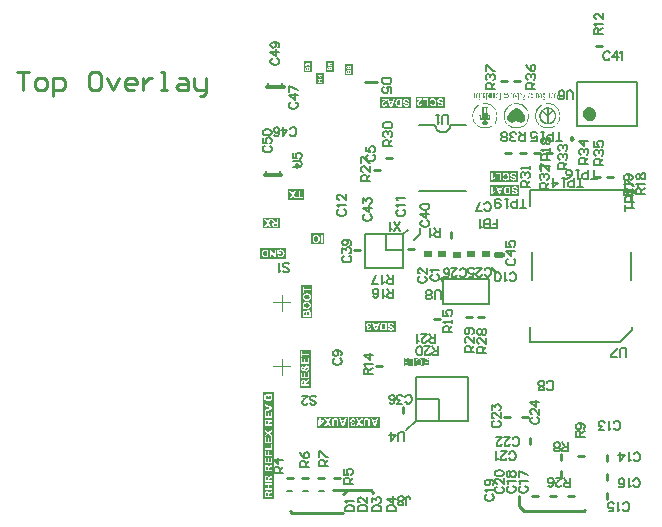
<source format=gto>
G04*
G04 #@! TF.GenerationSoftware,Altium Limited,Altium Designer,20.2.6 (244)*
G04*
G04 Layer_Color=65535*
%FSLAX24Y24*%
%MOIN*%
G70*
G04*
G04 #@! TF.SameCoordinates,49DCD013-E9FA-4731-AA8E-B93FF918964A*
G04*
G04*
G04 #@! TF.FilePolarity,Positive*
G04*
G01*
G75*
%ADD10C,0.0236*%
%ADD11C,0.0098*%
%ADD12C,0.0079*%
%ADD13C,0.0050*%
%ADD14C,0.0039*%
%ADD15C,0.0100*%
%ADD16C,0.0120*%
%ADD17C,0.0020*%
%ADD18C,0.0070*%
%ADD19C,0.0080*%
%ADD20R,0.0300X0.0190*%
G36*
X505Y-16350D02*
X139D01*
Y-12799D01*
X505D01*
Y-16350D01*
D02*
G37*
G36*
X2170Y-2166D02*
Y-2530D01*
X1909D01*
Y-2166D01*
X2170D01*
D02*
G37*
G36*
X2503Y-2120D02*
X2240D01*
Y-1758D01*
X2503D01*
Y-2120D01*
D02*
G37*
G36*
X3133Y-2230D02*
X2869D01*
Y-1869D01*
X3133D01*
Y-2230D01*
D02*
G37*
G36*
X1763Y-2130D02*
X1499D01*
Y-1771D01*
X1763D01*
Y-2130D01*
D02*
G37*
G36*
X4560Y-10791D02*
X3534D01*
Y-10425D01*
X4560D01*
Y-10791D01*
D02*
G37*
G36*
X5690Y-11930D02*
X5690D01*
Y-11930D01*
X5590D01*
X5600Y-11930D01*
X5609Y-11929D01*
X5617Y-11928D01*
X5624Y-11926D01*
X5629Y-11925D01*
X5632Y-11924D01*
X5634Y-11923D01*
X5635Y-11922D01*
X5636Y-11922D01*
X5637Y-11922D01*
X5637D01*
X5645Y-11918D01*
X5652Y-11914D01*
X5657Y-11909D01*
X5662Y-11905D01*
X5665Y-11902D01*
X5667Y-11899D01*
X5669Y-11896D01*
X5670Y-11896D01*
Y-11896D01*
X5673Y-11889D01*
X5676Y-11883D01*
X5678Y-11877D01*
X5679Y-11871D01*
X5680Y-11866D01*
X5680Y-11863D01*
Y-11861D01*
Y-11860D01*
Y-11860D01*
Y-11859D01*
X5680Y-11853D01*
X5679Y-11847D01*
X5677Y-11842D01*
X5676Y-11837D01*
X5674Y-11833D01*
X5673Y-11830D01*
X5672Y-11828D01*
X5671Y-11828D01*
X5668Y-11822D01*
X5663Y-11818D01*
X5659Y-11814D01*
X5654Y-11810D01*
X5651Y-11807D01*
X5647Y-11805D01*
X5645Y-11804D01*
X5645Y-11804D01*
X5644D01*
X5642Y-11802D01*
X5638Y-11801D01*
X5631Y-11798D01*
X5622Y-11795D01*
X5614Y-11793D01*
X5607Y-11791D01*
X5603Y-11790D01*
X5600Y-11789D01*
X5598Y-11788D01*
X5596Y-11788D01*
X5595Y-11788D01*
X5595D01*
X5589Y-11786D01*
X5583Y-11785D01*
X5578Y-11783D01*
X5573Y-11782D01*
X5569Y-11781D01*
X5565Y-11780D01*
X5562Y-11779D01*
X5559Y-11778D01*
X5556Y-11777D01*
X5555Y-11777D01*
X5552Y-11776D01*
X5550Y-11775D01*
X5549Y-11775D01*
X5544Y-11773D01*
X5539Y-11770D01*
X5535Y-11768D01*
X5532Y-11765D01*
X5529Y-11763D01*
X5528Y-11762D01*
X5527Y-11761D01*
X5526Y-11760D01*
X5524Y-11757D01*
X5522Y-11753D01*
X5521Y-11750D01*
X5520Y-11747D01*
X5519Y-11744D01*
X5519Y-11741D01*
Y-11740D01*
Y-11739D01*
X5519Y-11735D01*
X5520Y-11731D01*
X5521Y-11727D01*
X5523Y-11724D01*
X5524Y-11721D01*
X5525Y-11719D01*
X5526Y-11718D01*
X5526Y-11717D01*
X5529Y-11714D01*
X5533Y-11711D01*
X5537Y-11708D01*
X5540Y-11706D01*
X5543Y-11704D01*
X5546Y-11703D01*
X5548Y-11702D01*
X5549Y-11701D01*
X5554Y-11700D01*
X5560Y-11698D01*
X5566Y-11697D01*
X5571Y-11697D01*
X5576Y-11696D01*
X5579Y-11696D01*
X5583D01*
X5591Y-11696D01*
X5598Y-11697D01*
X5605Y-11698D01*
X5611Y-11700D01*
X5616Y-11701D01*
X5619Y-11702D01*
X5620Y-11703D01*
X5622Y-11703D01*
X5622Y-11703D01*
X5622D01*
X5628Y-11706D01*
X5634Y-11710D01*
X5638Y-11713D01*
X5642Y-11716D01*
X5644Y-11719D01*
X5646Y-11721D01*
X5647Y-11723D01*
X5648Y-11723D01*
X5650Y-11728D01*
X5653Y-11733D01*
X5654Y-11739D01*
X5656Y-11744D01*
X5657Y-11748D01*
X5658Y-11752D01*
Y-11753D01*
X5658Y-11754D01*
Y-11755D01*
Y-11755D01*
X5690Y-11752D01*
X5689Y-11743D01*
X5688Y-11734D01*
X5686Y-11726D01*
X5683Y-11719D01*
X5680Y-11714D01*
X5679Y-11711D01*
X5679Y-11710D01*
X5677Y-11708D01*
X5677Y-11707D01*
X5676Y-11706D01*
Y-11706D01*
X5671Y-11699D01*
X5665Y-11693D01*
X5659Y-11687D01*
X5653Y-11683D01*
X5647Y-11680D01*
X5643Y-11677D01*
X5642Y-11677D01*
X5640Y-11676D01*
X5640Y-11676D01*
X5639D01*
X5630Y-11672D01*
X5620Y-11670D01*
X5611Y-11668D01*
X5602Y-11667D01*
X5597Y-11666D01*
X5593Y-11666D01*
X5590D01*
X5587Y-11666D01*
X5690D01*
X5487D01*
X5581D01*
X5571Y-11666D01*
X5562Y-11667D01*
X5553Y-11669D01*
X5546Y-11671D01*
X5541Y-11672D01*
X5538Y-11673D01*
X5536Y-11674D01*
X5534Y-11675D01*
X5533Y-11675D01*
X5532Y-11676D01*
X5532D01*
X5524Y-11680D01*
X5518Y-11684D01*
X5512Y-11689D01*
X5507Y-11693D01*
X5503Y-11697D01*
X5501Y-11700D01*
X5499Y-11703D01*
X5498Y-11703D01*
Y-11703D01*
X5494Y-11710D01*
X5491Y-11717D01*
X5489Y-11723D01*
X5488Y-11729D01*
X5487Y-11734D01*
X5487Y-11738D01*
Y-11742D01*
X5487Y-11749D01*
X5488Y-11756D01*
X5490Y-11762D01*
X5492Y-11768D01*
X5494Y-11772D01*
X5495Y-11775D01*
X5497Y-11777D01*
X5497Y-11778D01*
X5502Y-11784D01*
X5507Y-11789D01*
X5512Y-11793D01*
X5518Y-11797D01*
X5523Y-11800D01*
X5527Y-11802D01*
X5528Y-11803D01*
X5529Y-11804D01*
X5530Y-11804D01*
X5531D01*
X5533Y-11806D01*
X5537Y-11807D01*
X5541Y-11808D01*
X5546Y-11810D01*
X5555Y-11812D01*
X5565Y-11815D01*
X5569Y-11816D01*
X5573Y-11817D01*
X5577Y-11818D01*
X5580Y-11819D01*
X5583Y-11820D01*
X5585Y-11820D01*
X5587Y-11821D01*
X5587D01*
X5595Y-11822D01*
X5601Y-11824D01*
X5607Y-11826D01*
X5612Y-11827D01*
X5617Y-11829D01*
X5621Y-11831D01*
X5625Y-11832D01*
X5628Y-11833D01*
X5631Y-11835D01*
X5633Y-11836D01*
X5634Y-11837D01*
X5636Y-11838D01*
X5638Y-11839D01*
X5638Y-11839D01*
X5642Y-11843D01*
X5644Y-11846D01*
X5646Y-11850D01*
X5647Y-11854D01*
X5647Y-11857D01*
X5648Y-11859D01*
Y-11861D01*
Y-11862D01*
X5647Y-11868D01*
X5646Y-11873D01*
X5643Y-11877D01*
X5641Y-11881D01*
X5639Y-11884D01*
X5636Y-11887D01*
X5635Y-11888D01*
X5634Y-11889D01*
X5631Y-11891D01*
X5628Y-11892D01*
X5621Y-11895D01*
X5614Y-11897D01*
X5606Y-11899D01*
X5600Y-11899D01*
X5597Y-11900D01*
X5595Y-11900D01*
X5589D01*
X5579Y-11900D01*
X5570Y-11898D01*
X5562Y-11896D01*
X5556Y-11894D01*
X5551Y-11892D01*
X5548Y-11889D01*
X5546Y-11888D01*
X5545Y-11888D01*
X5540Y-11882D01*
X5536Y-11877D01*
X5532Y-11871D01*
X5530Y-11865D01*
X5529Y-11859D01*
X5528Y-11855D01*
X5527Y-11854D01*
X5527Y-11852D01*
Y-11852D01*
Y-11851D01*
X5494Y-11854D01*
X5495Y-11862D01*
X5497Y-11869D01*
X5499Y-11876D01*
X5501Y-11882D01*
X5504Y-11887D01*
X5505Y-11891D01*
X5506Y-11892D01*
X5507Y-11893D01*
X5507Y-11893D01*
Y-11894D01*
X5512Y-11900D01*
X5517Y-11906D01*
X5523Y-11911D01*
X5528Y-11914D01*
X5533Y-11918D01*
X5537Y-11919D01*
X5538Y-11920D01*
X5539Y-11921D01*
X5540Y-11921D01*
X5541D01*
X5549Y-11924D01*
X5558Y-11926D01*
X5566Y-11928D01*
X5573Y-11929D01*
X5580Y-11930D01*
X5583D01*
X5586Y-11930D01*
X5487D01*
Y-11930D01*
X5450D01*
Y-11930D01*
X5329D01*
X5341Y-11930D01*
X5353Y-11928D01*
X5364Y-11926D01*
X5368Y-11924D01*
X5373Y-11923D01*
X5377Y-11921D01*
X5381Y-11920D01*
X5384Y-11919D01*
X5387Y-11918D01*
X5388Y-11916D01*
X5390Y-11916D01*
X5391Y-11915D01*
X5391Y-11915D01*
X5401Y-11909D01*
X5410Y-11901D01*
X5417Y-11894D01*
X5424Y-11886D01*
X5428Y-11880D01*
X5430Y-11877D01*
X5432Y-11874D01*
X5433Y-11872D01*
X5434Y-11871D01*
X5434Y-11870D01*
X5435Y-11869D01*
X5440Y-11858D01*
X5444Y-11846D01*
X5446Y-11834D01*
X5448Y-11824D01*
X5449Y-11819D01*
X5449Y-11814D01*
X5450Y-11810D01*
Y-11807D01*
X5450Y-11804D01*
Y-11800D01*
X5449Y-11787D01*
X5448Y-11774D01*
X5446Y-11762D01*
X5444Y-11757D01*
X5443Y-11752D01*
X5442Y-11747D01*
X5441Y-11743D01*
X5440Y-11740D01*
X5439Y-11737D01*
X5438Y-11734D01*
X5437Y-11733D01*
X5437Y-11731D01*
Y-11731D01*
X5431Y-11720D01*
X5425Y-11710D01*
X5418Y-11701D01*
X5415Y-11698D01*
X5412Y-11695D01*
X5409Y-11692D01*
X5406Y-11689D01*
X5403Y-11687D01*
X5401Y-11686D01*
X5400Y-11684D01*
X5398Y-11683D01*
X5397Y-11683D01*
X5397Y-11682D01*
X5392Y-11679D01*
X5387Y-11677D01*
X5375Y-11673D01*
X5364Y-11670D01*
X5354Y-11668D01*
X5348Y-11667D01*
X5344Y-11666D01*
X5340Y-11666D01*
X5337D01*
X5334Y-11666D01*
X5450D01*
D01*
X5223D01*
X5330D01*
X5322Y-11666D01*
X5315Y-11667D01*
X5309Y-11667D01*
X5302Y-11669D01*
X5296Y-11671D01*
X5291Y-11673D01*
X5286Y-11674D01*
X5281Y-11677D01*
X5277Y-11679D01*
X5273Y-11680D01*
X5270Y-11682D01*
X5267Y-11684D01*
X5265Y-11686D01*
X5263Y-11686D01*
X5262Y-11687D01*
X5262Y-11687D01*
X5257Y-11692D01*
X5252Y-11696D01*
X5248Y-11701D01*
X5244Y-11707D01*
X5237Y-11717D01*
X5232Y-11727D01*
X5230Y-11732D01*
X5228Y-11737D01*
X5227Y-11741D01*
X5226Y-11744D01*
X5225Y-11747D01*
X5224Y-11749D01*
X5223Y-11751D01*
Y-11930D01*
X4828D01*
Y-11927D01*
X4879D01*
X4828D01*
Y-11745D01*
X4828Y-11754D01*
X4829Y-11762D01*
X4832Y-11770D01*
X4834Y-11775D01*
X4836Y-11780D01*
X4838Y-11784D01*
X4840Y-11786D01*
X4840Y-11787D01*
X4845Y-11792D01*
X4851Y-11797D01*
X4857Y-11801D01*
X4863Y-11804D01*
X4868Y-11806D01*
X4872Y-11808D01*
X4873Y-11808D01*
X4875Y-11808D01*
X4875Y-11809D01*
X4876D01*
X4869Y-11812D01*
X4864Y-11815D01*
X4860Y-11819D01*
X4856Y-11822D01*
X4853Y-11825D01*
X4851Y-11828D01*
X4850Y-11829D01*
X4849Y-11830D01*
X4846Y-11835D01*
X4844Y-11841D01*
X4842Y-11846D01*
X4841Y-11851D01*
X4840Y-11855D01*
X4840Y-11858D01*
Y-11860D01*
Y-11861D01*
X4840Y-11867D01*
X4842Y-11873D01*
X4843Y-11879D01*
X4845Y-11883D01*
X4847Y-11888D01*
X4848Y-11891D01*
X4849Y-11893D01*
X4850Y-11893D01*
X4853Y-11899D01*
X4858Y-11904D01*
X4862Y-11908D01*
X4867Y-11912D01*
X4870Y-11914D01*
X4874Y-11916D01*
X4876Y-11918D01*
X4876Y-11918D01*
X4877D01*
X4883Y-11921D01*
X4890Y-11923D01*
X4897Y-11925D01*
X4903Y-11926D01*
X4907Y-11927D01*
X4912Y-11927D01*
X4921D01*
X4926Y-11926D01*
X4936Y-11925D01*
X4944Y-11922D01*
X4952Y-11919D01*
X4955Y-11917D01*
X4958Y-11915D01*
X4960Y-11914D01*
X4962Y-11912D01*
X4964Y-11911D01*
X4965Y-11911D01*
X4966Y-11910D01*
X4966Y-11910D01*
X4973Y-11903D01*
X4978Y-11895D01*
X4983Y-11887D01*
X4987Y-11879D01*
X4989Y-11872D01*
X4990Y-11869D01*
X4991Y-11866D01*
X4991Y-11864D01*
X4991Y-11862D01*
X4992Y-11861D01*
Y-11861D01*
X4960Y-11855D01*
X4959Y-11864D01*
X4957Y-11871D01*
X4954Y-11876D01*
X4951Y-11881D01*
X4949Y-11885D01*
X4947Y-11888D01*
X4945Y-11889D01*
X4945Y-11890D01*
X4940Y-11893D01*
X4935Y-11896D01*
X4930Y-11898D01*
X4925Y-11900D01*
X4921Y-11901D01*
X4917Y-11901D01*
X4914D01*
X4908Y-11901D01*
X4902Y-11899D01*
X4897Y-11898D01*
X4892Y-11896D01*
X4889Y-11893D01*
X4886Y-11892D01*
X4885Y-11890D01*
X4884Y-11890D01*
X4880Y-11885D01*
X4877Y-11881D01*
X4875Y-11876D01*
X4874Y-11871D01*
X4873Y-11867D01*
X4872Y-11864D01*
Y-11862D01*
Y-11862D01*
Y-11861D01*
Y-11857D01*
X4873Y-11854D01*
X4875Y-11847D01*
X4877Y-11842D01*
X4880Y-11837D01*
X4883Y-11834D01*
X4886Y-11831D01*
X4888Y-11829D01*
X4888Y-11829D01*
X4889D01*
X4895Y-11826D01*
X4901Y-11823D01*
X4907Y-11821D01*
X4913Y-11820D01*
X4917Y-11819D01*
X4922Y-11819D01*
X4926D01*
X4928Y-11819D01*
X4930D01*
X4933Y-11791D01*
X4929Y-11792D01*
X4924Y-11793D01*
X4920Y-11794D01*
X4917Y-11794D01*
X4914Y-11795D01*
X4911D01*
X4903Y-11794D01*
X4896Y-11792D01*
X4890Y-11790D01*
X4885Y-11788D01*
X4881Y-11785D01*
X4878Y-11783D01*
X4876Y-11781D01*
X4875Y-11781D01*
X4870Y-11775D01*
X4867Y-11769D01*
X4864Y-11763D01*
X4863Y-11757D01*
X4862Y-11753D01*
X4861Y-11748D01*
X4861Y-11747D01*
Y-11746D01*
Y-11745D01*
Y-11745D01*
X4862Y-11737D01*
X4863Y-11729D01*
X4866Y-11723D01*
X4869Y-11717D01*
X4872Y-11713D01*
X4874Y-11710D01*
X4876Y-11707D01*
X4876Y-11707D01*
X4882Y-11701D01*
X4889Y-11698D01*
X4895Y-11695D01*
X4901Y-11693D01*
X4906Y-11692D01*
X4910Y-11692D01*
X4912Y-11691D01*
X4914D01*
X4920Y-11692D01*
X4927Y-11693D01*
X4932Y-11695D01*
X4937Y-11697D01*
X4940Y-11699D01*
X4943Y-11701D01*
X4945Y-11703D01*
X4946Y-11703D01*
X4950Y-11708D01*
X4954Y-11714D01*
X4957Y-11720D01*
X4960Y-11727D01*
X4961Y-11733D01*
X4962Y-11735D01*
X4963Y-11737D01*
X4963Y-11739D01*
X4963Y-11741D01*
X4964Y-11741D01*
Y-11742D01*
X4995Y-11738D01*
D01*
X4994Y-11732D01*
X4993Y-11726D01*
X4990Y-11716D01*
X4986Y-11707D01*
X4984Y-11703D01*
X4981Y-11700D01*
X4979Y-11696D01*
X4977Y-11694D01*
X4975Y-11691D01*
X4973Y-11689D01*
X4972Y-11688D01*
X4971Y-11687D01*
X4970Y-11686D01*
X4970Y-11686D01*
X4966Y-11682D01*
X4961Y-11679D01*
X4957Y-11676D01*
X4952Y-11674D01*
X4943Y-11670D01*
X4934Y-11668D01*
X4930Y-11667D01*
X4926Y-11667D01*
X4923Y-11666D01*
X4920Y-11666D01*
X4917Y-11666D01*
X4995D01*
X4914D01*
X4907Y-11666D01*
X4901Y-11667D01*
X4895Y-11668D01*
X4889Y-11669D01*
X4883Y-11671D01*
X4878Y-11673D01*
X4873Y-11675D01*
X4869Y-11677D01*
X4865Y-11679D01*
X4862Y-11681D01*
X4859Y-11683D01*
X4857Y-11685D01*
X4855Y-11687D01*
X4853Y-11688D01*
X4853Y-11688D01*
X4852Y-11689D01*
X4848Y-11693D01*
X4844Y-11698D01*
X4841Y-11703D01*
X4838Y-11708D01*
X4836Y-11712D01*
X4833Y-11717D01*
X4830Y-11726D01*
X4830Y-11730D01*
X4829Y-11734D01*
X4828Y-11737D01*
X4828Y-11740D01*
X4828Y-11742D01*
Y-11666D01*
X4892D01*
X4828D01*
Y-11666D01*
X5690D01*
Y-11930D01*
D02*
G37*
G36*
X5341Y-11695D02*
X5349Y-11696D01*
X5357Y-11698D01*
X5363Y-11700D01*
X5368Y-11703D01*
X5371Y-11704D01*
X5373Y-11704D01*
X5374Y-11705D01*
X5375Y-11706D01*
X5376Y-11706D01*
X5376D01*
X5383Y-11711D01*
X5389Y-11717D01*
X5394Y-11723D01*
X5398Y-11729D01*
X5402Y-11734D01*
X5404Y-11739D01*
X5405Y-11741D01*
X5405Y-11742D01*
X5406Y-11743D01*
Y-11743D01*
X5409Y-11753D01*
X5411Y-11762D01*
X5413Y-11772D01*
X5414Y-11781D01*
X5414Y-11785D01*
X5415Y-11788D01*
Y-11792D01*
X5415Y-11794D01*
Y-11797D01*
Y-11798D01*
Y-11799D01*
Y-11800D01*
X5415Y-11809D01*
X5414Y-11818D01*
X5412Y-11827D01*
X5411Y-11834D01*
X5410Y-11840D01*
X5409Y-11843D01*
X5408Y-11845D01*
X5408Y-11847D01*
X5408Y-11848D01*
X5407Y-11849D01*
Y-11849D01*
X5404Y-11858D01*
X5400Y-11865D01*
X5395Y-11872D01*
X5390Y-11877D01*
X5386Y-11882D01*
X5383Y-11885D01*
X5380Y-11886D01*
X5380Y-11887D01*
X5380D01*
X5372Y-11892D01*
X5363Y-11896D01*
X5355Y-11898D01*
X5347Y-11900D01*
X5340Y-11901D01*
X5337Y-11901D01*
X5335D01*
X5333Y-11902D01*
X5330D01*
X5321Y-11901D01*
X5312Y-11900D01*
X5305Y-11898D01*
X5299Y-11895D01*
X5294Y-11893D01*
X5290Y-11891D01*
X5288Y-11889D01*
X5287Y-11889D01*
X5282Y-11883D01*
X5276Y-11877D01*
X5272Y-11870D01*
X5268Y-11864D01*
X5265Y-11858D01*
X5264Y-11855D01*
X5263Y-11852D01*
X5262Y-11851D01*
X5262Y-11849D01*
X5261Y-11848D01*
Y-11848D01*
X5228Y-11856D01*
X5230Y-11862D01*
X5232Y-11868D01*
X5235Y-11874D01*
X5238Y-11879D01*
X5241Y-11884D01*
X5244Y-11889D01*
X5247Y-11893D01*
X5250Y-11897D01*
X5253Y-11900D01*
X5256Y-11903D01*
X5258Y-11905D01*
X5260Y-11907D01*
X5262Y-11909D01*
X5263Y-11910D01*
X5264Y-11911D01*
X5264Y-11911D01*
X5270Y-11914D01*
X5275Y-11918D01*
X5280Y-11920D01*
X5286Y-11922D01*
X5297Y-11926D01*
X5307Y-11928D01*
X5311Y-11929D01*
X5316Y-11929D01*
X5320Y-11930D01*
X5323Y-11930D01*
X5326Y-11930D01*
X5223D01*
Y-11751D01*
X5257Y-11760D01*
X5259Y-11754D01*
X5261Y-11748D01*
X5263Y-11743D01*
X5264Y-11738D01*
X5267Y-11734D01*
X5269Y-11730D01*
X5272Y-11726D01*
X5274Y-11723D01*
X5276Y-11720D01*
X5278Y-11718D01*
X5280Y-11716D01*
X5281Y-11714D01*
X5283Y-11713D01*
X5284Y-11711D01*
X5284Y-11711D01*
X5284Y-11711D01*
X5288Y-11708D01*
X5292Y-11706D01*
X5300Y-11701D01*
X5308Y-11698D01*
X5316Y-11697D01*
X5323Y-11695D01*
X5325Y-11695D01*
X5328D01*
X5330Y-11694D01*
X5333D01*
X5341Y-11695D01*
D02*
G37*
G36*
X5070Y-3331D02*
X4046D01*
Y-2965D01*
X5070D01*
Y-3331D01*
D02*
G37*
G36*
X6210Y-3311D02*
X5226D01*
Y-2945D01*
X6210D01*
Y-3311D01*
D02*
G37*
G36*
X8690Y-6251D02*
X7707D01*
Y-5885D01*
X8690D01*
Y-6251D01*
D02*
G37*
G36*
X8640Y-5791D02*
X7696D01*
Y-5425D01*
X8640D01*
Y-5791D01*
D02*
G37*
G36*
X2180Y-7871D02*
X1741D01*
Y-7505D01*
X2180D01*
Y-7871D01*
D02*
G37*
G36*
X910Y-8351D02*
X50D01*
Y-7985D01*
X910D01*
Y-8351D01*
D02*
G37*
G36*
X1510Y-6386D02*
X962D01*
Y-6030D01*
X1510D01*
Y-6386D01*
D02*
G37*
G36*
X700Y-7336D02*
X130D01*
Y-6980D01*
X700D01*
Y-7336D01*
D02*
G37*
G36*
X1725Y-12640D02*
X1359D01*
Y-11381D01*
X1725D01*
Y-12640D01*
D02*
G37*
G36*
X1787Y-10326D02*
X1421D01*
Y-9226D01*
X1787D01*
Y-10326D01*
D02*
G37*
G36*
X9920Y-2998D02*
X9897D01*
Y-2989D01*
X9888Y-2998D01*
X9881Y-3001D01*
X9876Y-3003D01*
X9874D01*
X9863Y-2998D01*
X9853Y-2989D01*
X9849Y-2975D01*
X9844Y-2961D01*
X9842Y-2945D01*
X9839Y-2931D01*
Y-2922D01*
Y-2917D01*
X9842Y-2887D01*
X9844Y-2864D01*
X9851Y-2850D01*
X9858Y-2839D01*
X9865Y-2832D01*
X9870Y-2829D01*
X9874Y-2827D01*
X9876D01*
X9883Y-2829D01*
X9890Y-2834D01*
X9895Y-2839D01*
X9897Y-2841D01*
Y-2783D01*
X9920Y-2769D01*
Y-2998D01*
D02*
G37*
G36*
X9307Y-2829D02*
X9314Y-2834D01*
X9323Y-2850D01*
X9328Y-2866D01*
Y-2871D01*
Y-2873D01*
Y-2998D01*
X9307D01*
Y-2873D01*
Y-2864D01*
X9305Y-2857D01*
X9298Y-2850D01*
X9293Y-2846D01*
X9291D01*
X9284Y-2848D01*
X9277Y-2853D01*
X9273Y-2857D01*
X9270Y-2859D01*
Y-2998D01*
X9252D01*
Y-2832D01*
X9270D01*
Y-2841D01*
X9279Y-2834D01*
X9289Y-2829D01*
X9296Y-2827D01*
X9298D01*
X9307Y-2829D01*
D02*
G37*
G36*
X7856D02*
X7863Y-2834D01*
X7870Y-2850D01*
X7875Y-2866D01*
Y-2871D01*
Y-2873D01*
Y-2998D01*
X7856D01*
Y-2873D01*
Y-2864D01*
X7854Y-2857D01*
X7847Y-2850D01*
X7840Y-2846D01*
X7838D01*
X7833Y-2848D01*
X7829Y-2853D01*
X7824Y-2857D01*
X7822Y-2859D01*
Y-2998D01*
X7798D01*
Y-2832D01*
X7822D01*
Y-2841D01*
X7831Y-2834D01*
X7838Y-2829D01*
X7845Y-2827D01*
X7847D01*
X7856Y-2829D01*
D02*
G37*
G36*
X7641Y-2832D02*
X7648Y-2841D01*
X7655Y-2855D01*
X7657Y-2873D01*
X7660Y-2890D01*
X7662Y-2903D01*
Y-2913D01*
Y-2917D01*
X7660Y-2945D01*
X7655Y-2966D01*
X7650Y-2982D01*
X7643Y-2991D01*
X7637Y-2998D01*
X7630Y-3001D01*
X7627Y-3003D01*
X7625D01*
X7616Y-3001D01*
X7611Y-2998D01*
X7606Y-2996D01*
X7604Y-2994D01*
Y-3052D01*
X7583Y-3063D01*
Y-2832D01*
X7604D01*
Y-2841D01*
X7613Y-2834D01*
X7620Y-2829D01*
X7627Y-2827D01*
X7630D01*
X7641Y-2832D01*
D02*
G37*
G36*
X7535Y-2829D02*
X7542Y-2836D01*
X7549Y-2846D01*
X7551Y-2855D01*
X7553Y-2864D01*
X7556Y-2873D01*
Y-2880D01*
Y-2883D01*
X7553Y-2901D01*
X7549Y-2915D01*
X7544Y-2927D01*
X7537Y-2934D01*
X7530Y-2938D01*
X7523Y-2940D01*
X7518D01*
X7507Y-2938D01*
X7502Y-2936D01*
X7500D01*
Y-2961D01*
X7502Y-2975D01*
X7507Y-2982D01*
X7514Y-2984D01*
X7516D01*
X7523Y-2982D01*
X7530Y-2977D01*
X7537Y-2971D01*
X7539Y-2968D01*
X7553Y-2984D01*
X7539Y-2996D01*
X7528Y-3001D01*
X7518Y-3003D01*
X7516D01*
X7505Y-3001D01*
X7495Y-2996D01*
X7488Y-2989D01*
X7484Y-2982D01*
X7479Y-2968D01*
Y-2964D01*
Y-2961D01*
Y-2832D01*
X7500D01*
Y-2841D01*
X7509Y-2834D01*
X7516Y-2829D01*
X7523Y-2827D01*
X7525D01*
X7535Y-2829D01*
D02*
G37*
G36*
X8206D02*
X8215Y-2832D01*
X8227Y-2846D01*
X8234Y-2857D01*
X8236Y-2859D01*
Y-2862D01*
X8217Y-2873D01*
X8213Y-2864D01*
X8210Y-2857D01*
X8203Y-2850D01*
X8199Y-2846D01*
X8196D01*
X8187Y-2850D01*
X8183Y-2857D01*
X8180Y-2864D01*
Y-2869D01*
X8183Y-2885D01*
X8190Y-2899D01*
X8199Y-2908D01*
X8201Y-2910D01*
X8213Y-2922D01*
X8220Y-2931D01*
X8229Y-2947D01*
X8234Y-2957D01*
Y-2961D01*
X8231Y-2975D01*
X8227Y-2984D01*
X8222Y-2994D01*
X8215Y-2998D01*
X8201Y-3003D01*
X8196D01*
X8187Y-3001D01*
X8180Y-2998D01*
X8169Y-2987D01*
X8164Y-2975D01*
X8162Y-2973D01*
Y-2971D01*
X8180Y-2961D01*
X8185Y-2975D01*
X8192Y-2982D01*
X8196Y-2984D01*
X8199D01*
X8208Y-2982D01*
X8213Y-2975D01*
X8215Y-2968D01*
Y-2966D01*
X8213Y-2959D01*
X8210Y-2952D01*
X8201Y-2940D01*
X8194Y-2931D01*
X8190Y-2927D01*
X8180Y-2917D01*
X8171Y-2906D01*
X8164Y-2890D01*
X8159Y-2876D01*
Y-2873D01*
Y-2871D01*
X8162Y-2857D01*
X8164Y-2846D01*
X8171Y-2839D01*
X8178Y-2832D01*
X8190Y-2827D01*
X8196D01*
X8206Y-2829D01*
D02*
G37*
G36*
X9515D02*
X9527Y-2836D01*
X9534Y-2843D01*
X9539Y-2855D01*
X9543Y-2864D01*
X9546Y-2871D01*
X9548Y-2878D01*
Y-2880D01*
X9529Y-2885D01*
X9527Y-2873D01*
X9522Y-2864D01*
X9518Y-2859D01*
X9513Y-2855D01*
X9506Y-2850D01*
X9504D01*
X9492Y-2855D01*
X9488Y-2862D01*
X9485Y-2869D01*
Y-2873D01*
X9488Y-2887D01*
X9490Y-2899D01*
X9502Y-2920D01*
X9509Y-2929D01*
X9513Y-2936D01*
X9515Y-2938D01*
X9518Y-2940D01*
X9527Y-2954D01*
X9534Y-2966D01*
X9543Y-2989D01*
X9546Y-2996D01*
X9548Y-3003D01*
Y-3008D01*
Y-3010D01*
X9546Y-3026D01*
X9541Y-3038D01*
X9536Y-3045D01*
X9527Y-3052D01*
X9515Y-3056D01*
X9509D01*
X9497Y-3054D01*
X9488Y-3049D01*
X9474Y-3035D01*
X9467Y-3021D01*
X9465Y-3017D01*
Y-3015D01*
X9485Y-3008D01*
X9490Y-3017D01*
X9492Y-3026D01*
X9499Y-3033D01*
X9506Y-3038D01*
X9515D01*
X9520Y-3033D01*
X9525Y-3026D01*
X9527Y-3017D01*
Y-3015D01*
Y-3012D01*
X9525Y-3003D01*
X9522Y-2994D01*
X9513Y-2977D01*
X9504Y-2964D01*
X9499Y-2961D01*
Y-2959D01*
X9488Y-2945D01*
X9478Y-2931D01*
X9474Y-2917D01*
X9469Y-2903D01*
X9467Y-2892D01*
X9465Y-2883D01*
Y-2878D01*
Y-2876D01*
X9467Y-2859D01*
X9471Y-2848D01*
X9476Y-2839D01*
X9483Y-2834D01*
X9497Y-2827D01*
X9504D01*
X9515Y-2829D01*
D02*
G37*
G36*
X8886Y-3054D02*
X8856D01*
X8840Y-3052D01*
X8826Y-3045D01*
X8817Y-3035D01*
X8812Y-3026D01*
X8807Y-3017D01*
X8805Y-3008D01*
Y-3001D01*
Y-2998D01*
X8810Y-2973D01*
X8817Y-2957D01*
X8824Y-2945D01*
X8828Y-2943D01*
X8803Y-2832D01*
X8824D01*
X8849Y-2938D01*
X8868D01*
Y-2832D01*
X8886D01*
Y-3054D01*
D02*
G37*
G36*
X9705Y-2998D02*
X9687D01*
Y-2989D01*
X9677Y-2998D01*
X9671Y-3001D01*
X9664Y-3003D01*
X9661D01*
X9650Y-3001D01*
X9643Y-2996D01*
X9633Y-2982D01*
X9629Y-2966D01*
Y-2961D01*
Y-2959D01*
Y-2832D01*
X9652D01*
Y-2957D01*
Y-2966D01*
X9654Y-2973D01*
X9659Y-2982D01*
X9664Y-2984D01*
X9666D01*
X9673Y-2982D01*
X9680Y-2980D01*
X9684Y-2977D01*
X9687Y-2975D01*
Y-2832D01*
X9705D01*
Y-2998D01*
D02*
G37*
G36*
X9217D02*
X9198D01*
Y-2989D01*
X9189Y-2998D01*
X9182Y-3001D01*
X9178Y-3003D01*
X9168D01*
X9164Y-3001D01*
X9159Y-2998D01*
X9166Y-2977D01*
X9173Y-2982D01*
X9178Y-2984D01*
X9182D01*
X9192Y-2982D01*
X9196Y-2980D01*
X9198Y-2977D01*
Y-2975D01*
Y-2832D01*
X9217D01*
Y-2998D01*
D02*
G37*
G36*
X9122Y-2832D02*
X9131Y-2841D01*
X9138Y-2855D01*
X9143Y-2871D01*
X9145Y-2885D01*
X9148Y-2899D01*
Y-2908D01*
Y-2913D01*
X9145Y-2943D01*
X9141Y-2966D01*
X9136Y-2982D01*
X9127Y-2991D01*
X9120Y-2998D01*
X9115Y-3001D01*
X9111Y-3003D01*
X9108D01*
X9099Y-3001D01*
X9092Y-2998D01*
X9080Y-2984D01*
X9076Y-2973D01*
X9073Y-2968D01*
Y-2966D01*
X9090Y-2957D01*
X9092Y-2966D01*
X9094Y-2973D01*
X9101Y-2982D01*
X9106Y-2984D01*
X9108D01*
X9115Y-2982D01*
X9120Y-2973D01*
X9124Y-2961D01*
X9127Y-2950D01*
Y-2936D01*
X9129Y-2924D01*
Y-2915D01*
Y-2913D01*
Y-2892D01*
X9127Y-2876D01*
X9122Y-2866D01*
X9117Y-2857D01*
X9115Y-2853D01*
X9111Y-2850D01*
X9108D01*
X9101Y-2855D01*
X9094Y-2862D01*
X9092Y-2869D01*
X9090Y-2873D01*
X9071Y-2864D01*
X9078Y-2853D01*
X9083Y-2843D01*
X9090Y-2836D01*
X9097Y-2832D01*
X9104Y-2827D01*
X9108D01*
X9122Y-2832D01*
D02*
G37*
G36*
X8301D02*
X8310Y-2841D01*
X8317Y-2855D01*
X8321Y-2871D01*
X8324Y-2885D01*
X8326Y-2899D01*
Y-2908D01*
Y-2913D01*
X8324Y-2943D01*
X8319Y-2966D01*
X8314Y-2982D01*
X8305Y-2991D01*
X8298Y-2998D01*
X8294Y-3001D01*
X8289Y-3003D01*
X8287D01*
X8277Y-3001D01*
X8273Y-2998D01*
X8261Y-2984D01*
X8257Y-2973D01*
X8254Y-2968D01*
Y-2966D01*
X8268Y-2957D01*
X8271Y-2966D01*
X8273Y-2973D01*
X8280Y-2982D01*
X8284Y-2984D01*
X8287D01*
X8294Y-2982D01*
X8301Y-2973D01*
X8305Y-2961D01*
X8308Y-2950D01*
Y-2936D01*
X8310Y-2924D01*
Y-2915D01*
Y-2913D01*
Y-2892D01*
X8305Y-2876D01*
X8303Y-2866D01*
X8298Y-2857D01*
X8294Y-2853D01*
X8291Y-2850D01*
X8287D01*
X8280Y-2855D01*
X8273Y-2862D01*
X8271Y-2869D01*
X8268Y-2873D01*
X8250Y-2864D01*
X8257Y-2853D01*
X8261Y-2843D01*
X8268Y-2836D01*
X8275Y-2832D01*
X8282Y-2827D01*
X8287D01*
X8301Y-2832D01*
D02*
G37*
G36*
X7766Y-2998D02*
X7748D01*
Y-2989D01*
X7738Y-2998D01*
X7729Y-3001D01*
X7722Y-3003D01*
X7720D01*
X7711Y-3001D01*
X7701Y-2996D01*
X7694Y-2982D01*
X7690Y-2966D01*
Y-2961D01*
Y-2959D01*
Y-2832D01*
X7711D01*
Y-2957D01*
Y-2966D01*
X7713Y-2973D01*
X7717Y-2982D01*
X7724Y-2984D01*
X7727D01*
X7734Y-2982D01*
X7741Y-2980D01*
X7745Y-2977D01*
X7748Y-2975D01*
Y-2832D01*
X7766D01*
Y-2998D01*
D02*
G37*
G36*
X7211D02*
X7190D01*
Y-2989D01*
X7181Y-2998D01*
X7171Y-3001D01*
X7167Y-3003D01*
X7164D01*
X7155Y-3001D01*
X7146Y-2996D01*
X7139Y-2982D01*
X7134Y-2966D01*
Y-2961D01*
Y-2959D01*
Y-2832D01*
X7153D01*
Y-2957D01*
Y-2966D01*
X7155Y-2973D01*
X7162Y-2982D01*
X7169Y-2984D01*
X7171D01*
X7178Y-2982D01*
X7183Y-2980D01*
X7188Y-2977D01*
X7190Y-2975D01*
Y-2832D01*
X7211D01*
Y-2998D01*
D02*
G37*
G36*
X8379D02*
X8358D01*
Y-2832D01*
X8379D01*
Y-2998D01*
D02*
G37*
G36*
X7375D02*
X7354D01*
Y-2832D01*
X7375D01*
Y-2998D01*
D02*
G37*
G36*
X9791Y-2832D02*
X9800Y-2841D01*
X9807Y-2855D01*
X9812Y-2871D01*
X9814Y-2885D01*
X9816Y-2899D01*
Y-2908D01*
Y-2913D01*
X9814Y-2943D01*
X9809Y-2966D01*
X9805Y-2982D01*
X9795Y-2991D01*
X9789Y-2998D01*
X9784Y-3001D01*
X9779Y-3003D01*
X9777D01*
X9763Y-2998D01*
X9754Y-2989D01*
X9747Y-2975D01*
X9742Y-2959D01*
X9740Y-2940D01*
X9738Y-2927D01*
Y-2917D01*
Y-2913D01*
Y-2908D01*
X9798D01*
Y-2890D01*
X9795Y-2876D01*
X9791Y-2864D01*
X9786Y-2857D01*
X9784Y-2853D01*
X9779Y-2850D01*
X9777D01*
X9768Y-2853D01*
X9758Y-2862D01*
X9754Y-2869D01*
X9751Y-2871D01*
X9738Y-2859D01*
X9742Y-2848D01*
X9749Y-2841D01*
X9763Y-2832D01*
X9772Y-2827D01*
X9777D01*
X9791Y-2832D01*
D02*
G37*
G36*
X9414D02*
X9423Y-2841D01*
X9432Y-2855D01*
X9437Y-2873D01*
X9439Y-2890D01*
X9441Y-2903D01*
Y-2913D01*
Y-2917D01*
X9439Y-2945D01*
X9434Y-2966D01*
X9428Y-2982D01*
X9421Y-2991D01*
X9414Y-2998D01*
X9407Y-3001D01*
X9402Y-3003D01*
X9400D01*
X9386Y-2998D01*
X9374Y-2989D01*
X9367Y-2975D01*
X9360Y-2961D01*
X9358Y-2945D01*
X9356Y-2931D01*
Y-2922D01*
Y-2917D01*
X9358Y-2887D01*
X9363Y-2864D01*
X9370Y-2850D01*
X9377Y-2839D01*
X9386Y-2832D01*
X9393Y-2829D01*
X9397Y-2827D01*
X9400D01*
X9414Y-2832D01*
D02*
G37*
G36*
X9027D02*
X9036Y-2841D01*
X9043Y-2855D01*
X9048Y-2871D01*
X9050Y-2885D01*
X9053Y-2899D01*
Y-2908D01*
Y-2913D01*
X9050Y-2943D01*
X9046Y-2966D01*
X9041Y-2982D01*
X9032Y-2991D01*
X9025Y-2998D01*
X9020Y-3001D01*
X9016Y-3003D01*
X9013D01*
X8999Y-2998D01*
X8990Y-2989D01*
X8983Y-2975D01*
X8979Y-2959D01*
X8976Y-2940D01*
X8974Y-2927D01*
Y-2917D01*
Y-2913D01*
Y-2908D01*
X9034D01*
Y-2890D01*
X9032Y-2876D01*
X9027Y-2864D01*
X9023Y-2857D01*
X9020Y-2853D01*
X9016Y-2850D01*
X9013D01*
X9004Y-2853D01*
X8997Y-2862D01*
X8992Y-2869D01*
X8990Y-2871D01*
X8976Y-2859D01*
X8983Y-2848D01*
X8988Y-2841D01*
X9002Y-2832D01*
X9009Y-2827D01*
X9013D01*
X9027Y-2832D01*
D02*
G37*
G36*
X8754D02*
X8766Y-2841D01*
X8773Y-2855D01*
X8777Y-2873D01*
X8782Y-2890D01*
X8784Y-2903D01*
Y-2913D01*
Y-2917D01*
X8782Y-2945D01*
X8777Y-2966D01*
X8770Y-2982D01*
X8761Y-2991D01*
X8752Y-2998D01*
X8745Y-3001D01*
X8740Y-3003D01*
X8738D01*
X8724Y-2998D01*
X8715Y-2989D01*
X8706Y-2975D01*
X8701Y-2961D01*
X8699Y-2945D01*
X8696Y-2931D01*
Y-2922D01*
Y-2917D01*
X8699Y-2887D01*
X8703Y-2864D01*
X8710Y-2850D01*
X8717Y-2839D01*
X8724Y-2832D01*
X8731Y-2829D01*
X8736Y-2827D01*
X8738D01*
X8754Y-2832D01*
D02*
G37*
G36*
X8537D02*
X8546Y-2841D01*
X8555Y-2855D01*
X8560Y-2873D01*
X8562Y-2890D01*
X8564Y-2903D01*
Y-2913D01*
Y-2917D01*
X8562Y-2945D01*
X8557Y-2966D01*
X8551Y-2982D01*
X8544Y-2991D01*
X8537Y-2998D01*
X8530Y-3001D01*
X8525Y-3003D01*
X8523D01*
X8509Y-2998D01*
X8497Y-2989D01*
X8490Y-2975D01*
X8483Y-2961D01*
X8481Y-2945D01*
X8479Y-2931D01*
Y-2922D01*
Y-2917D01*
X8481Y-2887D01*
X8486Y-2864D01*
X8493Y-2850D01*
X8500Y-2839D01*
X8509Y-2832D01*
X8516Y-2829D01*
X8520Y-2827D01*
X8523D01*
X8537Y-2832D01*
D02*
G37*
G36*
X7960D02*
X7970Y-2841D01*
X7979Y-2855D01*
X7984Y-2873D01*
X7986Y-2890D01*
X7988Y-2903D01*
Y-2913D01*
Y-2917D01*
X7986Y-2945D01*
X7981Y-2966D01*
X7974Y-2982D01*
X7967Y-2991D01*
X7960Y-2998D01*
X7954Y-3001D01*
X7949Y-3003D01*
X7947D01*
X7933Y-2998D01*
X7921Y-2989D01*
X7914Y-2975D01*
X7907Y-2961D01*
X7905Y-2945D01*
X7903Y-2931D01*
Y-2922D01*
Y-2917D01*
X7905Y-2887D01*
X7910Y-2864D01*
X7916Y-2850D01*
X7923Y-2839D01*
X7933Y-2832D01*
X7940Y-2829D01*
X7944Y-2827D01*
X7947D01*
X7960Y-2832D01*
D02*
G37*
G36*
X7296D02*
X7306Y-2841D01*
X7315Y-2855D01*
X7319Y-2873D01*
X7322Y-2890D01*
X7324Y-2903D01*
Y-2913D01*
Y-2917D01*
X7322Y-2945D01*
X7317Y-2966D01*
X7310Y-2982D01*
X7303Y-2991D01*
X7296Y-2998D01*
X7289Y-3001D01*
X7285Y-3003D01*
X7282D01*
X7269Y-2998D01*
X7257Y-2989D01*
X7250Y-2975D01*
X7243Y-2961D01*
X7241Y-2945D01*
X7238Y-2931D01*
Y-2922D01*
Y-2917D01*
X7241Y-2887D01*
X7245Y-2864D01*
X7252Y-2850D01*
X7259Y-2839D01*
X7269Y-2832D01*
X7276Y-2829D01*
X7280Y-2827D01*
X7282D01*
X7296Y-2832D01*
D02*
G37*
G36*
X8074Y-3054D02*
X8000D01*
Y-3035D01*
X8055D01*
Y-2959D01*
X8016D01*
Y-2940D01*
X8055D01*
Y-2832D01*
X8074D01*
Y-3054D01*
D02*
G37*
G36*
X10004Y-2829D02*
X10011Y-2832D01*
X10022Y-2846D01*
X10029Y-2864D01*
X10036Y-2885D01*
X10038Y-2906D01*
X10041Y-2924D01*
Y-2938D01*
Y-2940D01*
Y-2943D01*
Y-2964D01*
X10038Y-2980D01*
X10036Y-2996D01*
X10034Y-3008D01*
X10027Y-3028D01*
X10018Y-3042D01*
X10011Y-3049D01*
X10004Y-3054D01*
X9999Y-3056D01*
X9997D01*
X9988Y-3054D01*
X9981Y-3052D01*
X9969Y-3038D01*
X9962Y-3021D01*
X9955Y-3001D01*
X9953Y-2980D01*
X9951Y-2961D01*
Y-2947D01*
Y-2945D01*
Y-2943D01*
Y-2922D01*
X9953Y-2906D01*
X9955Y-2890D01*
X9957Y-2876D01*
X9964Y-2855D01*
X9974Y-2841D01*
X9983Y-2834D01*
X9990Y-2829D01*
X9994Y-2827D01*
X9997D01*
X10004Y-2829D01*
D02*
G37*
G36*
X8636D02*
X8643Y-2834D01*
X8648Y-2839D01*
X8650Y-2841D01*
Y-2832D01*
X8669D01*
Y-3052D01*
X8650Y-3063D01*
Y-2989D01*
X8641Y-2998D01*
X8634Y-3001D01*
X8629Y-3003D01*
X8627D01*
X8615Y-2998D01*
X8606Y-2989D01*
X8599Y-2975D01*
X8594Y-2961D01*
X8592Y-2945D01*
X8590Y-2931D01*
Y-2922D01*
Y-2917D01*
X8592Y-2887D01*
X8594Y-2864D01*
X8601Y-2850D01*
X8608Y-2839D01*
X8615Y-2832D01*
X8620Y-2829D01*
X8625Y-2827D01*
X8627D01*
X8636Y-2829D01*
D02*
G37*
G36*
X8433D02*
X8439Y-2832D01*
X8446Y-2846D01*
X8449Y-2857D01*
Y-2859D01*
Y-2862D01*
Y-2980D01*
X8460D01*
Y-2998D01*
X8449D01*
Y-3052D01*
X8430Y-3063D01*
Y-2998D01*
X8407D01*
Y-2980D01*
X8430D01*
Y-2862D01*
X8428Y-2853D01*
X8426Y-2848D01*
X8423Y-2846D01*
X8421D01*
X8416Y-2848D01*
X8409Y-2850D01*
X8405Y-2853D01*
X8402D01*
X8407Y-2834D01*
X8414Y-2829D01*
X8421Y-2827D01*
X8426D01*
X8433Y-2829D01*
D02*
G37*
G36*
X8375Y-3035D02*
X8379Y-3040D01*
X8382Y-3045D01*
Y-3047D01*
X8379Y-3056D01*
X8375Y-3061D01*
X8370Y-3063D01*
X8368D01*
X8358Y-3061D01*
X8356Y-3056D01*
X8354Y-3049D01*
Y-3047D01*
X8356Y-3040D01*
X8361Y-3035D01*
X8365Y-3033D01*
X8368D01*
X8375Y-3035D01*
D02*
G37*
G36*
X7428Y-2829D02*
X7435Y-2832D01*
X7442Y-2846D01*
X7444Y-2857D01*
Y-2859D01*
Y-2862D01*
Y-2980D01*
X7458D01*
Y-2998D01*
X7444D01*
Y-3052D01*
X7428Y-3063D01*
Y-2998D01*
X7403D01*
Y-2980D01*
X7428D01*
Y-2862D01*
X7426Y-2853D01*
X7424Y-2848D01*
X7421Y-2846D01*
X7419D01*
X7412Y-2848D01*
X7407Y-2850D01*
X7403Y-2853D01*
X7400D01*
X7403Y-2834D01*
X7410Y-2829D01*
X7417Y-2827D01*
X7421D01*
X7428Y-2829D01*
D02*
G37*
G36*
X7370Y-3035D02*
X7375Y-3040D01*
X7377Y-3045D01*
Y-3047D01*
X7375Y-3056D01*
X7370Y-3061D01*
X7366Y-3063D01*
X7363D01*
X7357Y-3061D01*
X7354Y-3056D01*
X7352Y-3049D01*
Y-3047D01*
X7354Y-3040D01*
X7357Y-3035D01*
X7361Y-3033D01*
X7363D01*
X7370Y-3035D01*
D02*
G37*
G36*
X9673Y-3165D02*
X9708Y-3167D01*
X9772Y-3181D01*
X9828Y-3202D01*
X9874Y-3227D01*
X9916Y-3260D01*
X9948Y-3295D01*
X9976Y-3332D01*
X9999Y-3371D01*
X10015Y-3410D01*
X10029Y-3447D01*
X10038Y-3482D01*
X10043Y-3514D01*
X10048Y-3540D01*
X10050Y-3561D01*
Y-3575D01*
Y-3579D01*
X10048Y-3616D01*
X10045Y-3653D01*
X10031Y-3716D01*
X10011Y-3771D01*
X9985Y-3820D01*
X9953Y-3861D01*
X9918Y-3894D01*
X9881Y-3922D01*
X9842Y-3945D01*
X9805Y-3961D01*
X9768Y-3975D01*
X9731Y-3984D01*
X9701Y-3989D01*
X9673Y-3993D01*
X9654Y-3996D01*
X9599D01*
X9562Y-3991D01*
X9497Y-3977D01*
X9441Y-3956D01*
X9393Y-3931D01*
X9353Y-3898D01*
X9319Y-3864D01*
X9291Y-3827D01*
X9270Y-3787D01*
X9252Y-3748D01*
X9240Y-3711D01*
X9229Y-3676D01*
X9224Y-3644D01*
X9219Y-3618D01*
X9217Y-3598D01*
Y-3584D01*
Y-3581D01*
Y-3579D01*
Y-3542D01*
X9222Y-3505D01*
X9235Y-3443D01*
X9256Y-3387D01*
X9282Y-3338D01*
X9314Y-3299D01*
X9349Y-3264D01*
X9388Y-3237D01*
X9425Y-3216D01*
X9465Y-3197D01*
X9504Y-3186D01*
X9539Y-3176D01*
X9571Y-3170D01*
X9596Y-3165D01*
X9617Y-3163D01*
X9636D01*
X9673Y-3165D01*
D02*
G37*
G36*
X8625D02*
X8662Y-3167D01*
X8724Y-3181D01*
X8780Y-3202D01*
X8828Y-3227D01*
X8868Y-3260D01*
X8902Y-3295D01*
X8930Y-3332D01*
X8951Y-3371D01*
X8969Y-3410D01*
X8981Y-3447D01*
X8990Y-3482D01*
X8997Y-3514D01*
X9002Y-3540D01*
X9004Y-3561D01*
Y-3575D01*
Y-3579D01*
X9002Y-3616D01*
X8999Y-3653D01*
X8986Y-3716D01*
X8965Y-3771D01*
X8939Y-3820D01*
X8907Y-3861D01*
X8872Y-3894D01*
X8835Y-3922D01*
X8796Y-3945D01*
X8756Y-3961D01*
X8719Y-3975D01*
X8685Y-3984D01*
X8652Y-3989D01*
X8627Y-3993D01*
X8606Y-3996D01*
X8551D01*
X8514Y-3991D01*
X8449Y-3977D01*
X8393Y-3956D01*
X8345Y-3931D01*
X8305Y-3898D01*
X8271Y-3864D01*
X8243Y-3827D01*
X8222Y-3787D01*
X8203Y-3748D01*
X8192Y-3711D01*
X8180Y-3676D01*
X8176Y-3644D01*
X8171Y-3618D01*
X8169Y-3598D01*
Y-3584D01*
Y-3581D01*
Y-3579D01*
Y-3542D01*
X8173Y-3505D01*
X8187Y-3443D01*
X8208Y-3387D01*
X8234Y-3338D01*
X8266Y-3299D01*
X8301Y-3264D01*
X8340Y-3237D01*
X8377Y-3216D01*
X8416Y-3197D01*
X8456Y-3186D01*
X8490Y-3176D01*
X8523Y-3170D01*
X8548Y-3165D01*
X8569Y-3163D01*
X8588D01*
X8625Y-3165D01*
D02*
G37*
G36*
X7574D02*
X7611Y-3167D01*
X7676Y-3181D01*
X7731Y-3202D01*
X7780Y-3227D01*
X7819Y-3260D01*
X7854Y-3295D01*
X7882Y-3332D01*
X7903Y-3371D01*
X7921Y-3410D01*
X7933Y-3447D01*
X7942Y-3482D01*
X7949Y-3514D01*
X7954Y-3540D01*
X7956Y-3561D01*
Y-3575D01*
Y-3579D01*
X7954Y-3616D01*
X7951Y-3653D01*
X7937Y-3716D01*
X7916Y-3771D01*
X7891Y-3820D01*
X7859Y-3861D01*
X7824Y-3894D01*
X7785Y-3922D01*
X7745Y-3945D01*
X7708Y-3961D01*
X7669Y-3975D01*
X7634Y-3984D01*
X7602Y-3989D01*
X7576Y-3993D01*
X7556Y-3996D01*
X7500D01*
X7463Y-3991D01*
X7400Y-3977D01*
X7345Y-3956D01*
X7296Y-3931D01*
X7257Y-3898D01*
X7225Y-3864D01*
X7197Y-3827D01*
X7174Y-3787D01*
X7157Y-3748D01*
X7144Y-3711D01*
X7134Y-3676D01*
X7130Y-3644D01*
X7125Y-3618D01*
X7123Y-3598D01*
Y-3584D01*
Y-3581D01*
Y-3579D01*
Y-3542D01*
X7127Y-3505D01*
X7141Y-3443D01*
X7160Y-3387D01*
X7188Y-3338D01*
X7218Y-3299D01*
X7255Y-3264D01*
X7292Y-3237D01*
X7329Y-3216D01*
X7368Y-3197D01*
X7405Y-3186D01*
X7440Y-3176D01*
X7472Y-3170D01*
X7498Y-3165D01*
X7518Y-3163D01*
X7537D01*
X7574Y-3165D01*
D02*
G37*
G36*
X4040Y-13978D02*
X3001D01*
Y-13615D01*
X4040D01*
Y-13978D01*
D02*
G37*
G36*
X2980Y-13615D02*
Y-13977D01*
X1934D01*
Y-13615D01*
X2980D01*
D02*
G37*
%LPC*%
G36*
X416Y-12849D02*
X313D01*
Y-12961D01*
X356D01*
Y-12902D01*
X389D01*
X392Y-12906D01*
X395Y-12911D01*
X398Y-12916D01*
X400Y-12920D01*
X402Y-12924D01*
X403Y-12927D01*
X404Y-12929D01*
X404Y-12929D01*
Y-12930D01*
X407Y-12936D01*
X408Y-12942D01*
X409Y-12947D01*
X410Y-12952D01*
X410Y-12956D01*
X411Y-12959D01*
Y-12962D01*
X410Y-12968D01*
X410Y-12974D01*
X409Y-12979D01*
X407Y-12984D01*
X403Y-12994D01*
X402Y-12997D01*
X399Y-13001D01*
X397Y-13004D01*
X395Y-13007D01*
X393Y-13010D01*
X392Y-13012D01*
X390Y-13013D01*
X389Y-13014D01*
X388Y-13015D01*
X388Y-13016D01*
X383Y-13019D01*
X378Y-13022D01*
X373Y-13025D01*
X367Y-13027D01*
X356Y-13031D01*
X345Y-13033D01*
X340Y-13034D01*
X335Y-13034D01*
X330Y-13035D01*
X326Y-13035D01*
X323Y-13035D01*
X321D01*
X319D01*
X319D01*
X311Y-13035D01*
X304Y-13035D01*
X297Y-13034D01*
X291Y-13033D01*
X285Y-13031D01*
X280Y-13029D01*
X275Y-13027D01*
X271Y-13025D01*
X267Y-13024D01*
X264Y-13022D01*
X261Y-13020D01*
X259Y-13019D01*
X257Y-13018D01*
X256Y-13017D01*
X255Y-13016D01*
X255Y-13016D01*
X251Y-13012D01*
X248Y-13008D01*
X245Y-13003D01*
X242Y-12999D01*
X240Y-12994D01*
X238Y-12990D01*
X236Y-12981D01*
X235Y-12977D01*
X234Y-12974D01*
X234Y-12970D01*
X234Y-12967D01*
X233Y-12965D01*
Y-12962D01*
X234Y-12954D01*
X235Y-12947D01*
X237Y-12940D01*
X239Y-12935D01*
X241Y-12931D01*
X242Y-12927D01*
X244Y-12926D01*
X244Y-12925D01*
X249Y-12920D01*
X254Y-12915D01*
X258Y-12912D01*
X263Y-12909D01*
X268Y-12907D01*
X271Y-12905D01*
X273Y-12905D01*
X274Y-12904D01*
X274D01*
X264Y-12853D01*
X258Y-12854D01*
X252Y-12856D01*
X246Y-12859D01*
X241Y-12862D01*
X236Y-12864D01*
X231Y-12867D01*
X227Y-12870D01*
X224Y-12873D01*
X220Y-12876D01*
X217Y-12879D01*
X215Y-12881D01*
X213Y-12883D01*
X211Y-12885D01*
X210Y-12886D01*
X210Y-12887D01*
X209Y-12887D01*
X205Y-12893D01*
X202Y-12898D01*
X200Y-12904D01*
X198Y-12910D01*
X194Y-12923D01*
X192Y-12934D01*
X191Y-12940D01*
X190Y-12945D01*
X190Y-12950D01*
X190Y-12954D01*
X189Y-12957D01*
Y-12849D01*
Y-13089D01*
D01*
Y-12962D01*
X190Y-12975D01*
X191Y-12987D01*
X192Y-12992D01*
X193Y-12997D01*
X194Y-13002D01*
X195Y-13006D01*
X197Y-13010D01*
X198Y-13014D01*
X199Y-13016D01*
X200Y-13019D01*
X201Y-13021D01*
X201Y-13022D01*
X202Y-13023D01*
Y-13023D01*
X209Y-13035D01*
X213Y-13040D01*
X217Y-13044D01*
X221Y-13049D01*
X225Y-13053D01*
X229Y-13057D01*
X232Y-13060D01*
X236Y-13062D01*
X239Y-13065D01*
X242Y-13067D01*
X245Y-13069D01*
X247Y-13070D01*
X249Y-13071D01*
X250Y-13072D01*
X250Y-13072D01*
X256Y-13075D01*
X262Y-13078D01*
X274Y-13082D01*
X286Y-13085D01*
X297Y-13087D01*
X302Y-13087D01*
X307Y-13088D01*
X311Y-13088D01*
X315D01*
X317Y-13089D01*
X455D01*
X321D01*
X335Y-13088D01*
X348Y-13087D01*
X359Y-13084D01*
X365Y-13083D01*
X369Y-13081D01*
X374Y-13080D01*
X378Y-13079D01*
X381Y-13077D01*
X384Y-13076D01*
X386Y-13075D01*
X388Y-13075D01*
X389Y-13074D01*
X390D01*
X401Y-13068D01*
X410Y-13061D01*
X419Y-13053D01*
X426Y-13046D01*
X429Y-13043D01*
X431Y-13039D01*
X433Y-13037D01*
X435Y-13034D01*
X436Y-13032D01*
X437Y-13030D01*
X438Y-13030D01*
X438Y-13029D01*
X441Y-13023D01*
X444Y-13018D01*
X448Y-13006D01*
X451Y-12994D01*
X453Y-12983D01*
X453Y-12978D01*
X454Y-12973D01*
X454Y-12969D01*
Y-12966D01*
X455Y-12963D01*
Y-12959D01*
X454Y-12947D01*
X453Y-12936D01*
X451Y-12925D01*
X449Y-12916D01*
X448Y-12912D01*
X447Y-12908D01*
X446Y-12905D01*
X445Y-12902D01*
X444Y-12900D01*
X443Y-12898D01*
X443Y-12897D01*
Y-12897D01*
X439Y-12886D01*
X434Y-12876D01*
X429Y-12868D01*
X425Y-12861D01*
X421Y-12856D01*
X420Y-12854D01*
X418Y-12852D01*
X417Y-12851D01*
X416Y-12850D01*
X416Y-12849D01*
D02*
G37*
G36*
X450Y-13205D02*
X194D01*
Y-13444D01*
X450Y-13352D01*
Y-13296D01*
X194Y-13205D01*
X450D01*
D02*
G37*
G36*
Y-13462D02*
X407D01*
Y-13605D01*
X337D01*
Y-13476D01*
X294D01*
Y-13605D01*
X237D01*
Y-13467D01*
X194D01*
Y-13462D01*
Y-13656D01*
X450D01*
Y-13462D01*
D02*
G37*
G36*
Y-13684D02*
X400Y-13716D01*
X395Y-13719D01*
X390Y-13723D01*
X385Y-13726D01*
X381Y-13728D01*
X377Y-13731D01*
X374Y-13733D01*
X368Y-13738D01*
X364Y-13741D01*
X361Y-13743D01*
X359Y-13745D01*
X359Y-13746D01*
X354Y-13750D01*
X350Y-13754D01*
X347Y-13759D01*
X343Y-13763D01*
X341Y-13767D01*
X339Y-13770D01*
X338Y-13772D01*
X337Y-13773D01*
Y-13773D01*
X336Y-13767D01*
X335Y-13761D01*
X333Y-13756D01*
X331Y-13751D01*
X329Y-13746D01*
X328Y-13742D01*
X326Y-13738D01*
X323Y-13735D01*
X322Y-13732D01*
X320Y-13729D01*
X318Y-13727D01*
X316Y-13726D01*
X315Y-13724D01*
X314Y-13723D01*
X314Y-13723D01*
X313Y-13722D01*
X310Y-13719D01*
X306Y-13717D01*
X298Y-13712D01*
X290Y-13709D01*
X282Y-13707D01*
X276Y-13706D01*
X273Y-13706D01*
X271D01*
X269Y-13705D01*
X267D01*
X266D01*
X266D01*
X258Y-13706D01*
X250Y-13707D01*
X243Y-13709D01*
X237Y-13711D01*
X232Y-13713D01*
X229Y-13715D01*
X228Y-13716D01*
X227Y-13716D01*
X226Y-13717D01*
X226D01*
X219Y-13721D01*
X214Y-13726D01*
X210Y-13731D01*
X207Y-13736D01*
X204Y-13740D01*
X202Y-13743D01*
X201Y-13746D01*
X201Y-13746D01*
Y-13746D01*
X200Y-13750D01*
X199Y-13754D01*
X197Y-13763D01*
X196Y-13773D01*
X195Y-13783D01*
Y-13788D01*
X194Y-13792D01*
Y-13796D01*
X194Y-13799D01*
Y-13785D01*
Y-13915D01*
X450D01*
Y-13684D01*
D02*
G37*
G36*
Y-14041D02*
X194D01*
Y-14279D01*
Y-14271D01*
X317Y-14191D01*
X450Y-14279D01*
Y-14217D01*
X363Y-14160D01*
X450Y-14103D01*
Y-14041D01*
X317Y-14129D01*
X194Y-14049D01*
Y-14041D01*
X450D01*
D02*
G37*
G36*
Y-14297D02*
X407D01*
Y-14440D01*
X337D01*
Y-14311D01*
X294D01*
Y-14440D01*
X237D01*
Y-14302D01*
X194D01*
Y-14297D01*
Y-14491D01*
X450D01*
Y-14297D01*
D02*
G37*
G36*
Y-14528D02*
X196D01*
X407D01*
Y-14657D01*
X196D01*
Y-14709D01*
X450D01*
Y-14528D01*
D02*
G37*
G36*
Y-14753D02*
Y-14877D01*
X341D01*
Y-14770D01*
X298D01*
Y-14877D01*
X237D01*
Y-14753D01*
X450D01*
X194D01*
Y-14929D01*
X450D01*
Y-14753D01*
D02*
G37*
G36*
Y-14973D02*
X194D01*
X407D01*
Y-15116D01*
X337D01*
Y-14987D01*
X294D01*
Y-15116D01*
X237D01*
Y-14978D01*
X194D01*
Y-15167D01*
X450D01*
Y-14973D01*
D02*
G37*
G36*
Y-15196D02*
D01*
X400Y-15227D01*
X395Y-15230D01*
X390Y-15234D01*
X385Y-15237D01*
X381Y-15240D01*
X377Y-15242D01*
X374Y-15244D01*
X368Y-15249D01*
X364Y-15252D01*
X361Y-15254D01*
X359Y-15256D01*
X359Y-15257D01*
X354Y-15261D01*
X350Y-15265D01*
X347Y-15270D01*
X343Y-15274D01*
X341Y-15278D01*
X339Y-15281D01*
X338Y-15283D01*
X337Y-15284D01*
Y-15284D01*
X336Y-15278D01*
X335Y-15272D01*
X333Y-15267D01*
X331Y-15262D01*
X329Y-15257D01*
X328Y-15253D01*
X326Y-15249D01*
X323Y-15246D01*
X322Y-15243D01*
X320Y-15240D01*
X318Y-15238D01*
X316Y-15237D01*
X315Y-15235D01*
X314Y-15234D01*
X314Y-15234D01*
X313Y-15233D01*
X310Y-15230D01*
X306Y-15228D01*
X298Y-15223D01*
X290Y-15220D01*
X282Y-15218D01*
X276Y-15217D01*
X273Y-15217D01*
X271D01*
X269Y-15216D01*
X267D01*
X266D01*
X266D01*
X258Y-15217D01*
X250Y-15218D01*
X243Y-15220D01*
X237Y-15222D01*
X232Y-15224D01*
X229Y-15226D01*
X228Y-15227D01*
X227Y-15227D01*
X226Y-15228D01*
X226D01*
X219Y-15232D01*
X214Y-15237D01*
X210Y-15242D01*
X207Y-15247D01*
X204Y-15251D01*
X202Y-15254D01*
X201Y-15257D01*
X201Y-15257D01*
Y-15257D01*
X200Y-15261D01*
X199Y-15265D01*
X197Y-15274D01*
X196Y-15284D01*
X195Y-15294D01*
Y-15299D01*
X194Y-15303D01*
Y-15307D01*
X194Y-15310D01*
Y-15426D01*
X450D01*
Y-15196D01*
D02*
G37*
G36*
Y-15553D02*
D01*
X400Y-15585D01*
X395Y-15588D01*
X390Y-15591D01*
X385Y-15594D01*
X381Y-15597D01*
X377Y-15600D01*
X374Y-15602D01*
X368Y-15607D01*
X364Y-15610D01*
X361Y-15612D01*
X359Y-15614D01*
X359Y-15614D01*
X354Y-15618D01*
X350Y-15623D01*
X347Y-15628D01*
X343Y-15632D01*
X341Y-15636D01*
X339Y-15639D01*
X338Y-15641D01*
X337Y-15641D01*
Y-15642D01*
X336Y-15635D01*
X335Y-15630D01*
X333Y-15625D01*
X331Y-15620D01*
X329Y-15615D01*
X328Y-15611D01*
X326Y-15607D01*
X323Y-15604D01*
X322Y-15601D01*
X320Y-15598D01*
X318Y-15596D01*
X316Y-15594D01*
X315Y-15593D01*
X314Y-15592D01*
X314Y-15591D01*
X313Y-15591D01*
X310Y-15588D01*
X306Y-15586D01*
X298Y-15581D01*
X290Y-15578D01*
X282Y-15576D01*
X276Y-15575D01*
X273Y-15574D01*
X271D01*
X269Y-15574D01*
X267D01*
X266D01*
X266D01*
X258Y-15574D01*
X250Y-15576D01*
X243Y-15578D01*
X237Y-15580D01*
X232Y-15582D01*
X229Y-15584D01*
X228Y-15584D01*
X227Y-15585D01*
X226Y-15586D01*
X226D01*
X219Y-15590D01*
X214Y-15595D01*
X210Y-15600D01*
X207Y-15604D01*
X204Y-15609D01*
X202Y-15612D01*
X201Y-15614D01*
X201Y-15615D01*
Y-15615D01*
X200Y-15619D01*
X199Y-15623D01*
X197Y-15632D01*
X196Y-15642D01*
X195Y-15652D01*
Y-15657D01*
X194Y-15661D01*
Y-15665D01*
X194Y-15668D01*
Y-15783D01*
X450D01*
Y-15553D01*
D02*
G37*
G36*
Y-15837D02*
X194D01*
Y-15889D01*
X295D01*
Y-15990D01*
X194D01*
Y-16042D01*
X450D01*
Y-15837D01*
D02*
G37*
G36*
Y-16070D02*
X400Y-16101D01*
X395Y-16105D01*
X390Y-16108D01*
X385Y-16111D01*
X381Y-16114D01*
X377Y-16116D01*
X374Y-16119D01*
X368Y-16123D01*
X364Y-16126D01*
X361Y-16129D01*
X359Y-16131D01*
X359Y-16131D01*
X354Y-16135D01*
X350Y-16140D01*
X347Y-16144D01*
X343Y-16149D01*
X341Y-16152D01*
X339Y-16155D01*
X338Y-16158D01*
X337Y-16158D01*
Y-16158D01*
X336Y-16152D01*
X335Y-16146D01*
X333Y-16141D01*
X331Y-16136D01*
X329Y-16132D01*
X328Y-16128D01*
X326Y-16124D01*
X323Y-16120D01*
X322Y-16117D01*
X320Y-16115D01*
X318Y-16112D01*
X316Y-16111D01*
X315Y-16109D01*
X314Y-16108D01*
X314Y-16108D01*
X313Y-16108D01*
X310Y-16105D01*
X306Y-16102D01*
X298Y-16098D01*
X290Y-16095D01*
X282Y-16093D01*
X276Y-16091D01*
X273Y-16091D01*
X271D01*
X269Y-16091D01*
X267D01*
X266D01*
X266D01*
X258Y-16091D01*
X250Y-16092D01*
X243Y-16094D01*
X237Y-16096D01*
X232Y-16098D01*
X229Y-16100D01*
X228Y-16101D01*
X227Y-16102D01*
X226Y-16102D01*
X226D01*
X219Y-16106D01*
X214Y-16111D01*
X210Y-16116D01*
X207Y-16121D01*
X204Y-16125D01*
X202Y-16129D01*
X201Y-16131D01*
X201Y-16131D01*
Y-16132D01*
X200Y-16135D01*
X199Y-16139D01*
X197Y-16149D01*
X196Y-16159D01*
X195Y-16168D01*
Y-16173D01*
X194Y-16177D01*
Y-16181D01*
X194Y-16185D01*
Y-16171D01*
Y-16300D01*
X450D01*
Y-16070D01*
D02*
G37*
%LPD*%
G36*
X383Y-13323D02*
X194Y-13388D01*
Y-13260D01*
X383Y-13323D01*
D02*
G37*
G36*
X450Y-13863D02*
X343D01*
Y-13846D01*
X343Y-13841D01*
X344Y-13837D01*
X345Y-13833D01*
X345Y-13830D01*
X346Y-13828D01*
X346Y-13827D01*
Y-13827D01*
X348Y-13824D01*
X349Y-13821D01*
X351Y-13818D01*
X352Y-13815D01*
X354Y-13814D01*
X356Y-13812D01*
X356Y-13811D01*
X357Y-13811D01*
X359Y-13810D01*
X360Y-13808D01*
X366Y-13804D01*
X372Y-13799D01*
X379Y-13794D01*
X385Y-13790D01*
X387Y-13788D01*
X390Y-13787D01*
X392Y-13785D01*
X393Y-13784D01*
X394Y-13784D01*
X395Y-13784D01*
X450Y-13747D01*
Y-13863D01*
D02*
G37*
G36*
X274Y-13759D02*
X277Y-13759D01*
X281Y-13760D01*
X283Y-13761D01*
X286Y-13762D01*
X287Y-13763D01*
X288Y-13764D01*
X289Y-13764D01*
X291Y-13766D01*
X293Y-13768D01*
X297Y-13773D01*
X298Y-13775D01*
X299Y-13777D01*
X299Y-13778D01*
Y-13778D01*
X300Y-13780D01*
X301Y-13783D01*
X301Y-13786D01*
X301Y-13790D01*
X302Y-13797D01*
X302Y-13805D01*
X302Y-13812D01*
Y-13863D01*
X237D01*
Y-13804D01*
X238Y-13800D01*
Y-13792D01*
X238Y-13789D01*
Y-13787D01*
X238Y-13785D01*
Y-13785D01*
X239Y-13781D01*
X241Y-13777D01*
X242Y-13773D01*
X244Y-13771D01*
X246Y-13768D01*
X247Y-13767D01*
X248Y-13766D01*
X249Y-13765D01*
X252Y-13763D01*
X255Y-13761D01*
X259Y-13760D01*
X262Y-13759D01*
X265Y-13759D01*
X267Y-13758D01*
X269D01*
X269D01*
X274Y-13759D01*
D02*
G37*
G36*
X271Y-14160D02*
X194Y-14211D01*
Y-14109D01*
X271Y-14160D01*
D02*
G37*
G36*
X450Y-15374D02*
X343D01*
Y-15357D01*
X343Y-15352D01*
X344Y-15348D01*
X345Y-15344D01*
X345Y-15341D01*
X346Y-15339D01*
X346Y-15338D01*
Y-15338D01*
X348Y-15335D01*
X349Y-15332D01*
X351Y-15329D01*
X352Y-15327D01*
X354Y-15325D01*
X356Y-15323D01*
X356Y-15322D01*
X357Y-15322D01*
X359Y-15321D01*
X360Y-15319D01*
X366Y-15315D01*
X372Y-15310D01*
X379Y-15305D01*
X385Y-15301D01*
X387Y-15300D01*
X390Y-15298D01*
X392Y-15297D01*
X393Y-15295D01*
X394Y-15295D01*
X395Y-15295D01*
X450Y-15258D01*
Y-15374D01*
D02*
G37*
G36*
X274Y-15270D02*
X277Y-15270D01*
X281Y-15271D01*
X283Y-15272D01*
X286Y-15273D01*
X287Y-15274D01*
X288Y-15275D01*
X289Y-15275D01*
X291Y-15277D01*
X293Y-15280D01*
X297Y-15284D01*
X298Y-15286D01*
X299Y-15288D01*
X299Y-15289D01*
Y-15290D01*
X300Y-15291D01*
X301Y-15294D01*
X301Y-15297D01*
X301Y-15301D01*
X302Y-15308D01*
X302Y-15316D01*
X302Y-15324D01*
Y-15374D01*
X237D01*
Y-15315D01*
X238Y-15311D01*
Y-15303D01*
X238Y-15300D01*
Y-15298D01*
X238Y-15297D01*
Y-15296D01*
X239Y-15292D01*
X241Y-15288D01*
X242Y-15284D01*
X244Y-15282D01*
X246Y-15280D01*
X247Y-15278D01*
X248Y-15277D01*
X249Y-15277D01*
X252Y-15274D01*
X255Y-15273D01*
X259Y-15271D01*
X262Y-15270D01*
X265Y-15270D01*
X267Y-15270D01*
X269D01*
X269D01*
X274Y-15270D01*
D02*
G37*
G36*
X450Y-15732D02*
X343D01*
Y-15715D01*
X343Y-15710D01*
X344Y-15705D01*
X345Y-15702D01*
X345Y-15699D01*
X346Y-15697D01*
X346Y-15696D01*
Y-15695D01*
X348Y-15692D01*
X349Y-15690D01*
X351Y-15687D01*
X352Y-15684D01*
X354Y-15682D01*
X356Y-15681D01*
X356Y-15680D01*
X357Y-15680D01*
X359Y-15678D01*
X360Y-15677D01*
X366Y-15672D01*
X372Y-15668D01*
X379Y-15663D01*
X385Y-15659D01*
X387Y-15657D01*
X390Y-15656D01*
X392Y-15654D01*
X393Y-15653D01*
X394Y-15653D01*
X395Y-15653D01*
X450Y-15616D01*
Y-15732D01*
D02*
G37*
G36*
X274Y-15628D02*
X277Y-15628D01*
X281Y-15629D01*
X283Y-15630D01*
X286Y-15631D01*
X287Y-15632D01*
X288Y-15633D01*
X289Y-15633D01*
X291Y-15635D01*
X293Y-15637D01*
X297Y-15642D01*
X298Y-15644D01*
X299Y-15646D01*
X299Y-15647D01*
Y-15647D01*
X300Y-15649D01*
X301Y-15652D01*
X301Y-15655D01*
X301Y-15658D01*
X302Y-15666D01*
X302Y-15674D01*
X302Y-15681D01*
Y-15732D01*
X237D01*
Y-15672D01*
X238Y-15669D01*
Y-15661D01*
X238Y-15658D01*
Y-15655D01*
X238Y-15654D01*
Y-15654D01*
X239Y-15650D01*
X241Y-15645D01*
X242Y-15642D01*
X244Y-15640D01*
X246Y-15637D01*
X247Y-15635D01*
X248Y-15635D01*
X249Y-15634D01*
X252Y-15632D01*
X255Y-15630D01*
X259Y-15629D01*
X262Y-15628D01*
X265Y-15628D01*
X267Y-15627D01*
X269D01*
X269D01*
X274Y-15628D01*
D02*
G37*
G36*
X450Y-15990D02*
X338D01*
Y-15889D01*
X450D01*
Y-15990D01*
D02*
G37*
G36*
Y-16248D02*
X343D01*
Y-16232D01*
X343Y-16226D01*
X344Y-16222D01*
X345Y-16218D01*
X345Y-16215D01*
X346Y-16213D01*
X346Y-16212D01*
Y-16212D01*
X348Y-16209D01*
X349Y-16206D01*
X351Y-16203D01*
X352Y-16201D01*
X354Y-16199D01*
X356Y-16198D01*
X356Y-16197D01*
X357Y-16196D01*
X359Y-16195D01*
X360Y-16193D01*
X366Y-16189D01*
X372Y-16185D01*
X379Y-16180D01*
X385Y-16176D01*
X387Y-16174D01*
X390Y-16172D01*
X392Y-16171D01*
X393Y-16170D01*
X394Y-16169D01*
X395Y-16169D01*
X450Y-16132D01*
Y-16248D01*
D02*
G37*
G36*
X274Y-16144D02*
X277Y-16145D01*
X281Y-16146D01*
X283Y-16146D01*
X286Y-16148D01*
X287Y-16149D01*
X288Y-16149D01*
X289Y-16149D01*
X291Y-16152D01*
X293Y-16154D01*
X297Y-16159D01*
X298Y-16161D01*
X299Y-16162D01*
X299Y-16163D01*
Y-16164D01*
X300Y-16166D01*
X301Y-16169D01*
X301Y-16172D01*
X301Y-16175D01*
X302Y-16183D01*
X302Y-16190D01*
X302Y-16198D01*
Y-16248D01*
X237D01*
Y-16189D01*
X238Y-16186D01*
Y-16178D01*
X238Y-16174D01*
Y-16172D01*
X238Y-16171D01*
Y-16171D01*
X239Y-16166D01*
X241Y-16162D01*
X242Y-16159D01*
X244Y-16156D01*
X246Y-16154D01*
X247Y-16152D01*
X248Y-16151D01*
X249Y-16151D01*
X252Y-16149D01*
X255Y-16147D01*
X259Y-16146D01*
X262Y-16145D01*
X265Y-16144D01*
X267Y-16144D01*
X269D01*
X269D01*
X274Y-16144D01*
D02*
G37*
%LPC*%
G36*
X2120Y-2216D02*
Y-2236D01*
X2088D01*
Y-2216D01*
X1959D01*
Y-2262D01*
X2061Y-2331D01*
X1959D01*
X2088D01*
Y-2265D01*
X2120D01*
Y-2216D01*
D02*
G37*
G36*
X2076Y-2346D02*
X2074D01*
X2069Y-2346D01*
X2064Y-2347D01*
X2060Y-2349D01*
X2056Y-2350D01*
X2054Y-2352D01*
X2052Y-2353D01*
X2050Y-2354D01*
X2050Y-2354D01*
X2046Y-2357D01*
X2043Y-2361D01*
X2041Y-2365D01*
X2039Y-2368D01*
X2037Y-2371D01*
X2036Y-2374D01*
X2036Y-2375D01*
X2035Y-2376D01*
X2035Y-2376D01*
Y-2377D01*
X2033Y-2373D01*
X2031Y-2370D01*
X2029Y-2367D01*
X2026Y-2365D01*
X2024Y-2363D01*
X2023Y-2361D01*
X2022Y-2361D01*
X2021Y-2360D01*
X2017Y-2358D01*
X2014Y-2357D01*
X2011Y-2356D01*
X2007Y-2355D01*
X2005Y-2354D01*
X2002Y-2354D01*
X2001D01*
X2001D01*
X2001D01*
X1997Y-2354D01*
X1993Y-2355D01*
X1990Y-2356D01*
X1987Y-2357D01*
X1985Y-2358D01*
X1983Y-2358D01*
X1982Y-2359D01*
X1982Y-2359D01*
X1979Y-2361D01*
X1976Y-2363D01*
X1974Y-2365D01*
X1972Y-2367D01*
X1971Y-2369D01*
X1969Y-2370D01*
X1969Y-2371D01*
X1968Y-2371D01*
X1967Y-2374D01*
X1965Y-2377D01*
X1964Y-2380D01*
X1963Y-2383D01*
X1962Y-2385D01*
X1962Y-2386D01*
X1962Y-2388D01*
Y-2388D01*
X1961Y-2392D01*
X1961Y-2396D01*
X1961Y-2401D01*
X1960Y-2406D01*
X1960Y-2410D01*
Y-2480D01*
X2120D01*
Y-2411D01*
X2120Y-2407D01*
Y-2400D01*
X2120Y-2397D01*
Y-2393D01*
X2119Y-2391D01*
Y-2389D01*
X2119Y-2388D01*
Y-2387D01*
X2118Y-2382D01*
X2117Y-2378D01*
X2116Y-2374D01*
X2115Y-2371D01*
X2114Y-2369D01*
X2112Y-2367D01*
X2112Y-2366D01*
X2111Y-2365D01*
X2109Y-2362D01*
X2106Y-2359D01*
X2104Y-2357D01*
X2101Y-2355D01*
X2099Y-2353D01*
X2097Y-2352D01*
X2096Y-2352D01*
X2095Y-2351D01*
X2091Y-2350D01*
X2087Y-2348D01*
X2084Y-2347D01*
X2080Y-2347D01*
X2078Y-2346D01*
X2076Y-2346D01*
D02*
G37*
%LPD*%
G36*
X2061Y-2236D02*
X1959D01*
Y-2216D01*
X2061D01*
Y-2236D01*
D02*
G37*
G36*
Y-2303D02*
X2006Y-2265D01*
X2061D01*
Y-2303D01*
D02*
G37*
G36*
X2075Y-2380D02*
X2078Y-2380D01*
X2080Y-2381D01*
X2082Y-2382D01*
X2084Y-2383D01*
X2085Y-2383D01*
X2086Y-2384D01*
X2086Y-2384D01*
X2087Y-2386D01*
X2089Y-2388D01*
X2090Y-2390D01*
X2091Y-2392D01*
X2091Y-2393D01*
X2092Y-2395D01*
X2092Y-2396D01*
Y-2396D01*
X2092Y-2397D01*
Y-2398D01*
X2093Y-2401D01*
X2093Y-2405D01*
Y-2409D01*
X2093Y-2412D01*
Y-2448D01*
X2050D01*
Y-2414D01*
X2050Y-2411D01*
X2051Y-2408D01*
Y-2405D01*
X2051Y-2403D01*
X2051Y-2401D01*
X2051Y-2399D01*
X2052Y-2398D01*
X2052Y-2397D01*
X2052Y-2395D01*
X2053Y-2394D01*
Y-2393D01*
X2053Y-2391D01*
X2055Y-2389D01*
X2056Y-2387D01*
X2057Y-2386D01*
X2058Y-2385D01*
X2059Y-2384D01*
X2060Y-2383D01*
X2060Y-2383D01*
X2062Y-2382D01*
X2064Y-2381D01*
X2066Y-2380D01*
X2068Y-2380D01*
X2070Y-2380D01*
X2071Y-2380D01*
X2072D01*
X2072D01*
X2075Y-2380D01*
D02*
G37*
G36*
X2008Y-2386D02*
X2010Y-2386D01*
X2012Y-2387D01*
X2014Y-2388D01*
X2016Y-2389D01*
X2017Y-2390D01*
X2017Y-2390D01*
X2018Y-2390D01*
X2019Y-2392D01*
X2020Y-2394D01*
X2021Y-2396D01*
X2022Y-2398D01*
X2023Y-2401D01*
X2023Y-2402D01*
X2023Y-2403D01*
Y-2404D01*
X2023Y-2406D01*
Y-2413D01*
X2024Y-2417D01*
Y-2448D01*
X1987D01*
Y-2416D01*
X1987Y-2413D01*
Y-2407D01*
X1987Y-2406D01*
Y-2403D01*
X1987Y-2402D01*
Y-2402D01*
X1988Y-2399D01*
X1989Y-2397D01*
X1989Y-2395D01*
X1990Y-2393D01*
X1991Y-2392D01*
X1992Y-2390D01*
X1993Y-2390D01*
X1993Y-2390D01*
X1995Y-2388D01*
X1997Y-2387D01*
X1999Y-2386D01*
X2001Y-2386D01*
X2002Y-2386D01*
X2004Y-2386D01*
X2005D01*
X2005D01*
X2008Y-2386D01*
D02*
G37*
%LPC*%
G36*
X2398Y-1808D02*
X2292D01*
X2396D01*
X2392Y-1808D01*
X2388Y-1808D01*
X2384Y-1809D01*
X2380Y-1810D01*
X2377Y-1811D01*
X2374Y-1812D01*
X2371Y-1813D01*
X2368Y-1815D01*
X2366Y-1816D01*
X2364Y-1817D01*
X2362Y-1819D01*
X2361Y-1820D01*
X2359Y-1821D01*
X2359Y-1821D01*
X2358Y-1822D01*
X2358Y-1822D01*
X2355Y-1825D01*
X2353Y-1827D01*
X2351Y-1830D01*
X2349Y-1833D01*
X2348Y-1836D01*
X2347Y-1839D01*
X2345Y-1845D01*
X2344Y-1847D01*
X2344Y-1849D01*
X2343Y-1851D01*
X2343Y-1853D01*
X2343Y-1854D01*
Y-1857D01*
X2343Y-1860D01*
X2344Y-1864D01*
X2344Y-1868D01*
X2345Y-1871D01*
X2347Y-1874D01*
X2347Y-1876D01*
X2348Y-1877D01*
X2348Y-1877D01*
Y-1878D01*
X2321Y-1873D01*
Y-1815D01*
X2292D01*
Y-1915D01*
Y-1896D01*
X2376Y-1912D01*
X2379Y-1887D01*
X2377Y-1885D01*
X2375Y-1883D01*
X2374Y-1881D01*
X2372Y-1878D01*
X2370Y-1875D01*
X2369Y-1871D01*
X2368Y-1868D01*
X2368Y-1865D01*
X2367Y-1864D01*
Y-1863D01*
X2368Y-1859D01*
X2368Y-1856D01*
X2370Y-1853D01*
X2371Y-1850D01*
X2373Y-1848D01*
X2374Y-1847D01*
X2375Y-1846D01*
X2375Y-1846D01*
X2378Y-1843D01*
X2381Y-1842D01*
X2385Y-1841D01*
X2389Y-1840D01*
X2392Y-1839D01*
X2395Y-1839D01*
X2396D01*
X2396D01*
X2397D01*
X2397D01*
X2403Y-1839D01*
X2407Y-1840D01*
X2411Y-1841D01*
X2415Y-1842D01*
X2417Y-1844D01*
X2419Y-1845D01*
X2420Y-1845D01*
X2421Y-1846D01*
X2423Y-1848D01*
X2425Y-1851D01*
X2427Y-1854D01*
X2428Y-1856D01*
X2428Y-1859D01*
X2428Y-1860D01*
X2429Y-1862D01*
Y-1862D01*
X2428Y-1865D01*
X2428Y-1868D01*
X2427Y-1871D01*
X2426Y-1873D01*
X2424Y-1875D01*
X2423Y-1876D01*
X2423Y-1877D01*
X2423Y-1877D01*
X2420Y-1879D01*
X2417Y-1881D01*
X2415Y-1882D01*
X2412Y-1883D01*
X2410Y-1884D01*
X2408Y-1885D01*
X2407Y-1885D01*
X2406D01*
X2409Y-1915D01*
X2413Y-1915D01*
X2417Y-1914D01*
X2423Y-1912D01*
X2428Y-1909D01*
X2431Y-1908D01*
X2433Y-1906D01*
X2435Y-1905D01*
X2436Y-1903D01*
X2438Y-1902D01*
X2439Y-1901D01*
X2440Y-1900D01*
X2441Y-1900D01*
X2441Y-1899D01*
X2441Y-1899D01*
X2443Y-1896D01*
X2445Y-1893D01*
X2447Y-1890D01*
X2448Y-1887D01*
X2450Y-1881D01*
X2452Y-1875D01*
X2452Y-1873D01*
X2452Y-1870D01*
X2453Y-1868D01*
X2453Y-1866D01*
X2453Y-1865D01*
Y-1863D01*
X2453Y-1857D01*
X2452Y-1853D01*
X2451Y-1848D01*
X2450Y-1844D01*
X2448Y-1840D01*
X2446Y-1837D01*
X2444Y-1833D01*
X2442Y-1830D01*
X2441Y-1828D01*
X2439Y-1826D01*
X2437Y-1824D01*
X2435Y-1822D01*
X2434Y-1821D01*
X2433Y-1820D01*
X2432Y-1819D01*
X2432Y-1819D01*
X2429Y-1817D01*
X2426Y-1815D01*
X2423Y-1814D01*
X2420Y-1812D01*
X2414Y-1810D01*
X2408Y-1809D01*
X2406Y-1809D01*
X2404Y-1808D01*
X2401Y-1808D01*
X2400D01*
X2398Y-1808D01*
D02*
G37*
G36*
X2406Y-1936D02*
X2404D01*
X2399Y-1936D01*
X2394Y-1937D01*
X2390Y-1939D01*
X2386Y-1940D01*
X2384Y-1942D01*
X2382Y-1943D01*
X2380Y-1944D01*
X2380Y-1944D01*
X2376Y-1947D01*
X2373Y-1951D01*
X2371Y-1955D01*
X2369Y-1958D01*
X2367Y-1961D01*
X2366Y-1964D01*
X2366Y-1965D01*
X2365Y-1966D01*
X2365Y-1966D01*
Y-1967D01*
X2363Y-1963D01*
X2361Y-1960D01*
X2359Y-1957D01*
X2356Y-1954D01*
X2354Y-1953D01*
X2353Y-1952D01*
X2352Y-1951D01*
X2351Y-1950D01*
X2347Y-1948D01*
X2344Y-1947D01*
X2341Y-1946D01*
X2337Y-1945D01*
X2334Y-1944D01*
X2332Y-1944D01*
X2331D01*
X2331D01*
X2331D01*
X2327Y-1944D01*
X2323Y-1945D01*
X2320Y-1946D01*
X2317Y-1947D01*
X2315Y-1948D01*
X2313Y-1948D01*
X2312Y-1949D01*
X2312Y-1949D01*
X2309Y-1951D01*
X2306Y-1953D01*
X2304Y-1955D01*
X2302Y-1957D01*
X2301Y-1959D01*
X2299Y-1960D01*
X2299Y-1961D01*
X2298Y-1961D01*
X2297Y-1964D01*
X2295Y-1967D01*
X2294Y-1970D01*
X2293Y-1973D01*
X2292Y-1975D01*
X2292Y-1976D01*
X2292Y-1978D01*
Y-1978D01*
X2291Y-1982D01*
X2291Y-1986D01*
X2291Y-1991D01*
X2290Y-1996D01*
X2290Y-2000D01*
Y-2070D01*
X2450D01*
Y-2001D01*
X2450Y-1997D01*
Y-1990D01*
X2450Y-1987D01*
Y-1983D01*
X2449Y-1981D01*
Y-1979D01*
X2449Y-1978D01*
Y-1977D01*
X2448Y-1972D01*
X2447Y-1968D01*
X2446Y-1964D01*
X2445Y-1961D01*
X2444Y-1959D01*
X2442Y-1957D01*
X2442Y-1956D01*
X2441Y-1955D01*
X2439Y-1952D01*
X2436Y-1949D01*
X2434Y-1947D01*
X2431Y-1945D01*
X2429Y-1943D01*
X2427Y-1942D01*
X2426Y-1942D01*
X2425Y-1941D01*
X2421Y-1940D01*
X2417Y-1938D01*
X2414Y-1937D01*
X2411Y-1937D01*
X2408Y-1936D01*
X2406Y-1936D01*
D02*
G37*
%LPD*%
G36*
X2405Y-1970D02*
X2408Y-1970D01*
X2410Y-1971D01*
X2412Y-1972D01*
X2414Y-1973D01*
X2415Y-1973D01*
X2416Y-1974D01*
X2416Y-1974D01*
X2417Y-1976D01*
X2419Y-1978D01*
X2420Y-1980D01*
X2421Y-1982D01*
X2421Y-1983D01*
X2422Y-1985D01*
X2422Y-1986D01*
Y-1986D01*
X2422Y-1987D01*
Y-1988D01*
X2423Y-1991D01*
X2423Y-1995D01*
Y-1999D01*
X2423Y-2002D01*
Y-2038D01*
X2380D01*
Y-2004D01*
X2380Y-2001D01*
X2381Y-1998D01*
Y-1995D01*
X2381Y-1993D01*
X2381Y-1991D01*
X2381Y-1989D01*
X2382Y-1988D01*
X2382Y-1987D01*
X2382Y-1985D01*
X2383Y-1984D01*
Y-1983D01*
X2383Y-1981D01*
X2385Y-1979D01*
X2386Y-1977D01*
X2387Y-1976D01*
X2388Y-1975D01*
X2389Y-1974D01*
X2390Y-1973D01*
X2390Y-1973D01*
X2392Y-1972D01*
X2394Y-1971D01*
X2396Y-1970D01*
X2398Y-1970D01*
X2400Y-1970D01*
X2401Y-1970D01*
X2402D01*
X2402D01*
X2405Y-1970D01*
D02*
G37*
G36*
X2338Y-1976D02*
X2340Y-1976D01*
X2342Y-1977D01*
X2344Y-1978D01*
X2346Y-1979D01*
X2347Y-1980D01*
X2347Y-1980D01*
X2348Y-1980D01*
X2349Y-1982D01*
X2350Y-1984D01*
X2351Y-1986D01*
X2352Y-1988D01*
X2353Y-1991D01*
X2353Y-1992D01*
X2353Y-1993D01*
Y-1994D01*
X2353Y-1996D01*
Y-2003D01*
X2354Y-2007D01*
Y-2038D01*
X2317D01*
Y-2006D01*
X2317Y-2003D01*
Y-1997D01*
X2317Y-1996D01*
Y-1993D01*
X2317Y-1992D01*
Y-1992D01*
X2318Y-1989D01*
X2319Y-1987D01*
X2319Y-1985D01*
X2320Y-1983D01*
X2321Y-1982D01*
X2322Y-1980D01*
X2323Y-1980D01*
X2323Y-1980D01*
X2325Y-1978D01*
X2327Y-1977D01*
X2329Y-1976D01*
X2331Y-1976D01*
X2332Y-1976D01*
X2334Y-1976D01*
X2335D01*
X2335D01*
X2338Y-1976D01*
D02*
G37*
%LPC*%
G36*
X3031Y-1919D02*
X3029D01*
X3024Y-1919D01*
X3020Y-1919D01*
X3016Y-1920D01*
X3013Y-1921D01*
X3010Y-1922D01*
X3007Y-1923D01*
X3004Y-1924D01*
X3001Y-1926D01*
X2999Y-1927D01*
X2997Y-1928D01*
X2995Y-1929D01*
X2993Y-1931D01*
X2992Y-1931D01*
X2992Y-1932D01*
X2991Y-1932D01*
X2991Y-1933D01*
X2988Y-1935D01*
X2986Y-1938D01*
X2984Y-1941D01*
X2982Y-1943D01*
X2981Y-1946D01*
X2980Y-1949D01*
X2978Y-1954D01*
X2977Y-1956D01*
X2977Y-1959D01*
X2977Y-1961D01*
X2976Y-1962D01*
X2976Y-1964D01*
Y-1965D01*
X2976Y-1969D01*
X2977Y-1972D01*
X2977Y-1974D01*
X2978Y-1977D01*
X2980Y-1982D01*
X2983Y-1986D01*
X2985Y-1989D01*
X2986Y-1991D01*
X2988Y-1992D01*
X2989Y-1993D01*
X2989Y-1994D01*
X2989Y-1994D01*
X2990Y-1994D01*
X2985Y-1994D01*
X2980Y-1993D01*
X2976Y-1993D01*
X2972Y-1992D01*
X2969Y-1991D01*
X2966Y-1991D01*
X2964Y-1990D01*
X2961Y-1989D01*
X2959Y-1988D01*
X2958Y-1988D01*
X2956Y-1987D01*
X2955Y-1987D01*
X2954Y-1986D01*
X2954Y-1986D01*
X2953Y-1986D01*
X2950Y-1983D01*
X2948Y-1980D01*
X2947Y-1977D01*
X2946Y-1975D01*
X2945Y-1973D01*
X2945Y-1971D01*
X2945Y-1970D01*
Y-1969D01*
X2945Y-1967D01*
X2945Y-1964D01*
X2946Y-1962D01*
X2947Y-1960D01*
X2948Y-1959D01*
X2948Y-1958D01*
X2949Y-1957D01*
X2949Y-1957D01*
X2951Y-1955D01*
X2953Y-1954D01*
X2955Y-1953D01*
X2957Y-1952D01*
X2959Y-1952D01*
X2961Y-1952D01*
X2962Y-1951D01*
X2962D01*
X2959Y-1922D01*
X2952Y-1923D01*
X2946Y-1926D01*
X2941Y-1928D01*
X2937Y-1931D01*
X2934Y-1933D01*
X2933Y-1934D01*
X2931Y-1935D01*
X2931Y-1936D01*
X2930Y-1937D01*
X2930Y-1937D01*
Y-1937D01*
X2928Y-1940D01*
X2926Y-1942D01*
X2924Y-1947D01*
X2922Y-1952D01*
X2921Y-1957D01*
X2920Y-1961D01*
X2919Y-1963D01*
Y-1964D01*
X2919Y-1965D01*
Y-1919D01*
Y-1967D01*
X2919Y-1972D01*
X2920Y-1976D01*
X2921Y-1981D01*
X2922Y-1985D01*
X2924Y-1989D01*
X2925Y-1992D01*
X2927Y-1995D01*
X2929Y-1998D01*
X2931Y-2001D01*
X2933Y-2003D01*
X2934Y-2005D01*
X2936Y-2007D01*
X2937Y-2008D01*
X2938Y-2009D01*
X2939Y-2009D01*
X2939Y-2010D01*
X2943Y-2012D01*
X2947Y-2015D01*
X2952Y-2017D01*
X2957Y-2019D01*
X2962Y-2020D01*
X2968Y-2022D01*
X2973Y-2023D01*
X2978Y-2024D01*
X2983Y-2024D01*
X2987Y-2025D01*
X2992Y-2025D01*
X2995Y-2025D01*
X2998Y-2026D01*
X2919D01*
X3002D01*
X3010Y-2025D01*
X3017Y-2025D01*
X3024Y-2024D01*
X3030Y-2023D01*
X3036Y-2022D01*
X3041Y-2021D01*
X3045Y-2019D01*
X3050Y-2018D01*
X3053Y-2016D01*
X3056Y-2015D01*
X3059Y-2014D01*
X3061Y-2013D01*
X3062Y-2012D01*
X3063Y-2011D01*
X3064Y-2010D01*
X3064Y-2010D01*
X3068Y-2007D01*
X3071Y-2004D01*
X3073Y-2001D01*
X3075Y-1997D01*
X3077Y-1994D01*
X3078Y-1991D01*
X3080Y-1987D01*
X3081Y-1984D01*
X3081Y-1981D01*
X3082Y-1979D01*
X3082Y-1976D01*
X3083Y-1974D01*
Y-1973D01*
X3083Y-1971D01*
Y-1970D01*
X3083Y-1966D01*
X3082Y-1962D01*
X3082Y-1958D01*
X3081Y-1955D01*
X3080Y-1952D01*
X3078Y-1949D01*
X3077Y-1946D01*
X3076Y-1943D01*
X3074Y-1941D01*
X3073Y-1939D01*
X3072Y-1937D01*
X3071Y-1936D01*
X3070Y-1935D01*
X3069Y-1934D01*
X3068Y-1934D01*
X3068Y-1933D01*
X3065Y-1931D01*
X3062Y-1928D01*
X3059Y-1927D01*
X3056Y-1925D01*
X3053Y-1923D01*
X3049Y-1922D01*
X3043Y-1921D01*
X3040Y-1920D01*
X3037Y-1919D01*
X3035Y-1919D01*
X3033Y-1919D01*
X3031Y-1919D01*
D02*
G37*
G36*
X3036Y-2046D02*
X3034D01*
X3029Y-2046D01*
X3024Y-2047D01*
X3020Y-2049D01*
X3016Y-2050D01*
X3014Y-2052D01*
X3012Y-2053D01*
X3010Y-2054D01*
X3010Y-2054D01*
X3006Y-2057D01*
X3003Y-2061D01*
X3001Y-2065D01*
X2999Y-2068D01*
X2997Y-2071D01*
X2996Y-2074D01*
X2996Y-2075D01*
X2995Y-2076D01*
X2995Y-2076D01*
Y-2077D01*
X2993Y-2073D01*
X2991Y-2070D01*
X2989Y-2067D01*
X2986Y-2065D01*
X2984Y-2063D01*
X2983Y-2061D01*
X2982Y-2061D01*
X2981Y-2060D01*
X2977Y-2058D01*
X2974Y-2057D01*
X2971Y-2056D01*
X2967Y-2055D01*
X2964Y-2054D01*
X2962Y-2054D01*
X2961D01*
X2961D01*
X2961D01*
X2957Y-2054D01*
X2953Y-2055D01*
X2950Y-2056D01*
X2947Y-2057D01*
X2945Y-2058D01*
X2943Y-2058D01*
X2942Y-2059D01*
X2942Y-2059D01*
X2939Y-2061D01*
X2936Y-2063D01*
X2934Y-2065D01*
X2932Y-2067D01*
X2931Y-2069D01*
X2929Y-2070D01*
X2929Y-2071D01*
X2928Y-2071D01*
X2927Y-2074D01*
X2925Y-2077D01*
X2924Y-2080D01*
X2923Y-2083D01*
X2922Y-2085D01*
X2922Y-2086D01*
X2922Y-2088D01*
Y-2088D01*
X2921Y-2092D01*
X2921Y-2096D01*
X2921Y-2101D01*
X2920Y-2106D01*
X2920Y-2110D01*
Y-2180D01*
X3080D01*
Y-2111D01*
X3080Y-2107D01*
Y-2100D01*
X3080Y-2097D01*
Y-2093D01*
X3079Y-2091D01*
Y-2089D01*
X3079Y-2088D01*
Y-2087D01*
X3078Y-2082D01*
X3077Y-2078D01*
X3076Y-2074D01*
X3075Y-2071D01*
X3074Y-2069D01*
X3072Y-2067D01*
X3072Y-2066D01*
X3071Y-2065D01*
X3069Y-2062D01*
X3066Y-2059D01*
X3064Y-2057D01*
X3061Y-2055D01*
X3059Y-2053D01*
X3057Y-2052D01*
X3056Y-2052D01*
X3055Y-2051D01*
X3051Y-2050D01*
X3047Y-2048D01*
X3044Y-2047D01*
X3040Y-2047D01*
X3038Y-2046D01*
X3036Y-2046D01*
D02*
G37*
%LPD*%
G36*
X3034Y-1949D02*
X3039Y-1950D01*
X3043Y-1951D01*
X3046Y-1952D01*
X3048Y-1953D01*
X3050Y-1954D01*
X3051Y-1954D01*
X3051Y-1955D01*
X3053Y-1957D01*
X3055Y-1959D01*
X3056Y-1962D01*
X3057Y-1964D01*
X3057Y-1966D01*
X3058Y-1967D01*
Y-1969D01*
X3057Y-1972D01*
X3056Y-1975D01*
X3055Y-1978D01*
X3053Y-1980D01*
X3052Y-1982D01*
X3051Y-1983D01*
X3050Y-1984D01*
X3050Y-1985D01*
X3046Y-1987D01*
X3043Y-1989D01*
X3039Y-1990D01*
X3035Y-1990D01*
X3031Y-1991D01*
X3029Y-1991D01*
X3028D01*
X3027D01*
X3027D01*
X3026D01*
X3022Y-1991D01*
X3017Y-1990D01*
X3014Y-1989D01*
X3011Y-1988D01*
X3009Y-1987D01*
X3007Y-1986D01*
X3006Y-1986D01*
X3006Y-1985D01*
X3004Y-1983D01*
X3002Y-1980D01*
X3001Y-1978D01*
X3000Y-1976D01*
X2999Y-1973D01*
X2999Y-1972D01*
Y-1970D01*
X2999Y-1967D01*
X3000Y-1964D01*
X3001Y-1961D01*
X3002Y-1959D01*
X3004Y-1957D01*
X3005Y-1956D01*
X3006Y-1955D01*
X3006Y-1955D01*
X3009Y-1953D01*
X3013Y-1951D01*
X3017Y-1950D01*
X3020Y-1949D01*
X3024Y-1949D01*
X3027Y-1949D01*
X3028D01*
X3028D01*
X3029D01*
X3029D01*
X3034Y-1949D01*
D02*
G37*
G36*
X3035Y-2080D02*
X3038Y-2080D01*
X3040Y-2081D01*
X3042Y-2082D01*
X3044Y-2083D01*
X3045Y-2083D01*
X3046Y-2084D01*
X3046Y-2084D01*
X3047Y-2086D01*
X3049Y-2088D01*
X3050Y-2090D01*
X3051Y-2092D01*
X3051Y-2093D01*
X3052Y-2095D01*
X3052Y-2096D01*
Y-2096D01*
X3052Y-2097D01*
Y-2098D01*
X3053Y-2101D01*
X3053Y-2105D01*
Y-2109D01*
X3053Y-2112D01*
Y-2148D01*
X3010D01*
Y-2114D01*
X3010Y-2111D01*
X3011Y-2108D01*
Y-2105D01*
X3011Y-2103D01*
X3011Y-2101D01*
X3011Y-2099D01*
X3012Y-2098D01*
X3012Y-2097D01*
X3012Y-2095D01*
X3013Y-2094D01*
Y-2093D01*
X3013Y-2091D01*
X3015Y-2089D01*
X3016Y-2087D01*
X3017Y-2086D01*
X3018Y-2085D01*
X3019Y-2084D01*
X3020Y-2083D01*
X3020Y-2083D01*
X3022Y-2082D01*
X3024Y-2081D01*
X3026Y-2080D01*
X3028Y-2080D01*
X3030Y-2080D01*
X3031Y-2080D01*
X3032D01*
X3032D01*
X3035Y-2080D01*
D02*
G37*
G36*
X2968Y-2086D02*
X2970Y-2086D01*
X2972Y-2087D01*
X2974Y-2088D01*
X2976Y-2089D01*
X2977Y-2090D01*
X2977Y-2090D01*
X2978Y-2090D01*
X2979Y-2092D01*
X2980Y-2094D01*
X2981Y-2096D01*
X2982Y-2098D01*
X2983Y-2101D01*
X2983Y-2102D01*
X2983Y-2103D01*
Y-2104D01*
X2983Y-2106D01*
Y-2113D01*
X2984Y-2117D01*
Y-2148D01*
X2947D01*
Y-2116D01*
X2947Y-2113D01*
Y-2107D01*
X2947Y-2106D01*
Y-2103D01*
X2947Y-2102D01*
Y-2102D01*
X2948Y-2099D01*
X2949Y-2097D01*
X2949Y-2095D01*
X2950Y-2093D01*
X2951Y-2092D01*
X2952Y-2090D01*
X2953Y-2090D01*
X2953Y-2090D01*
X2955Y-2088D01*
X2957Y-2087D01*
X2959Y-2086D01*
X2961Y-2086D01*
X2962Y-2086D01*
X2964Y-2086D01*
X2965D01*
X2965D01*
X2968Y-2086D01*
D02*
G37*
%LPC*%
G36*
X1664Y-1821D02*
X1549D01*
X1662D01*
X1657Y-1821D01*
X1652Y-1822D01*
X1648Y-1823D01*
X1644Y-1825D01*
X1641Y-1826D01*
X1639Y-1828D01*
X1638Y-1828D01*
X1637Y-1829D01*
X1634Y-1832D01*
X1631Y-1836D01*
X1629Y-1840D01*
X1627Y-1843D01*
X1625Y-1846D01*
X1625Y-1849D01*
X1624Y-1849D01*
Y-1850D01*
X1624Y-1851D01*
Y-1851D01*
X1622Y-1847D01*
X1619Y-1843D01*
X1616Y-1840D01*
X1613Y-1837D01*
X1611Y-1835D01*
X1608Y-1833D01*
X1605Y-1832D01*
X1603Y-1831D01*
X1600Y-1830D01*
X1598Y-1829D01*
X1596Y-1828D01*
X1594Y-1828D01*
X1592Y-1828D01*
X1591Y-1828D01*
X1591D01*
X1590D01*
X1588Y-1828D01*
X1585Y-1828D01*
X1580Y-1830D01*
X1575Y-1831D01*
X1571Y-1833D01*
X1568Y-1835D01*
X1566Y-1837D01*
X1565Y-1838D01*
X1564Y-1839D01*
X1564Y-1839D01*
X1564Y-1839D01*
X1561Y-1842D01*
X1559Y-1845D01*
X1557Y-1847D01*
X1555Y-1850D01*
X1554Y-1854D01*
X1553Y-1857D01*
X1551Y-1862D01*
X1550Y-1865D01*
X1550Y-1867D01*
X1550Y-1870D01*
X1549Y-1872D01*
X1549Y-1873D01*
Y-1873D01*
Y-1873D01*
Y-1875D01*
X1549Y-1880D01*
X1550Y-1885D01*
X1551Y-1889D01*
X1552Y-1892D01*
X1553Y-1895D01*
X1554Y-1897D01*
X1554Y-1899D01*
X1554Y-1899D01*
Y-1899D01*
X1556Y-1903D01*
X1559Y-1906D01*
X1561Y-1909D01*
X1563Y-1911D01*
X1565Y-1913D01*
X1567Y-1915D01*
X1568Y-1916D01*
X1568Y-1916D01*
X1572Y-1918D01*
X1575Y-1920D01*
X1579Y-1921D01*
X1583Y-1922D01*
X1586Y-1923D01*
X1589Y-1924D01*
X1590Y-1924D01*
X1591D01*
X1591Y-1925D01*
X1592D01*
X1596Y-1896D01*
X1592Y-1896D01*
X1589Y-1895D01*
X1586Y-1894D01*
X1584Y-1893D01*
X1582Y-1892D01*
X1581Y-1891D01*
X1580Y-1890D01*
X1580Y-1890D01*
X1578Y-1888D01*
X1577Y-1885D01*
X1576Y-1883D01*
X1575Y-1881D01*
X1575Y-1879D01*
X1575Y-1878D01*
Y-1876D01*
X1575Y-1873D01*
X1575Y-1871D01*
X1576Y-1869D01*
X1577Y-1867D01*
X1578Y-1865D01*
X1579Y-1864D01*
X1579Y-1864D01*
X1579Y-1863D01*
X1581Y-1862D01*
X1584Y-1861D01*
X1586Y-1860D01*
X1588Y-1859D01*
X1590Y-1859D01*
X1591Y-1858D01*
X1592D01*
X1592D01*
X1596Y-1859D01*
X1599Y-1859D01*
X1601Y-1861D01*
X1604Y-1862D01*
X1605Y-1863D01*
X1607Y-1864D01*
X1607Y-1865D01*
X1608Y-1865D01*
X1610Y-1868D01*
X1611Y-1871D01*
X1612Y-1874D01*
X1613Y-1877D01*
X1613Y-1880D01*
X1613Y-1882D01*
Y-1884D01*
X1638Y-1888D01*
X1637Y-1885D01*
X1636Y-1882D01*
X1636Y-1879D01*
X1636Y-1877D01*
X1635Y-1876D01*
Y-1873D01*
X1636Y-1870D01*
X1637Y-1867D01*
X1637Y-1865D01*
X1639Y-1863D01*
X1640Y-1861D01*
X1641Y-1860D01*
X1642Y-1859D01*
X1642Y-1858D01*
X1645Y-1856D01*
X1648Y-1855D01*
X1651Y-1854D01*
X1654Y-1853D01*
X1657Y-1852D01*
X1659Y-1852D01*
X1660D01*
X1661D01*
X1661D01*
X1665Y-1852D01*
X1669Y-1853D01*
X1673Y-1854D01*
X1675Y-1855D01*
X1677Y-1857D01*
X1679Y-1858D01*
X1680Y-1858D01*
X1680Y-1859D01*
X1683Y-1861D01*
X1685Y-1864D01*
X1686Y-1867D01*
X1687Y-1869D01*
X1687Y-1871D01*
X1687Y-1873D01*
X1688Y-1874D01*
Y-1875D01*
X1687Y-1878D01*
X1687Y-1881D01*
X1686Y-1883D01*
X1685Y-1885D01*
X1684Y-1887D01*
X1683Y-1889D01*
X1682Y-1889D01*
X1682Y-1890D01*
X1679Y-1892D01*
X1676Y-1894D01*
X1673Y-1895D01*
X1671Y-1896D01*
X1668Y-1897D01*
X1666Y-1897D01*
X1665Y-1897D01*
X1664D01*
X1664D01*
X1668Y-1927D01*
D01*
X1672Y-1926D01*
X1675Y-1925D01*
X1682Y-1923D01*
X1687Y-1921D01*
X1689Y-1919D01*
X1692Y-1918D01*
X1694Y-1916D01*
X1695Y-1915D01*
X1697Y-1914D01*
X1698Y-1913D01*
X1699Y-1912D01*
X1700Y-1911D01*
X1700Y-1911D01*
X1701Y-1910D01*
X1703Y-1908D01*
X1705Y-1905D01*
X1706Y-1902D01*
X1708Y-1899D01*
X1710Y-1893D01*
X1711Y-1887D01*
X1712Y-1884D01*
X1712Y-1882D01*
X1713Y-1880D01*
X1713Y-1878D01*
X1713Y-1876D01*
Y-1874D01*
X1713Y-1870D01*
X1712Y-1866D01*
X1712Y-1862D01*
X1711Y-1859D01*
X1710Y-1855D01*
X1708Y-1852D01*
X1707Y-1849D01*
X1706Y-1847D01*
X1704Y-1844D01*
X1703Y-1842D01*
X1702Y-1840D01*
X1701Y-1839D01*
X1700Y-1838D01*
X1699Y-1837D01*
X1698Y-1836D01*
X1698Y-1836D01*
X1695Y-1833D01*
X1692Y-1831D01*
X1689Y-1829D01*
X1686Y-1827D01*
X1683Y-1826D01*
X1680Y-1824D01*
X1675Y-1822D01*
X1672Y-1822D01*
X1670Y-1822D01*
X1667Y-1821D01*
X1666Y-1821D01*
X1664Y-1821D01*
D02*
G37*
G36*
X1666Y-1946D02*
X1664D01*
X1659Y-1946D01*
X1654Y-1947D01*
X1650Y-1949D01*
X1646Y-1950D01*
X1644Y-1952D01*
X1642Y-1953D01*
X1640Y-1954D01*
X1640Y-1954D01*
X1636Y-1957D01*
X1633Y-1961D01*
X1631Y-1965D01*
X1629Y-1968D01*
X1627Y-1971D01*
X1626Y-1974D01*
X1626Y-1975D01*
X1625Y-1976D01*
X1625Y-1976D01*
Y-1977D01*
X1623Y-1973D01*
X1621Y-1970D01*
X1619Y-1967D01*
X1616Y-1964D01*
X1614Y-1963D01*
X1613Y-1962D01*
X1612Y-1961D01*
X1611Y-1960D01*
X1607Y-1958D01*
X1604Y-1957D01*
X1601Y-1956D01*
X1597Y-1955D01*
X1594Y-1954D01*
X1592Y-1954D01*
X1591D01*
X1591D01*
X1591D01*
X1587Y-1954D01*
X1583Y-1955D01*
X1580Y-1956D01*
X1577Y-1957D01*
X1575Y-1958D01*
X1573Y-1958D01*
X1572Y-1959D01*
X1572Y-1959D01*
X1569Y-1961D01*
X1566Y-1963D01*
X1564Y-1965D01*
X1562Y-1967D01*
X1561Y-1969D01*
X1559Y-1970D01*
X1559Y-1971D01*
X1558Y-1971D01*
X1557Y-1974D01*
X1555Y-1977D01*
X1554Y-1980D01*
X1553Y-1983D01*
X1552Y-1985D01*
X1552Y-1986D01*
X1552Y-1988D01*
Y-1988D01*
X1551Y-1992D01*
X1551Y-1996D01*
X1551Y-2001D01*
X1550Y-2006D01*
X1550Y-2010D01*
Y-2080D01*
X1710D01*
Y-2011D01*
X1710Y-2007D01*
Y-2000D01*
X1710Y-1997D01*
Y-1993D01*
X1709Y-1991D01*
Y-1989D01*
X1709Y-1988D01*
Y-1987D01*
X1708Y-1982D01*
X1707Y-1978D01*
X1706Y-1974D01*
X1705Y-1971D01*
X1704Y-1969D01*
X1702Y-1967D01*
X1702Y-1966D01*
X1701Y-1965D01*
X1699Y-1962D01*
X1696Y-1959D01*
X1694Y-1957D01*
X1691Y-1955D01*
X1689Y-1953D01*
X1687Y-1952D01*
X1686Y-1952D01*
X1685Y-1951D01*
X1681Y-1950D01*
X1677Y-1948D01*
X1674Y-1947D01*
X1671Y-1947D01*
X1668Y-1946D01*
X1666Y-1946D01*
D02*
G37*
%LPD*%
G36*
X1665Y-1980D02*
X1668Y-1980D01*
X1670Y-1981D01*
X1672Y-1982D01*
X1674Y-1983D01*
X1675Y-1983D01*
X1676Y-1984D01*
X1676Y-1984D01*
X1677Y-1986D01*
X1679Y-1988D01*
X1680Y-1990D01*
X1681Y-1992D01*
X1681Y-1993D01*
X1682Y-1995D01*
X1682Y-1996D01*
Y-1996D01*
X1682Y-1997D01*
Y-1998D01*
X1683Y-2001D01*
X1683Y-2005D01*
Y-2009D01*
X1683Y-2012D01*
Y-2048D01*
X1640D01*
Y-2014D01*
X1640Y-2011D01*
X1641Y-2008D01*
Y-2005D01*
X1641Y-2003D01*
X1641Y-2001D01*
X1641Y-1999D01*
X1642Y-1998D01*
X1642Y-1997D01*
X1642Y-1995D01*
X1643Y-1994D01*
Y-1993D01*
X1643Y-1991D01*
X1645Y-1989D01*
X1646Y-1987D01*
X1647Y-1986D01*
X1648Y-1985D01*
X1649Y-1984D01*
X1650Y-1983D01*
X1650Y-1983D01*
X1652Y-1982D01*
X1654Y-1981D01*
X1656Y-1980D01*
X1658Y-1980D01*
X1660Y-1980D01*
X1661Y-1980D01*
X1662D01*
X1662D01*
X1665Y-1980D01*
D02*
G37*
G36*
X1598Y-1986D02*
X1600Y-1986D01*
X1602Y-1987D01*
X1604Y-1988D01*
X1606Y-1989D01*
X1607Y-1990D01*
X1607Y-1990D01*
X1608Y-1990D01*
X1609Y-1992D01*
X1610Y-1994D01*
X1611Y-1996D01*
X1612Y-1998D01*
X1613Y-2001D01*
X1613Y-2002D01*
X1613Y-2003D01*
Y-2004D01*
X1613Y-2006D01*
Y-2013D01*
X1614Y-2017D01*
Y-2048D01*
X1577D01*
Y-2016D01*
X1577Y-2013D01*
Y-2007D01*
X1577Y-2006D01*
Y-2003D01*
X1577Y-2002D01*
Y-2002D01*
X1578Y-1999D01*
X1579Y-1997D01*
X1579Y-1995D01*
X1580Y-1993D01*
X1581Y-1992D01*
X1582Y-1990D01*
X1583Y-1990D01*
X1583Y-1990D01*
X1585Y-1988D01*
X1587Y-1987D01*
X1589Y-1986D01*
X1591Y-1986D01*
X1592Y-1986D01*
X1594Y-1986D01*
X1595D01*
X1595D01*
X1598Y-1986D01*
D02*
G37*
%LPC*%
G36*
X4026Y-10480D02*
X3971D01*
X3950Y-10538D01*
X3847D01*
X3825Y-10480D01*
X3769D01*
X3872Y-10736D01*
X3769D01*
X3927D01*
X4026Y-10480D01*
D02*
G37*
G36*
X3754Y-10475D02*
X3584D01*
X3670D01*
X3663Y-10476D01*
X3657Y-10476D01*
X3651Y-10477D01*
X3645Y-10479D01*
X3640Y-10481D01*
X3635Y-10483D01*
X3630Y-10485D01*
X3626Y-10487D01*
X3622Y-10489D01*
X3618Y-10491D01*
X3616Y-10493D01*
X3613Y-10495D01*
X3611Y-10497D01*
X3610Y-10498D01*
X3609Y-10498D01*
X3609Y-10499D01*
X3604Y-10503D01*
X3601Y-10508D01*
X3597Y-10513D01*
X3594Y-10518D01*
X3592Y-10523D01*
X3590Y-10528D01*
X3587Y-10537D01*
X3586Y-10541D01*
X3585Y-10545D01*
X3585Y-10548D01*
X3584Y-10551D01*
X3584Y-10553D01*
Y-10557D01*
X3585Y-10565D01*
X3586Y-10573D01*
X3588Y-10580D01*
X3591Y-10585D01*
X3593Y-10590D01*
X3595Y-10593D01*
X3596Y-10595D01*
X3597Y-10596D01*
X3602Y-10602D01*
X3608Y-10607D01*
X3614Y-10610D01*
X3620Y-10613D01*
X3625Y-10615D01*
X3629Y-10617D01*
X3630Y-10617D01*
X3631D01*
X3632Y-10618D01*
X3632D01*
X3626Y-10622D01*
X3620Y-10626D01*
X3615Y-10630D01*
X3611Y-10635D01*
X3607Y-10639D01*
X3604Y-10644D01*
X3602Y-10648D01*
X3600Y-10652D01*
X3598Y-10656D01*
X3597Y-10660D01*
X3596Y-10663D01*
X3596Y-10666D01*
X3596Y-10668D01*
X3595Y-10670D01*
Y-10671D01*
Y-10672D01*
X3596Y-10676D01*
X3596Y-10680D01*
X3598Y-10688D01*
X3601Y-10696D01*
X3604Y-10702D01*
X3608Y-10707D01*
X3611Y-10711D01*
X3612Y-10712D01*
X3613Y-10713D01*
X3613Y-10714D01*
X3613Y-10714D01*
X3618Y-10718D01*
X3622Y-10722D01*
X3627Y-10725D01*
X3632Y-10728D01*
X3637Y-10730D01*
X3642Y-10732D01*
X3651Y-10735D01*
X3655Y-10736D01*
X3659Y-10736D01*
X3662Y-10737D01*
X3666Y-10737D01*
X3668Y-10738D01*
X3672D01*
X3754D01*
X3672D01*
X3679Y-10737D01*
X3686Y-10736D01*
X3693Y-10735D01*
X3699Y-10733D01*
X3703Y-10732D01*
X3707Y-10730D01*
X3709Y-10730D01*
X3709Y-10729D01*
X3710D01*
X3716Y-10726D01*
X3721Y-10722D01*
X3726Y-10719D01*
X3729Y-10715D01*
X3732Y-10712D01*
X3734Y-10709D01*
X3736Y-10708D01*
X3736Y-10707D01*
X3740Y-10702D01*
X3743Y-10696D01*
X3745Y-10689D01*
X3747Y-10683D01*
X3749Y-10678D01*
X3750Y-10674D01*
X3750Y-10672D01*
Y-10671D01*
X3750Y-10670D01*
Y-10670D01*
X3705Y-10662D01*
X3704Y-10668D01*
X3703Y-10674D01*
X3701Y-10678D01*
X3699Y-10681D01*
X3697Y-10684D01*
X3696Y-10686D01*
X3695Y-10688D01*
X3695Y-10688D01*
X3691Y-10691D01*
X3687Y-10693D01*
X3684Y-10695D01*
X3680Y-10696D01*
X3677Y-10696D01*
X3675Y-10697D01*
X3673D01*
X3669Y-10696D01*
X3664Y-10696D01*
X3661Y-10694D01*
X3658Y-10693D01*
X3655Y-10692D01*
X3654Y-10690D01*
X3653Y-10689D01*
X3652Y-10689D01*
X3650Y-10686D01*
X3648Y-10682D01*
X3646Y-10679D01*
X3646Y-10676D01*
X3645Y-10673D01*
X3645Y-10671D01*
Y-10669D01*
Y-10668D01*
X3645Y-10663D01*
X3646Y-10658D01*
X3648Y-10654D01*
X3650Y-10651D01*
X3652Y-10648D01*
X3653Y-10646D01*
X3655Y-10644D01*
X3655Y-10644D01*
X3660Y-10641D01*
X3665Y-10639D01*
X3670Y-10637D01*
X3675Y-10636D01*
X3679Y-10636D01*
X3683Y-10635D01*
X3686D01*
X3691Y-10596D01*
X3686Y-10597D01*
X3682Y-10598D01*
X3678Y-10599D01*
X3675Y-10599D01*
X3672Y-10600D01*
X3669D01*
X3663Y-10599D01*
X3659Y-10598D01*
X3655Y-10596D01*
X3651Y-10594D01*
X3649Y-10592D01*
X3646Y-10590D01*
X3645Y-10589D01*
X3645Y-10588D01*
X3641Y-10584D01*
X3639Y-10579D01*
X3637Y-10574D01*
X3635Y-10570D01*
X3635Y-10565D01*
X3634Y-10562D01*
Y-10560D01*
Y-10559D01*
Y-10559D01*
X3635Y-10552D01*
X3636Y-10545D01*
X3638Y-10540D01*
X3639Y-10536D01*
X3642Y-10532D01*
X3643Y-10530D01*
X3645Y-10528D01*
X3645Y-10527D01*
X3649Y-10524D01*
X3653Y-10521D01*
X3658Y-10519D01*
X3662Y-10517D01*
X3665Y-10517D01*
X3668Y-10516D01*
X3670Y-10516D01*
X3670D01*
X3676Y-10516D01*
X3680Y-10517D01*
X3684Y-10519D01*
X3688Y-10521D01*
X3690Y-10522D01*
X3693Y-10524D01*
X3694Y-10525D01*
X3695Y-10525D01*
X3698Y-10529D01*
X3701Y-10534D01*
X3703Y-10538D01*
X3705Y-10543D01*
X3706Y-10547D01*
X3706Y-10550D01*
X3707Y-10553D01*
Y-10553D01*
Y-10553D01*
X3754Y-10547D01*
X3753Y-10541D01*
X3752Y-10536D01*
X3749Y-10526D01*
X3744Y-10517D01*
X3742Y-10513D01*
X3740Y-10509D01*
X3737Y-10506D01*
X3735Y-10503D01*
X3733Y-10501D01*
X3732Y-10499D01*
X3730Y-10497D01*
X3729Y-10496D01*
X3728Y-10496D01*
X3728Y-10495D01*
X3723Y-10492D01*
X3719Y-10489D01*
X3714Y-10486D01*
X3709Y-10484D01*
X3699Y-10480D01*
X3690Y-10478D01*
X3686Y-10477D01*
X3682Y-10476D01*
X3679Y-10476D01*
X3676Y-10476D01*
X3673Y-10475D01*
X3754D01*
D02*
G37*
G36*
X4510D02*
X4302D01*
D01*
X4405D01*
X4393Y-10476D01*
X4382Y-10477D01*
X4372Y-10478D01*
X4368Y-10479D01*
X4364Y-10480D01*
X4361Y-10481D01*
X4358Y-10481D01*
X4355Y-10482D01*
X4353Y-10483D01*
X4351Y-10484D01*
X4350Y-10484D01*
X4349Y-10484D01*
X4349D01*
X4341Y-10489D01*
X4334Y-10493D01*
X4328Y-10497D01*
X4323Y-10502D01*
X4319Y-10506D01*
X4316Y-10510D01*
X4315Y-10512D01*
X4314Y-10513D01*
Y-10513D01*
X4310Y-10520D01*
X4307Y-10527D01*
X4305Y-10534D01*
X4303Y-10541D01*
X4302Y-10546D01*
X4302Y-10549D01*
X4302Y-10551D01*
Y-10554D01*
X4302Y-10563D01*
X4303Y-10571D01*
X4305Y-10578D01*
X4307Y-10584D01*
X4309Y-10589D01*
X4311Y-10592D01*
X4312Y-10594D01*
X4312Y-10595D01*
X4316Y-10601D01*
X4321Y-10606D01*
X4326Y-10611D01*
X4330Y-10614D01*
X4334Y-10617D01*
X4338Y-10619D01*
X4340Y-10621D01*
X4340Y-10621D01*
X4341D01*
X4344Y-10623D01*
X4348Y-10625D01*
X4357Y-10628D01*
X4366Y-10631D01*
X4375Y-10634D01*
X4379Y-10635D01*
X4383Y-10637D01*
X4387Y-10638D01*
X4390Y-10638D01*
X4392Y-10639D01*
X4394Y-10639D01*
X4396Y-10640D01*
X4396D01*
X4403Y-10642D01*
X4409Y-10643D01*
X4414Y-10645D01*
X4419Y-10646D01*
X4423Y-10648D01*
X4427Y-10649D01*
X4431Y-10651D01*
X4434Y-10652D01*
X4436Y-10653D01*
X4438Y-10654D01*
X4440Y-10655D01*
X4441Y-10655D01*
X4443Y-10656D01*
X4443Y-10657D01*
X4446Y-10659D01*
X4448Y-10662D01*
X4449Y-10665D01*
X4450Y-10667D01*
X4450Y-10669D01*
X4451Y-10671D01*
Y-10672D01*
Y-10672D01*
X4450Y-10676D01*
X4450Y-10679D01*
X4448Y-10682D01*
X4447Y-10684D01*
X4445Y-10686D01*
X4444Y-10687D01*
X4443Y-10688D01*
X4443Y-10688D01*
X4437Y-10692D01*
X4432Y-10694D01*
X4426Y-10696D01*
X4420Y-10697D01*
X4416Y-10698D01*
X4412Y-10698D01*
X4408D01*
X4400Y-10698D01*
X4393Y-10696D01*
X4388Y-10695D01*
X4383Y-10693D01*
X4380Y-10692D01*
X4377Y-10691D01*
X4376Y-10689D01*
X4375Y-10689D01*
X4372Y-10685D01*
X4368Y-10681D01*
X4366Y-10676D01*
X4364Y-10672D01*
X4362Y-10668D01*
X4362Y-10664D01*
X4361Y-10662D01*
Y-10661D01*
Y-10661D01*
X4309Y-10663D01*
X4309Y-10669D01*
X4311Y-10675D01*
X4312Y-10681D01*
X4314Y-10686D01*
X4316Y-10692D01*
X4318Y-10696D01*
X4320Y-10701D01*
X4322Y-10705D01*
X4325Y-10708D01*
X4327Y-10711D01*
X4329Y-10713D01*
X4331Y-10716D01*
X4333Y-10717D01*
X4334Y-10718D01*
X4335Y-10719D01*
X4335Y-10719D01*
X4340Y-10723D01*
X4345Y-10726D01*
X4351Y-10729D01*
X4356Y-10732D01*
X4362Y-10734D01*
X4368Y-10736D01*
X4380Y-10738D01*
X4386Y-10739D01*
X4390Y-10740D01*
X4395Y-10740D01*
X4399Y-10740D01*
X4403Y-10741D01*
X4407D01*
X4418Y-10740D01*
X4427Y-10739D01*
X4436Y-10738D01*
X4443Y-10736D01*
X4447Y-10735D01*
X4450Y-10735D01*
X4452Y-10734D01*
X4454Y-10733D01*
X4456Y-10732D01*
X4457Y-10732D01*
X4457Y-10732D01*
X4458D01*
X4465Y-10728D01*
X4472Y-10724D01*
X4477Y-10719D01*
X4482Y-10715D01*
X4485Y-10712D01*
X4487Y-10709D01*
X4489Y-10706D01*
X4490Y-10706D01*
Y-10706D01*
X4493Y-10699D01*
X4496Y-10693D01*
X4498Y-10686D01*
X4499Y-10681D01*
X4500Y-10676D01*
X4500Y-10672D01*
Y-10671D01*
Y-10670D01*
Y-10669D01*
Y-10669D01*
X4500Y-10664D01*
X4499Y-10658D01*
X4498Y-10653D01*
X4497Y-10648D01*
X4493Y-10639D01*
X4489Y-10632D01*
X4487Y-10628D01*
X4484Y-10626D01*
X4483Y-10623D01*
X4481Y-10621D01*
X4479Y-10619D01*
X4478Y-10618D01*
X4477Y-10618D01*
X4477Y-10617D01*
X4474Y-10615D01*
X4470Y-10612D01*
X4466Y-10610D01*
X4461Y-10607D01*
X4452Y-10603D01*
X4442Y-10599D01*
X4437Y-10598D01*
X4433Y-10596D01*
X4429Y-10595D01*
X4426Y-10594D01*
X4423Y-10593D01*
X4421Y-10592D01*
X4419Y-10592D01*
X4419D01*
X4413Y-10591D01*
X4408Y-10589D01*
X4403Y-10588D01*
X4399Y-10587D01*
X4395Y-10586D01*
X4392Y-10585D01*
X4389Y-10584D01*
X4386Y-10583D01*
X4384Y-10583D01*
X4382Y-10582D01*
X4379Y-10581D01*
X4378Y-10581D01*
X4378D01*
X4373Y-10579D01*
X4369Y-10577D01*
X4366Y-10575D01*
X4363Y-10573D01*
X4361Y-10572D01*
X4360Y-10571D01*
X4359Y-10570D01*
X4359Y-10570D01*
X4357Y-10567D01*
X4356Y-10564D01*
X4355Y-10562D01*
X4354Y-10560D01*
X4354Y-10557D01*
X4353Y-10555D01*
Y-10554D01*
Y-10554D01*
X4354Y-10549D01*
X4355Y-10544D01*
X4358Y-10540D01*
X4360Y-10536D01*
X4362Y-10533D01*
X4364Y-10531D01*
X4366Y-10530D01*
X4366Y-10529D01*
X4372Y-10526D01*
X4378Y-10523D01*
X4384Y-10521D01*
X4390Y-10520D01*
X4395Y-10520D01*
X4400Y-10519D01*
X4404D01*
X4412Y-10519D01*
X4420Y-10521D01*
X4426Y-10523D01*
X4432Y-10525D01*
X4436Y-10527D01*
X4439Y-10529D01*
X4441Y-10530D01*
X4442Y-10531D01*
X4446Y-10536D01*
X4450Y-10541D01*
X4453Y-10548D01*
X4456Y-10554D01*
X4457Y-10560D01*
X4459Y-10564D01*
X4459Y-10565D01*
Y-10567D01*
X4460Y-10568D01*
Y-10568D01*
X4510Y-10563D01*
X4509Y-10555D01*
X4507Y-10548D01*
X4505Y-10541D01*
X4503Y-10535D01*
X4501Y-10529D01*
X4498Y-10523D01*
X4496Y-10518D01*
X4493Y-10514D01*
X4490Y-10510D01*
X4488Y-10507D01*
X4486Y-10504D01*
X4483Y-10501D01*
X4482Y-10500D01*
X4480Y-10498D01*
X4480Y-10498D01*
X4479Y-10497D01*
X4474Y-10493D01*
X4469Y-10490D01*
X4463Y-10487D01*
X4456Y-10484D01*
X4450Y-10483D01*
X4444Y-10481D01*
X4432Y-10478D01*
X4426Y-10477D01*
X4421Y-10476D01*
X4417Y-10476D01*
X4413Y-10476D01*
X4409Y-10475D01*
X4510D01*
D01*
D02*
G37*
G36*
X4258Y-10480D02*
X4043D01*
X4161D01*
X4151Y-10480D01*
X4141Y-10481D01*
X4134Y-10481D01*
X4127Y-10483D01*
X4122Y-10484D01*
X4118Y-10484D01*
X4117Y-10485D01*
X4116D01*
X4116Y-10485D01*
X4115D01*
X4107Y-10488D01*
X4100Y-10491D01*
X4094Y-10495D01*
X4089Y-10498D01*
X4085Y-10501D01*
X4082Y-10503D01*
X4080Y-10505D01*
X4079Y-10506D01*
X4073Y-10513D01*
X4067Y-10520D01*
X4062Y-10528D01*
X4059Y-10535D01*
X4056Y-10541D01*
X4054Y-10544D01*
X4053Y-10546D01*
X4053Y-10548D01*
X4052Y-10550D01*
X4052Y-10551D01*
Y-10551D01*
X4049Y-10560D01*
X4047Y-10569D01*
X4045Y-10578D01*
X4045Y-10587D01*
X4044Y-10591D01*
X4044Y-10594D01*
Y-10597D01*
X4043Y-10600D01*
Y-10736D01*
Y-10605D01*
X4044Y-10618D01*
X4045Y-10630D01*
X4045Y-10635D01*
X4046Y-10640D01*
X4047Y-10645D01*
X4047Y-10649D01*
X4049Y-10653D01*
X4049Y-10656D01*
X4050Y-10659D01*
X4050Y-10661D01*
X4051Y-10663D01*
X4052Y-10665D01*
X4052Y-10665D01*
Y-10666D01*
X4055Y-10675D01*
X4059Y-10683D01*
X4063Y-10690D01*
X4067Y-10696D01*
X4071Y-10701D01*
X4074Y-10704D01*
X4076Y-10706D01*
X4076Y-10707D01*
X4076D01*
X4083Y-10713D01*
X4089Y-10718D01*
X4096Y-10722D01*
X4102Y-10725D01*
X4107Y-10728D01*
X4111Y-10730D01*
X4113Y-10730D01*
X4114Y-10730D01*
X4114Y-10731D01*
X4115D01*
X4122Y-10733D01*
X4130Y-10734D01*
X4138Y-10735D01*
X4146Y-10735D01*
X4153Y-10736D01*
X4156Y-10736D01*
X4258D01*
Y-10480D01*
D02*
G37*
%LPD*%
G36*
X3672Y-10738D02*
D01*
D01*
D01*
D02*
G37*
G36*
X3900Y-10676D02*
X3864Y-10581D01*
X3934D01*
X3900Y-10676D01*
D02*
G37*
G36*
X4206Y-10693D02*
X4172D01*
X4167Y-10692D01*
X4163D01*
X4159Y-10692D01*
X4156D01*
X4153Y-10692D01*
X4150D01*
X4146Y-10691D01*
X4143Y-10691D01*
X4141Y-10690D01*
X4141D01*
X4136Y-10689D01*
X4131Y-10687D01*
X4127Y-10685D01*
X4123Y-10683D01*
X4121Y-10681D01*
X4119Y-10679D01*
X4117Y-10678D01*
X4117Y-10678D01*
X4114Y-10674D01*
X4111Y-10670D01*
X4108Y-10666D01*
X4106Y-10662D01*
X4104Y-10659D01*
X4103Y-10656D01*
X4103Y-10654D01*
X4102Y-10654D01*
Y-10653D01*
X4100Y-10647D01*
X4099Y-10639D01*
X4098Y-10632D01*
X4097Y-10624D01*
X4097Y-10618D01*
X4097Y-10615D01*
Y-10612D01*
Y-10611D01*
Y-10609D01*
Y-10608D01*
Y-10608D01*
X4097Y-10597D01*
X4097Y-10588D01*
X4099Y-10580D01*
X4099Y-10573D01*
X4100Y-10568D01*
X4101Y-10565D01*
X4102Y-10564D01*
X4102Y-10563D01*
Y-10561D01*
X4102Y-10561D01*
Y-10561D01*
X4104Y-10555D01*
X4106Y-10550D01*
X4109Y-10545D01*
X4111Y-10542D01*
X4113Y-10540D01*
X4114Y-10538D01*
X4115Y-10537D01*
X4116Y-10536D01*
X4119Y-10534D01*
X4122Y-10531D01*
X4126Y-10530D01*
X4129Y-10528D01*
X4132Y-10527D01*
X4134Y-10526D01*
X4136Y-10526D01*
X4136D01*
X4140Y-10525D01*
X4145Y-10524D01*
X4150Y-10524D01*
X4156D01*
X4160Y-10523D01*
X4206D01*
Y-10693D01*
D02*
G37*
%LPC*%
G36*
X5183Y-11670D02*
X5023D01*
Y-11700D01*
X5149D01*
Y-11926D01*
X5183D01*
Y-11670D01*
D02*
G37*
G36*
X4536Y-3020D02*
X4481D01*
X4460Y-3078D01*
X4357D01*
X4335Y-3020D01*
X4373D01*
X4279D01*
X4382Y-3276D01*
X4279D01*
X4437D01*
X4536Y-3020D01*
D02*
G37*
G36*
X5020Y-3015D02*
X4812D01*
D01*
X4915D01*
X4903Y-3016D01*
X4892Y-3017D01*
X4882Y-3018D01*
X4878Y-3019D01*
X4874Y-3020D01*
X4871Y-3021D01*
X4868Y-3021D01*
X4865Y-3022D01*
X4863Y-3023D01*
X4861Y-3024D01*
X4860Y-3024D01*
X4859Y-3024D01*
X4859D01*
X4851Y-3029D01*
X4844Y-3033D01*
X4838Y-3037D01*
X4833Y-3042D01*
X4829Y-3046D01*
X4826Y-3050D01*
X4825Y-3052D01*
X4824Y-3053D01*
Y-3053D01*
X4820Y-3060D01*
X4817Y-3067D01*
X4815Y-3074D01*
X4813Y-3081D01*
X4812Y-3086D01*
X4812Y-3089D01*
X4812Y-3091D01*
Y-3094D01*
X4812Y-3103D01*
X4813Y-3111D01*
X4815Y-3118D01*
X4817Y-3124D01*
X4819Y-3129D01*
X4821Y-3132D01*
X4822Y-3134D01*
X4822Y-3135D01*
X4826Y-3141D01*
X4831Y-3146D01*
X4836Y-3151D01*
X4840Y-3154D01*
X4844Y-3157D01*
X4848Y-3159D01*
X4850Y-3161D01*
X4850Y-3161D01*
X4851D01*
X4854Y-3163D01*
X4858Y-3165D01*
X4867Y-3168D01*
X4876Y-3171D01*
X4885Y-3174D01*
X4889Y-3175D01*
X4893Y-3177D01*
X4897Y-3178D01*
X4900Y-3178D01*
X4902Y-3179D01*
X4904Y-3179D01*
X4906Y-3180D01*
X4906D01*
X4913Y-3182D01*
X4919Y-3183D01*
X4924Y-3185D01*
X4929Y-3186D01*
X4933Y-3188D01*
X4937Y-3189D01*
X4941Y-3191D01*
X4944Y-3192D01*
X4946Y-3193D01*
X4948Y-3194D01*
X4950Y-3195D01*
X4951Y-3195D01*
X4953Y-3196D01*
X4953Y-3197D01*
X4956Y-3199D01*
X4958Y-3202D01*
X4959Y-3205D01*
X4960Y-3207D01*
X4960Y-3209D01*
X4961Y-3211D01*
Y-3212D01*
Y-3212D01*
X4960Y-3216D01*
X4960Y-3219D01*
X4958Y-3222D01*
X4957Y-3224D01*
X4955Y-3226D01*
X4954Y-3227D01*
X4953Y-3228D01*
X4953Y-3228D01*
X4947Y-3232D01*
X4942Y-3234D01*
X4936Y-3236D01*
X4930Y-3237D01*
X4926Y-3238D01*
X4922Y-3238D01*
X4918D01*
X4910Y-3238D01*
X4903Y-3236D01*
X4898Y-3235D01*
X4893Y-3233D01*
X4890Y-3232D01*
X4887Y-3231D01*
X4886Y-3229D01*
X4885Y-3229D01*
X4882Y-3225D01*
X4878Y-3221D01*
X4876Y-3216D01*
X4874Y-3212D01*
X4872Y-3208D01*
X4872Y-3204D01*
X4871Y-3202D01*
Y-3201D01*
Y-3201D01*
X4819Y-3203D01*
X4819Y-3209D01*
X4821Y-3215D01*
X4822Y-3221D01*
X4824Y-3226D01*
X4826Y-3232D01*
X4828Y-3236D01*
X4830Y-3241D01*
X4832Y-3245D01*
X4835Y-3248D01*
X4837Y-3251D01*
X4839Y-3253D01*
X4841Y-3256D01*
X4843Y-3257D01*
X4844Y-3258D01*
X4845Y-3259D01*
X4845Y-3259D01*
X4850Y-3263D01*
X4855Y-3266D01*
X4861Y-3269D01*
X4866Y-3272D01*
X4872Y-3274D01*
X4878Y-3276D01*
X4890Y-3278D01*
X4896Y-3279D01*
X4900Y-3280D01*
X4905Y-3280D01*
X4909Y-3280D01*
X4913Y-3281D01*
X4917D01*
X4928Y-3280D01*
X4937Y-3279D01*
X4946Y-3278D01*
X4953Y-3276D01*
X4957Y-3275D01*
X4960Y-3275D01*
X4962Y-3274D01*
X4964Y-3273D01*
X4966Y-3272D01*
X4967Y-3272D01*
X4967Y-3272D01*
X4968D01*
X4975Y-3268D01*
X4982Y-3264D01*
X4987Y-3259D01*
X4992Y-3255D01*
X4995Y-3252D01*
X4997Y-3249D01*
X4999Y-3246D01*
X5000Y-3246D01*
Y-3246D01*
X5003Y-3239D01*
X5006Y-3233D01*
X5008Y-3226D01*
X5009Y-3221D01*
X5010Y-3216D01*
X5010Y-3212D01*
Y-3211D01*
Y-3210D01*
Y-3209D01*
Y-3209D01*
X5010Y-3204D01*
X5009Y-3198D01*
X5008Y-3193D01*
X5007Y-3188D01*
X5003Y-3179D01*
X4999Y-3172D01*
X4997Y-3168D01*
X4994Y-3166D01*
X4993Y-3163D01*
X4991Y-3161D01*
X4989Y-3159D01*
X4988Y-3158D01*
X4987Y-3158D01*
X4987Y-3157D01*
X4984Y-3155D01*
X4980Y-3152D01*
X4976Y-3149D01*
X4971Y-3147D01*
X4962Y-3143D01*
X4952Y-3139D01*
X4947Y-3138D01*
X4943Y-3136D01*
X4939Y-3135D01*
X4936Y-3134D01*
X4933Y-3133D01*
X4931Y-3132D01*
X4929Y-3132D01*
X4929D01*
X4923Y-3131D01*
X4918Y-3129D01*
X4913Y-3128D01*
X4909Y-3127D01*
X4905Y-3126D01*
X4902Y-3125D01*
X4899Y-3124D01*
X4896Y-3123D01*
X4894Y-3123D01*
X4892Y-3122D01*
X4889Y-3121D01*
X4888Y-3121D01*
X4888D01*
X4883Y-3119D01*
X4879Y-3117D01*
X4876Y-3115D01*
X4873Y-3113D01*
X4871Y-3112D01*
X4870Y-3111D01*
X4869Y-3110D01*
X4869Y-3110D01*
X4867Y-3107D01*
X4866Y-3104D01*
X4865Y-3102D01*
X4864Y-3100D01*
X4864Y-3097D01*
X4863Y-3095D01*
Y-3094D01*
Y-3094D01*
X4864Y-3089D01*
X4865Y-3084D01*
X4868Y-3080D01*
X4870Y-3076D01*
X4872Y-3073D01*
X4874Y-3071D01*
X4876Y-3070D01*
X4876Y-3069D01*
X4882Y-3066D01*
X4888Y-3063D01*
X4894Y-3061D01*
X4900Y-3060D01*
X4905Y-3060D01*
X4910Y-3059D01*
X4914D01*
X4922Y-3059D01*
X4930Y-3061D01*
X4936Y-3063D01*
X4942Y-3065D01*
X4946Y-3067D01*
X4949Y-3069D01*
X4951Y-3070D01*
X4952Y-3071D01*
X4956Y-3076D01*
X4960Y-3081D01*
X4963Y-3088D01*
X4966Y-3094D01*
X4967Y-3100D01*
X4969Y-3104D01*
X4969Y-3105D01*
Y-3107D01*
X4970Y-3108D01*
Y-3108D01*
X5020Y-3103D01*
X5019Y-3095D01*
X5017Y-3088D01*
X5015Y-3081D01*
X5013Y-3075D01*
X5011Y-3069D01*
X5008Y-3063D01*
X5006Y-3058D01*
X5003Y-3054D01*
X5000Y-3050D01*
X4998Y-3047D01*
X4996Y-3044D01*
X4993Y-3041D01*
X4992Y-3040D01*
X4990Y-3038D01*
X4990Y-3038D01*
X4989Y-3037D01*
X4984Y-3033D01*
X4979Y-3030D01*
X4973Y-3027D01*
X4966Y-3024D01*
X4960Y-3023D01*
X4954Y-3021D01*
X4942Y-3018D01*
X4936Y-3017D01*
X4931Y-3016D01*
X4927Y-3016D01*
X4923Y-3016D01*
X4919Y-3015D01*
X5020D01*
D01*
D02*
G37*
G36*
X4269Y-3020D02*
X4096D01*
Y-3066D01*
X4194D01*
X4191Y-3070D01*
X4188Y-3074D01*
X4186Y-3076D01*
X4185Y-3078D01*
X4185Y-3078D01*
X4184Y-3079D01*
X4183Y-3080D01*
X4181Y-3082D01*
X4177Y-3086D01*
X4172Y-3091D01*
X4167Y-3096D01*
X4162Y-3100D01*
X4158Y-3104D01*
X4157Y-3105D01*
X4156Y-3107D01*
X4155Y-3107D01*
X4155Y-3107D01*
X4146Y-3115D01*
X4140Y-3121D01*
X4134Y-3127D01*
X4130Y-3132D01*
X4126Y-3135D01*
X4124Y-3138D01*
X4123Y-3140D01*
X4122Y-3140D01*
X4118Y-3147D01*
X4114Y-3152D01*
X4110Y-3158D01*
X4108Y-3163D01*
X4105Y-3167D01*
X4104Y-3170D01*
X4103Y-3172D01*
X4103Y-3173D01*
X4101Y-3179D01*
X4099Y-3185D01*
X4098Y-3190D01*
X4097Y-3195D01*
X4097Y-3199D01*
X4096Y-3203D01*
Y-3206D01*
X4097Y-3211D01*
X4098Y-3217D01*
X4098Y-3222D01*
X4100Y-3227D01*
X4104Y-3235D01*
X4107Y-3243D01*
X4109Y-3246D01*
X4111Y-3249D01*
X4113Y-3251D01*
X4115Y-3253D01*
X4116Y-3255D01*
X4117Y-3256D01*
X4118Y-3256D01*
X4118Y-3257D01*
X4122Y-3261D01*
X4127Y-3264D01*
X4132Y-3266D01*
X4137Y-3269D01*
X4146Y-3272D01*
X4156Y-3275D01*
X4160Y-3276D01*
X4165Y-3276D01*
X4168Y-3277D01*
X4172Y-3277D01*
X4174Y-3278D01*
X4178D01*
X4184Y-3277D01*
X4190Y-3277D01*
X4202Y-3275D01*
X4211Y-3272D01*
X4216Y-3270D01*
X4220Y-3269D01*
X4223Y-3267D01*
X4226Y-3265D01*
X4229Y-3264D01*
X4232Y-3263D01*
X4233Y-3261D01*
X4234Y-3261D01*
X4235Y-3260D01*
X4236Y-3260D01*
X4240Y-3256D01*
X4243Y-3252D01*
X4247Y-3248D01*
X4250Y-3243D01*
X4254Y-3233D01*
X4258Y-3224D01*
X4259Y-3219D01*
X4260Y-3215D01*
X4261Y-3212D01*
X4261Y-3208D01*
X4262Y-3205D01*
Y-3204D01*
X4263Y-3202D01*
Y-3202D01*
X4214Y-3197D01*
X4213Y-3204D01*
X4212Y-3211D01*
X4210Y-3216D01*
X4208Y-3220D01*
X4207Y-3223D01*
X4205Y-3226D01*
X4204Y-3227D01*
X4204Y-3228D01*
X4200Y-3231D01*
X4196Y-3233D01*
X4192Y-3235D01*
X4188Y-3236D01*
X4185Y-3236D01*
X4182Y-3237D01*
X4179D01*
X4173Y-3236D01*
X4169Y-3235D01*
X4165Y-3234D01*
X4161Y-3232D01*
X4158Y-3231D01*
X4156Y-3229D01*
X4155Y-3228D01*
X4155Y-3228D01*
X4152Y-3224D01*
X4149Y-3220D01*
X4148Y-3216D01*
X4147Y-3212D01*
X4146Y-3208D01*
X4146Y-3205D01*
Y-3203D01*
Y-3203D01*
Y-3202D01*
X4146Y-3197D01*
X4147Y-3192D01*
X4149Y-3187D01*
X4151Y-3182D01*
X4153Y-3178D01*
X4155Y-3175D01*
X4156Y-3173D01*
X4156Y-3172D01*
X4158Y-3170D01*
X4160Y-3168D01*
X4163Y-3164D01*
X4166Y-3161D01*
X4172Y-3154D01*
X4179Y-3147D01*
X4186Y-3141D01*
X4189Y-3138D01*
X4192Y-3135D01*
X4194Y-3133D01*
X4195Y-3132D01*
X4196Y-3131D01*
X4197Y-3130D01*
X4204Y-3123D01*
X4211Y-3117D01*
X4217Y-3110D01*
X4223Y-3105D01*
X4228Y-3099D01*
X4232Y-3094D01*
X4236Y-3090D01*
X4240Y-3085D01*
X4243Y-3081D01*
X4245Y-3078D01*
X4247Y-3076D01*
X4249Y-3073D01*
X4250Y-3071D01*
X4251Y-3070D01*
X4252Y-3069D01*
Y-3069D01*
X4257Y-3060D01*
X4260Y-3051D01*
X4263Y-3043D01*
X4266Y-3036D01*
X4267Y-3029D01*
X4267Y-3027D01*
X4268Y-3024D01*
X4268Y-3023D01*
X4269Y-3021D01*
Y-3255D01*
Y-3020D01*
D02*
G37*
G36*
X4768D02*
X4553D01*
X4671D01*
X4661Y-3020D01*
X4651Y-3021D01*
X4644Y-3021D01*
X4637Y-3023D01*
X4632Y-3024D01*
X4628Y-3024D01*
X4627Y-3025D01*
X4626D01*
X4626Y-3025D01*
X4625D01*
X4617Y-3028D01*
X4610Y-3031D01*
X4604Y-3035D01*
X4599Y-3038D01*
X4595Y-3041D01*
X4592Y-3043D01*
X4590Y-3045D01*
X4589Y-3046D01*
X4583Y-3053D01*
X4577Y-3060D01*
X4572Y-3068D01*
X4569Y-3075D01*
X4566Y-3081D01*
X4564Y-3084D01*
X4563Y-3086D01*
X4563Y-3088D01*
X4562Y-3090D01*
X4562Y-3091D01*
Y-3091D01*
X4559Y-3100D01*
X4557Y-3109D01*
X4555Y-3118D01*
X4555Y-3127D01*
X4554Y-3131D01*
X4554Y-3134D01*
Y-3137D01*
X4553Y-3140D01*
Y-3145D01*
X4554Y-3158D01*
X4555Y-3170D01*
X4555Y-3175D01*
X4556Y-3180D01*
X4557Y-3185D01*
X4557Y-3189D01*
X4559Y-3193D01*
X4559Y-3196D01*
X4560Y-3199D01*
X4560Y-3201D01*
X4561Y-3203D01*
X4562Y-3205D01*
X4562Y-3205D01*
Y-3206D01*
X4565Y-3215D01*
X4569Y-3223D01*
X4573Y-3230D01*
X4577Y-3236D01*
X4581Y-3241D01*
X4584Y-3244D01*
X4586Y-3246D01*
X4586Y-3247D01*
X4586D01*
X4593Y-3253D01*
X4599Y-3258D01*
X4606Y-3262D01*
X4612Y-3265D01*
X4617Y-3268D01*
X4621Y-3270D01*
X4623Y-3270D01*
X4624Y-3270D01*
X4624Y-3271D01*
X4625D01*
X4632Y-3273D01*
X4640Y-3274D01*
X4648Y-3275D01*
X4656Y-3275D01*
X4663Y-3276D01*
X4666Y-3276D01*
X4768D01*
Y-3020D01*
D02*
G37*
%LPD*%
G36*
X4410Y-3216D02*
X4374Y-3121D01*
X4444D01*
X4410Y-3216D01*
D02*
G37*
G36*
X4716Y-3233D02*
X4682D01*
X4677Y-3232D01*
X4673D01*
X4669Y-3232D01*
X4666D01*
X4663Y-3232D01*
X4660D01*
X4656Y-3231D01*
X4653Y-3231D01*
X4651Y-3230D01*
X4651D01*
X4646Y-3229D01*
X4641Y-3227D01*
X4637Y-3225D01*
X4633Y-3223D01*
X4631Y-3221D01*
X4629Y-3219D01*
X4627Y-3218D01*
X4627Y-3218D01*
X4624Y-3214D01*
X4621Y-3210D01*
X4618Y-3206D01*
X4616Y-3202D01*
X4614Y-3199D01*
X4613Y-3196D01*
X4613Y-3194D01*
X4612Y-3194D01*
Y-3193D01*
X4610Y-3187D01*
X4609Y-3179D01*
X4608Y-3172D01*
X4607Y-3164D01*
X4607Y-3158D01*
X4607Y-3155D01*
Y-3152D01*
Y-3151D01*
Y-3149D01*
Y-3148D01*
Y-3148D01*
X4607Y-3137D01*
X4607Y-3128D01*
X4609Y-3120D01*
X4609Y-3113D01*
X4610Y-3108D01*
X4611Y-3105D01*
X4612Y-3104D01*
X4612Y-3103D01*
Y-3101D01*
X4612Y-3101D01*
Y-3101D01*
X4614Y-3095D01*
X4616Y-3090D01*
X4619Y-3085D01*
X4621Y-3082D01*
X4623Y-3080D01*
X4624Y-3078D01*
X4625Y-3077D01*
X4626Y-3076D01*
X4629Y-3074D01*
X4632Y-3071D01*
X4636Y-3070D01*
X4639Y-3068D01*
X4642Y-3067D01*
X4644Y-3066D01*
X4646Y-3066D01*
X4646D01*
X4650Y-3065D01*
X4655Y-3064D01*
X4660Y-3064D01*
X4666D01*
X4670Y-3063D01*
X4716D01*
Y-3233D01*
D02*
G37*
%LPC*%
G36*
X6160Y-2995D02*
X5952D01*
D01*
X6055D01*
X6043Y-2996D01*
X6032Y-2997D01*
X6022Y-2998D01*
X6018Y-2999D01*
X6014Y-3000D01*
X6011Y-3001D01*
X6008Y-3001D01*
X6005Y-3002D01*
X6003Y-3003D01*
X6001Y-3004D01*
X6000Y-3004D01*
X5999Y-3004D01*
X5999D01*
X5991Y-3009D01*
X5984Y-3013D01*
X5978Y-3017D01*
X5973Y-3022D01*
X5969Y-3026D01*
X5966Y-3030D01*
X5965Y-3032D01*
X5964Y-3033D01*
Y-3033D01*
X5960Y-3040D01*
X5957Y-3047D01*
X5955Y-3054D01*
X5953Y-3061D01*
X5952Y-3066D01*
X5952Y-3069D01*
X5952Y-3071D01*
Y-3074D01*
X5952Y-3083D01*
X5953Y-3091D01*
X5955Y-3098D01*
X5957Y-3104D01*
X5959Y-3109D01*
X5961Y-3112D01*
X5962Y-3114D01*
X5962Y-3115D01*
X5966Y-3121D01*
X5971Y-3126D01*
X5976Y-3131D01*
X5980Y-3134D01*
X5984Y-3137D01*
X5988Y-3139D01*
X5990Y-3141D01*
X5990Y-3141D01*
X5991D01*
X5994Y-3143D01*
X5998Y-3145D01*
X6007Y-3148D01*
X6016Y-3151D01*
X6025Y-3154D01*
X6029Y-3155D01*
X6033Y-3157D01*
X6037Y-3158D01*
X6040Y-3158D01*
X6042Y-3159D01*
X6044Y-3159D01*
X6046Y-3160D01*
X6046D01*
X6053Y-3162D01*
X6059Y-3163D01*
X6064Y-3165D01*
X6069Y-3166D01*
X6073Y-3168D01*
X6077Y-3169D01*
X6081Y-3171D01*
X6084Y-3172D01*
X6086Y-3173D01*
X6088Y-3174D01*
X6090Y-3175D01*
X6091Y-3175D01*
X6093Y-3176D01*
X6093Y-3177D01*
X6096Y-3179D01*
X6098Y-3182D01*
X6099Y-3185D01*
X6100Y-3187D01*
X6100Y-3189D01*
X6101Y-3191D01*
Y-3192D01*
Y-3192D01*
X6100Y-3196D01*
X6100Y-3199D01*
X6098Y-3202D01*
X6097Y-3204D01*
X6095Y-3206D01*
X6094Y-3207D01*
X6093Y-3208D01*
X6093Y-3208D01*
X6087Y-3212D01*
X6082Y-3214D01*
X6076Y-3216D01*
X6070Y-3217D01*
X6066Y-3218D01*
X6062Y-3218D01*
X6058D01*
X6050Y-3218D01*
X6043Y-3216D01*
X6038Y-3215D01*
X6033Y-3213D01*
X6030Y-3212D01*
X6027Y-3211D01*
X6026Y-3209D01*
X6025Y-3209D01*
X6022Y-3205D01*
X6018Y-3201D01*
X6016Y-3196D01*
X6014Y-3192D01*
X6012Y-3188D01*
X6012Y-3184D01*
X6011Y-3182D01*
Y-3181D01*
Y-3181D01*
X5959Y-3183D01*
X5959Y-3189D01*
X5961Y-3195D01*
X5962Y-3201D01*
X5964Y-3206D01*
X5966Y-3212D01*
X5968Y-3216D01*
X5970Y-3221D01*
X5972Y-3225D01*
X5975Y-3228D01*
X5977Y-3231D01*
X5979Y-3233D01*
X5981Y-3236D01*
X5983Y-3237D01*
X5984Y-3238D01*
X5985Y-3239D01*
X5985Y-3239D01*
X5990Y-3243D01*
X5995Y-3246D01*
X6001Y-3249D01*
X6006Y-3252D01*
X6012Y-3254D01*
X6018Y-3256D01*
X6030Y-3258D01*
X6036Y-3259D01*
X6040Y-3260D01*
X6045Y-3260D01*
X6049Y-3260D01*
X6053Y-3261D01*
X6057D01*
X6068Y-3260D01*
X6077Y-3259D01*
X6086Y-3258D01*
X6093Y-3256D01*
X6097Y-3255D01*
X6100Y-3255D01*
X6102Y-3254D01*
X6104Y-3253D01*
X6106Y-3252D01*
X6107Y-3252D01*
X6107Y-3252D01*
X6108D01*
X6115Y-3248D01*
X6122Y-3244D01*
X6127Y-3239D01*
X6132Y-3235D01*
X6135Y-3232D01*
X6137Y-3229D01*
X6139Y-3226D01*
X6140Y-3226D01*
Y-3226D01*
X6143Y-3219D01*
X6146Y-3213D01*
X6148Y-3206D01*
X6149Y-3201D01*
X6150Y-3196D01*
X6150Y-3192D01*
Y-3191D01*
Y-3190D01*
Y-3189D01*
Y-3189D01*
X6150Y-3184D01*
X6149Y-3178D01*
X6148Y-3173D01*
X6147Y-3168D01*
X6143Y-3159D01*
X6139Y-3152D01*
X6137Y-3148D01*
X6134Y-3146D01*
X6133Y-3143D01*
X6131Y-3141D01*
X6129Y-3139D01*
X6128Y-3138D01*
X6127Y-3138D01*
X6127Y-3137D01*
X6124Y-3135D01*
X6120Y-3132D01*
X6116Y-3129D01*
X6111Y-3127D01*
X6102Y-3123D01*
X6092Y-3119D01*
X6087Y-3118D01*
X6083Y-3116D01*
X6079Y-3115D01*
X6076Y-3114D01*
X6073Y-3113D01*
X6071Y-3112D01*
X6069Y-3112D01*
X6069D01*
X6063Y-3111D01*
X6058Y-3109D01*
X6053Y-3108D01*
X6049Y-3107D01*
X6045Y-3106D01*
X6042Y-3105D01*
X6039Y-3104D01*
X6036Y-3103D01*
X6034Y-3103D01*
X6032Y-3102D01*
X6029Y-3101D01*
X6028Y-3101D01*
X6028D01*
X6023Y-3099D01*
X6019Y-3097D01*
X6016Y-3095D01*
X6013Y-3093D01*
X6011Y-3092D01*
X6010Y-3091D01*
X6009Y-3090D01*
X6009Y-3090D01*
X6007Y-3087D01*
X6006Y-3084D01*
X6005Y-3082D01*
X6004Y-3080D01*
X6004Y-3077D01*
X6003Y-3075D01*
Y-3074D01*
Y-3074D01*
X6004Y-3069D01*
X6005Y-3064D01*
X6008Y-3060D01*
X6010Y-3056D01*
X6012Y-3053D01*
X6014Y-3051D01*
X6016Y-3050D01*
X6016Y-3049D01*
X6022Y-3046D01*
X6028Y-3043D01*
X6034Y-3041D01*
X6040Y-3040D01*
X6045Y-3040D01*
X6050Y-3039D01*
X6054D01*
X6062Y-3039D01*
X6070Y-3041D01*
X6076Y-3043D01*
X6082Y-3045D01*
X6086Y-3047D01*
X6089Y-3049D01*
X6091Y-3050D01*
X6092Y-3051D01*
X6096Y-3056D01*
X6100Y-3061D01*
X6103Y-3068D01*
X6106Y-3074D01*
X6107Y-3080D01*
X6109Y-3084D01*
X6109Y-3085D01*
Y-3087D01*
X6110Y-3088D01*
Y-3088D01*
X6160Y-3083D01*
X6159Y-3075D01*
X6157Y-3068D01*
X6155Y-3061D01*
X6153Y-3055D01*
X6151Y-3049D01*
X6148Y-3043D01*
X6146Y-3038D01*
X6143Y-3034D01*
X6140Y-3030D01*
X6138Y-3027D01*
X6136Y-3024D01*
X6133Y-3021D01*
X6132Y-3020D01*
X6130Y-3018D01*
X6130Y-3018D01*
X6129Y-3017D01*
X6124Y-3013D01*
X6119Y-3010D01*
X6113Y-3007D01*
X6106Y-3004D01*
X6100Y-3003D01*
X6094Y-3001D01*
X6082Y-2998D01*
X6076Y-2997D01*
X6071Y-2996D01*
X6067Y-2996D01*
X6063Y-2996D01*
X6059Y-2995D01*
X6160D01*
D01*
D02*
G37*
G36*
X5448Y-3000D02*
X5276D01*
Y-3046D01*
X5374D01*
X5371Y-3050D01*
X5367Y-3054D01*
X5366Y-3056D01*
X5365Y-3058D01*
X5364Y-3058D01*
X5364Y-3059D01*
X5362Y-3060D01*
X5361Y-3062D01*
X5356Y-3066D01*
X5352Y-3071D01*
X5347Y-3076D01*
X5342Y-3080D01*
X5338Y-3084D01*
X5336Y-3085D01*
X5335Y-3087D01*
X5335Y-3087D01*
X5334Y-3087D01*
X5326Y-3095D01*
X5319Y-3101D01*
X5314Y-3107D01*
X5309Y-3112D01*
X5306Y-3115D01*
X5304Y-3118D01*
X5302Y-3120D01*
X5302Y-3120D01*
X5297Y-3127D01*
X5293Y-3132D01*
X5290Y-3138D01*
X5287Y-3143D01*
X5285Y-3147D01*
X5283Y-3150D01*
X5283Y-3152D01*
X5282Y-3153D01*
X5280Y-3159D01*
X5279Y-3165D01*
X5278Y-3170D01*
X5277Y-3175D01*
X5276Y-3179D01*
X5276Y-3183D01*
D01*
Y-3258D01*
Y-3186D01*
X5276Y-3191D01*
X5277Y-3197D01*
X5278Y-3202D01*
X5279Y-3207D01*
X5283Y-3215D01*
X5287Y-3223D01*
X5289Y-3226D01*
X5291Y-3229D01*
X5293Y-3231D01*
X5295Y-3233D01*
X5296Y-3235D01*
X5297Y-3236D01*
X5298Y-3236D01*
X5298Y-3237D01*
X5302Y-3241D01*
X5307Y-3244D01*
X5311Y-3246D01*
X5316Y-3249D01*
X5326Y-3252D01*
X5336Y-3255D01*
X5340Y-3256D01*
X5344Y-3256D01*
X5348Y-3257D01*
X5351Y-3257D01*
X5354Y-3258D01*
X5357D01*
X5364Y-3257D01*
X5370Y-3257D01*
X5381Y-3255D01*
X5391Y-3252D01*
X5395Y-3250D01*
X5399Y-3249D01*
X5403Y-3247D01*
X5406Y-3245D01*
X5409Y-3244D01*
X5411Y-3243D01*
X5413Y-3241D01*
X5414Y-3241D01*
X5415Y-3240D01*
X5415Y-3240D01*
X5419Y-3236D01*
X5423Y-3232D01*
X5426Y-3228D01*
X5429Y-3223D01*
X5434Y-3213D01*
X5437Y-3204D01*
X5439Y-3199D01*
X5440Y-3195D01*
X5441Y-3192D01*
X5441Y-3188D01*
X5442Y-3185D01*
Y-3184D01*
X5442Y-3182D01*
Y-3182D01*
X5393Y-3177D01*
X5393Y-3184D01*
X5391Y-3191D01*
X5390Y-3196D01*
X5388Y-3200D01*
X5386Y-3203D01*
X5385Y-3206D01*
X5384Y-3207D01*
X5383Y-3208D01*
X5380Y-3211D01*
X5376Y-3213D01*
X5372Y-3215D01*
X5367Y-3216D01*
X5364Y-3216D01*
X5361Y-3217D01*
X5359D01*
X5353Y-3216D01*
X5348Y-3215D01*
X5344Y-3214D01*
X5340Y-3212D01*
X5338Y-3211D01*
X5336Y-3209D01*
X5335Y-3208D01*
X5334Y-3208D01*
X5331Y-3204D01*
X5329Y-3200D01*
X5328Y-3196D01*
X5326Y-3192D01*
X5326Y-3188D01*
X5325Y-3185D01*
Y-3183D01*
Y-3183D01*
Y-3182D01*
X5326Y-3177D01*
X5327Y-3172D01*
X5329Y-3167D01*
X5330Y-3162D01*
X5332Y-3158D01*
X5334Y-3155D01*
X5335Y-3153D01*
X5336Y-3152D01*
X5337Y-3150D01*
X5339Y-3148D01*
X5342Y-3144D01*
X5345Y-3141D01*
X5352Y-3134D01*
X5359Y-3127D01*
X5365Y-3121D01*
X5368Y-3118D01*
X5371Y-3115D01*
X5373Y-3113D01*
X5375Y-3112D01*
X5376Y-3111D01*
X5376Y-3110D01*
X5384Y-3103D01*
X5390Y-3097D01*
X5397Y-3090D01*
X5402Y-3085D01*
X5407Y-3079D01*
X5412Y-3074D01*
X5416Y-3070D01*
X5419Y-3065D01*
X5422Y-3061D01*
X5425Y-3058D01*
X5427Y-3056D01*
X5429Y-3053D01*
X5430Y-3051D01*
X5431Y-3050D01*
X5431Y-3049D01*
Y-3049D01*
X5436Y-3040D01*
X5440Y-3031D01*
X5443Y-3023D01*
X5445Y-3016D01*
X5447Y-3009D01*
X5447Y-3007D01*
X5447Y-3004D01*
X5448Y-3003D01*
X5448Y-3001D01*
Y-3235D01*
Y-3000D01*
D02*
G37*
G36*
X5917Y-2996D02*
X5801D01*
X5793Y-2996D01*
X5786Y-2996D01*
X5779Y-2997D01*
X5773Y-2999D01*
X5767Y-3000D01*
X5761Y-3002D01*
X5756Y-3004D01*
X5751Y-3006D01*
X5747Y-3008D01*
X5743Y-3010D01*
X5740Y-3011D01*
X5737Y-3013D01*
X5735Y-3014D01*
X5734Y-3015D01*
X5733Y-3016D01*
X5733Y-3016D01*
X5728Y-3020D01*
X5723Y-3024D01*
X5715Y-3034D01*
X5709Y-3045D01*
X5703Y-3055D01*
X5701Y-3060D01*
X5699Y-3064D01*
X5698Y-3068D01*
X5696Y-3071D01*
X5695Y-3074D01*
X5695Y-3077D01*
X5694Y-3078D01*
Y-3078D01*
X5744Y-3094D01*
X5747Y-3084D01*
X5751Y-3075D01*
X5754Y-3068D01*
X5758Y-3063D01*
X5761Y-3058D01*
X5763Y-3055D01*
X5765Y-3053D01*
X5766Y-3053D01*
X5772Y-3048D01*
X5778Y-3045D01*
X5784Y-3043D01*
X5789Y-3041D01*
X5794Y-3040D01*
X5798Y-3040D01*
X5799Y-3040D01*
X5801D01*
X5806Y-3040D01*
X5811Y-3040D01*
X5820Y-3043D01*
X5828Y-3046D01*
X5834Y-3050D01*
X5839Y-3054D01*
X5843Y-3057D01*
X5844Y-3058D01*
X5846Y-3059D01*
X5846Y-3060D01*
X5846Y-3060D01*
X5849Y-3064D01*
X5852Y-3069D01*
X5854Y-3074D01*
X5856Y-3080D01*
X5859Y-3091D01*
X5861Y-3102D01*
X5862Y-3108D01*
X5863Y-3113D01*
X5863Y-3118D01*
Y-3122D01*
X5864Y-3125D01*
Y-3127D01*
Y-3129D01*
Y-3129D01*
X5863Y-3138D01*
X5863Y-3146D01*
X5862Y-3153D01*
X5861Y-3159D01*
X5860Y-3165D01*
X5858Y-3171D01*
X5857Y-3176D01*
X5855Y-3180D01*
X5853Y-3184D01*
X5852Y-3187D01*
X5850Y-3190D01*
X5849Y-3192D01*
X5848Y-3194D01*
X5847Y-3195D01*
X5846Y-3196D01*
Y-3196D01*
X5843Y-3200D01*
X5839Y-3203D01*
X5836Y-3206D01*
X5831Y-3208D01*
X5824Y-3212D01*
X5816Y-3214D01*
X5810Y-3216D01*
X5807Y-3216D01*
X5805Y-3216D01*
X5803Y-3217D01*
X5800D01*
X5793Y-3216D01*
X5786Y-3215D01*
X5780Y-3213D01*
X5775Y-3211D01*
X5771Y-3209D01*
X5768Y-3207D01*
X5766Y-3205D01*
X5765Y-3205D01*
X5760Y-3201D01*
X5756Y-3195D01*
X5753Y-3190D01*
X5750Y-3185D01*
X5748Y-3181D01*
X5747Y-3177D01*
X5746Y-3176D01*
Y-3175D01*
X5746Y-3174D01*
Y-3174D01*
X5695Y-3186D01*
X5699Y-3197D01*
X5703Y-3206D01*
X5707Y-3214D01*
X5711Y-3221D01*
X5715Y-3226D01*
X5717Y-3228D01*
X5718Y-3230D01*
X5719Y-3231D01*
X5720Y-3232D01*
X5721Y-3233D01*
X5721D01*
X5727Y-3238D01*
X5733Y-3242D01*
X5739Y-3246D01*
X5745Y-3249D01*
X5752Y-3252D01*
X5758Y-3254D01*
X5764Y-3256D01*
X5770Y-3258D01*
X5776Y-3259D01*
X5781Y-3259D01*
X5786Y-3260D01*
X5790Y-3260D01*
X5793Y-3261D01*
X5917D01*
Y-3252D01*
Y-3261D01*
X5797D01*
X5807Y-3260D01*
X5817Y-3259D01*
X5825Y-3258D01*
X5834Y-3255D01*
X5841Y-3253D01*
X5848Y-3250D01*
X5855Y-3246D01*
X5861Y-3243D01*
X5866Y-3240D01*
X5871Y-3236D01*
X5875Y-3233D01*
X5878Y-3231D01*
X5881Y-3229D01*
X5882Y-3227D01*
X5884Y-3226D01*
X5884Y-3225D01*
X5890Y-3218D01*
X5895Y-3211D01*
X5899Y-3203D01*
X5903Y-3195D01*
X5906Y-3186D01*
X5909Y-3178D01*
X5911Y-3170D01*
X5913Y-3162D01*
X5914Y-3155D01*
X5915Y-3148D01*
X5916Y-3142D01*
X5917Y-3137D01*
Y-3132D01*
X5917Y-3129D01*
Y-3252D01*
Y-3129D01*
Y-3126D01*
X5917Y-3115D01*
X5915Y-3104D01*
X5914Y-3094D01*
X5912Y-3085D01*
X5910Y-3077D01*
X5907Y-3069D01*
X5904Y-3062D01*
X5901Y-3056D01*
X5898Y-3050D01*
X5895Y-3044D01*
X5892Y-3040D01*
X5890Y-3037D01*
X5887Y-3034D01*
X5886Y-3032D01*
X5885Y-3031D01*
X5884Y-3030D01*
X5878Y-3024D01*
X5871Y-3019D01*
X5864Y-3014D01*
X5857Y-3010D01*
X5850Y-3007D01*
X5843Y-3004D01*
X5837Y-3002D01*
X5830Y-3000D01*
X5824Y-2999D01*
X5818Y-2997D01*
X5813Y-2997D01*
X5809Y-2996D01*
X5806Y-2996D01*
X5803Y-2996D01*
X5917D01*
D02*
G37*
G36*
X5648Y-3000D02*
X5468D01*
Y-3043D01*
X5596D01*
Y-3254D01*
X5648D01*
Y-3000D01*
D02*
G37*
G36*
X8156Y-5940D02*
X8101D01*
X8080Y-5998D01*
X7977D01*
X7955Y-5940D01*
X7993D01*
X7899D01*
X8002Y-6196D01*
X7899D01*
X8057D01*
X8156Y-5940D01*
D02*
G37*
G36*
X8640Y-5935D02*
X8432D01*
D01*
X8535D01*
X8523Y-5936D01*
X8512Y-5937D01*
X8502Y-5938D01*
X8498Y-5939D01*
X8494Y-5940D01*
X8491Y-5941D01*
X8488Y-5941D01*
X8485Y-5942D01*
X8483Y-5943D01*
X8481Y-5944D01*
X8480Y-5944D01*
X8479Y-5944D01*
X8479D01*
X8471Y-5949D01*
X8464Y-5953D01*
X8458Y-5957D01*
X8453Y-5962D01*
X8449Y-5966D01*
X8446Y-5970D01*
X8445Y-5972D01*
X8444Y-5973D01*
Y-5973D01*
X8440Y-5980D01*
X8437Y-5987D01*
X8435Y-5994D01*
X8433Y-6001D01*
X8432Y-6006D01*
X8432Y-6009D01*
X8432Y-6011D01*
Y-6014D01*
X8432Y-6023D01*
X8433Y-6031D01*
X8435Y-6038D01*
X8437Y-6044D01*
X8439Y-6049D01*
X8441Y-6052D01*
X8442Y-6054D01*
X8442Y-6055D01*
X8446Y-6061D01*
X8451Y-6066D01*
X8456Y-6071D01*
X8460Y-6074D01*
X8464Y-6077D01*
X8468Y-6079D01*
X8470Y-6081D01*
X8470Y-6081D01*
X8471D01*
X8474Y-6083D01*
X8478Y-6085D01*
X8487Y-6088D01*
X8496Y-6091D01*
X8505Y-6094D01*
X8509Y-6095D01*
X8513Y-6097D01*
X8517Y-6098D01*
X8520Y-6098D01*
X8522Y-6099D01*
X8524Y-6099D01*
X8526Y-6100D01*
X8526D01*
X8533Y-6102D01*
X8539Y-6103D01*
X8544Y-6105D01*
X8549Y-6106D01*
X8553Y-6108D01*
X8557Y-6109D01*
X8561Y-6111D01*
X8564Y-6112D01*
X8566Y-6113D01*
X8568Y-6114D01*
X8570Y-6115D01*
X8571Y-6115D01*
X8573Y-6116D01*
X8573Y-6117D01*
X8576Y-6119D01*
X8578Y-6122D01*
X8579Y-6125D01*
X8580Y-6127D01*
X8580Y-6129D01*
X8581Y-6131D01*
Y-6132D01*
Y-6132D01*
X8580Y-6136D01*
X8580Y-6139D01*
X8578Y-6142D01*
X8577Y-6144D01*
X8575Y-6146D01*
X8574Y-6147D01*
X8573Y-6148D01*
X8573Y-6148D01*
X8567Y-6152D01*
X8562Y-6154D01*
X8556Y-6156D01*
X8550Y-6157D01*
X8546Y-6158D01*
X8542Y-6158D01*
X8538D01*
X8530Y-6158D01*
X8523Y-6156D01*
X8518Y-6155D01*
X8513Y-6153D01*
X8510Y-6152D01*
X8507Y-6151D01*
X8506Y-6149D01*
X8505Y-6149D01*
X8502Y-6145D01*
X8498Y-6141D01*
X8496Y-6136D01*
X8494Y-6132D01*
X8492Y-6128D01*
X8492Y-6124D01*
X8491Y-6122D01*
Y-6121D01*
Y-6121D01*
X8439Y-6123D01*
X8439Y-6129D01*
X8441Y-6135D01*
X8442Y-6141D01*
X8444Y-6146D01*
X8446Y-6152D01*
X8448Y-6156D01*
X8450Y-6161D01*
X8452Y-6165D01*
X8455Y-6168D01*
X8457Y-6171D01*
X8459Y-6173D01*
X8461Y-6176D01*
X8463Y-6177D01*
X8464Y-6178D01*
X8465Y-6179D01*
X8465Y-6179D01*
X8470Y-6183D01*
X8475Y-6186D01*
X8481Y-6189D01*
X8486Y-6192D01*
X8492Y-6194D01*
X8498Y-6196D01*
X8510Y-6198D01*
X8516Y-6199D01*
X8520Y-6200D01*
X8525Y-6200D01*
X8529Y-6200D01*
X8533Y-6201D01*
X8537D01*
X8548Y-6200D01*
X8557Y-6199D01*
X8566Y-6198D01*
X8573Y-6196D01*
X8577Y-6195D01*
X8580Y-6195D01*
X8582Y-6194D01*
X8584Y-6193D01*
X8586Y-6192D01*
X8587Y-6192D01*
X8587Y-6192D01*
X8588D01*
X8595Y-6188D01*
X8602Y-6184D01*
X8607Y-6179D01*
X8612Y-6175D01*
X8615Y-6172D01*
X8617Y-6169D01*
X8619Y-6166D01*
X8620Y-6166D01*
Y-6166D01*
X8623Y-6159D01*
X8626Y-6153D01*
X8628Y-6146D01*
X8629Y-6141D01*
X8630Y-6136D01*
X8630Y-6132D01*
Y-6131D01*
Y-6130D01*
Y-6129D01*
Y-6129D01*
X8630Y-6124D01*
X8629Y-6118D01*
X8628Y-6113D01*
X8627Y-6108D01*
X8623Y-6099D01*
X8619Y-6092D01*
X8617Y-6088D01*
X8614Y-6086D01*
X8613Y-6083D01*
X8611Y-6081D01*
X8609Y-6079D01*
X8608Y-6078D01*
X8607Y-6078D01*
X8607Y-6077D01*
X8604Y-6075D01*
X8600Y-6072D01*
X8596Y-6069D01*
X8591Y-6067D01*
X8582Y-6063D01*
X8572Y-6059D01*
X8567Y-6058D01*
X8563Y-6056D01*
X8559Y-6055D01*
X8556Y-6054D01*
X8553Y-6053D01*
X8551Y-6052D01*
X8549Y-6052D01*
X8549D01*
X8543Y-6051D01*
X8538Y-6049D01*
X8533Y-6048D01*
X8529Y-6047D01*
X8525Y-6046D01*
X8522Y-6045D01*
X8519Y-6044D01*
X8516Y-6043D01*
X8514Y-6043D01*
X8512Y-6042D01*
X8509Y-6041D01*
X8508Y-6041D01*
X8508D01*
X8503Y-6039D01*
X8499Y-6037D01*
X8496Y-6035D01*
X8493Y-6033D01*
X8491Y-6032D01*
X8490Y-6031D01*
X8489Y-6030D01*
X8489Y-6030D01*
X8487Y-6027D01*
X8486Y-6024D01*
X8485Y-6022D01*
X8484Y-6020D01*
X8484Y-6017D01*
X8483Y-6015D01*
Y-6014D01*
Y-6014D01*
X8484Y-6009D01*
X8485Y-6004D01*
X8488Y-6000D01*
X8490Y-5996D01*
X8492Y-5993D01*
X8494Y-5991D01*
X8496Y-5990D01*
X8496Y-5989D01*
X8502Y-5986D01*
X8508Y-5983D01*
X8514Y-5981D01*
X8520Y-5980D01*
X8525Y-5980D01*
X8530Y-5979D01*
X8534D01*
X8542Y-5979D01*
X8550Y-5981D01*
X8556Y-5983D01*
X8562Y-5985D01*
X8566Y-5987D01*
X8569Y-5989D01*
X8571Y-5990D01*
X8572Y-5991D01*
X8576Y-5996D01*
X8580Y-6001D01*
X8583Y-6008D01*
X8586Y-6014D01*
X8587Y-6020D01*
X8589Y-6024D01*
X8589Y-6025D01*
Y-6027D01*
X8590Y-6028D01*
Y-6028D01*
X8640Y-6023D01*
X8639Y-6015D01*
X8637Y-6008D01*
X8635Y-6001D01*
X8633Y-5995D01*
X8631Y-5989D01*
X8628Y-5983D01*
X8626Y-5978D01*
X8623Y-5974D01*
X8620Y-5970D01*
X8618Y-5967D01*
X8616Y-5964D01*
X8613Y-5961D01*
X8612Y-5960D01*
X8610Y-5958D01*
X8610Y-5958D01*
X8609Y-5957D01*
X8604Y-5953D01*
X8599Y-5950D01*
X8593Y-5947D01*
X8586Y-5944D01*
X8580Y-5943D01*
X8574Y-5941D01*
X8562Y-5938D01*
X8556Y-5937D01*
X8551Y-5936D01*
X8547Y-5936D01*
X8543Y-5936D01*
X8539Y-5935D01*
X8640D01*
D01*
D02*
G37*
G36*
X8388Y-5940D02*
X8173D01*
X8291D01*
X8281Y-5940D01*
X8271Y-5941D01*
X8264Y-5941D01*
X8257Y-5943D01*
X8252Y-5944D01*
X8248Y-5944D01*
X8247Y-5945D01*
X8246D01*
X8246Y-5945D01*
X8245D01*
X8237Y-5948D01*
X8230Y-5951D01*
X8224Y-5955D01*
X8219Y-5958D01*
X8214Y-5961D01*
X8212Y-5963D01*
X8210Y-5965D01*
X8209Y-5966D01*
X8203Y-5973D01*
X8197Y-5980D01*
X8192Y-5988D01*
X8189Y-5995D01*
X8186Y-6001D01*
X8184Y-6004D01*
X8183Y-6006D01*
X8183Y-6008D01*
X8182Y-6010D01*
X8182Y-6011D01*
Y-6011D01*
X8179Y-6020D01*
X8177Y-6029D01*
X8175Y-6038D01*
X8175Y-6047D01*
X8174Y-6051D01*
X8174Y-6054D01*
Y-6057D01*
X8173Y-6060D01*
Y-6065D01*
X8174Y-6078D01*
X8175Y-6090D01*
X8175Y-6095D01*
X8176Y-6100D01*
X8177Y-6105D01*
X8177Y-6109D01*
X8179Y-6113D01*
X8179Y-6116D01*
X8180Y-6119D01*
X8180Y-6121D01*
X8181Y-6123D01*
X8182Y-6125D01*
X8182Y-6125D01*
Y-6126D01*
X8185Y-6135D01*
X8189Y-6143D01*
X8193Y-6150D01*
X8197Y-6156D01*
X8201Y-6161D01*
X8204Y-6164D01*
X8206Y-6166D01*
X8206Y-6167D01*
X8206D01*
X8213Y-6173D01*
X8219Y-6178D01*
X8226Y-6182D01*
X8232Y-6185D01*
X8237Y-6188D01*
X8241Y-6190D01*
X8243Y-6190D01*
X8244Y-6190D01*
X8244Y-6191D01*
X8245D01*
X8252Y-6193D01*
X8260Y-6194D01*
X8268Y-6195D01*
X8276Y-6195D01*
X8283Y-6196D01*
X8286Y-6196D01*
X8388D01*
Y-5940D01*
D02*
G37*
G36*
X7869D02*
X7757D01*
Y-6198D01*
X7797D01*
X7800Y-6189D01*
X7805Y-6181D01*
X7810Y-6174D01*
X7816Y-6168D01*
X7820Y-6163D01*
X7824Y-6159D01*
X7826Y-6158D01*
X7827Y-6157D01*
X7827Y-6156D01*
X7828Y-6156D01*
X7836Y-6150D01*
X7844Y-6145D01*
X7851Y-6141D01*
X7857Y-6138D01*
X7862Y-6136D01*
X7866Y-6134D01*
X7867Y-6134D01*
X7869Y-6133D01*
X7869Y-6133D01*
X7869D01*
Y-5940D01*
D02*
G37*
%LPD*%
G36*
X8030Y-6136D02*
X7994Y-6041D01*
X8064D01*
X8030Y-6136D01*
D02*
G37*
G36*
X8336Y-6153D02*
X8302D01*
X8297Y-6152D01*
X8293D01*
X8289Y-6152D01*
X8286D01*
X8283Y-6152D01*
X8280D01*
X8276Y-6151D01*
X8273Y-6151D01*
X8271Y-6150D01*
X8271D01*
X8266Y-6149D01*
X8261Y-6147D01*
X8257Y-6145D01*
X8253Y-6143D01*
X8251Y-6141D01*
X8249Y-6139D01*
X8247Y-6138D01*
X8247Y-6138D01*
X8244Y-6134D01*
X8241Y-6130D01*
X8238Y-6126D01*
X8236Y-6122D01*
X8234Y-6119D01*
X8233Y-6116D01*
X8233Y-6114D01*
X8232Y-6114D01*
Y-6113D01*
X8230Y-6107D01*
X8229Y-6099D01*
X8228Y-6092D01*
X8227Y-6084D01*
X8227Y-6078D01*
X8227Y-6075D01*
Y-6072D01*
Y-6071D01*
Y-6069D01*
Y-6068D01*
Y-6068D01*
X8227Y-6057D01*
X8227Y-6048D01*
X8229Y-6040D01*
X8229Y-6033D01*
X8230Y-6028D01*
X8231Y-6025D01*
X8232Y-6024D01*
X8232Y-6023D01*
Y-6021D01*
X8232Y-6021D01*
Y-6021D01*
X8234Y-6015D01*
X8236Y-6010D01*
X8239Y-6005D01*
X8241Y-6002D01*
X8243Y-6000D01*
X8244Y-5998D01*
X8245Y-5997D01*
X8246Y-5996D01*
X8249Y-5994D01*
X8252Y-5991D01*
X8256Y-5990D01*
X8259Y-5988D01*
X8262Y-5987D01*
X8264Y-5986D01*
X8266Y-5986D01*
X8266D01*
X8270Y-5985D01*
X8275Y-5984D01*
X8280Y-5984D01*
X8286D01*
X8290Y-5983D01*
X8336D01*
Y-6153D01*
D02*
G37*
G36*
X7869Y-6088D02*
X7856Y-6094D01*
X7844Y-6099D01*
X7839Y-6102D01*
X7833Y-6105D01*
X7829Y-6108D01*
X7824Y-6111D01*
X7820Y-6114D01*
X7816Y-6117D01*
X7813Y-6119D01*
X7811Y-6121D01*
X7809Y-6123D01*
X7807Y-6124D01*
X7806Y-6125D01*
X7806Y-6125D01*
Y-5940D01*
X7869D01*
Y-6088D01*
D02*
G37*
%LPC*%
G36*
X8489Y-5475D02*
X8485D01*
X8473Y-5476D01*
X8462Y-5477D01*
X8452Y-5478D01*
X8448Y-5479D01*
X8444Y-5480D01*
X8441Y-5481D01*
X8438Y-5481D01*
X8435Y-5482D01*
X8433Y-5483D01*
X8431Y-5484D01*
X8430Y-5484D01*
X8429Y-5484D01*
X8429D01*
X8421Y-5489D01*
X8414Y-5493D01*
X8408Y-5497D01*
X8403Y-5502D01*
X8399Y-5506D01*
X8396Y-5510D01*
X8395Y-5512D01*
X8394Y-5513D01*
Y-5513D01*
X8390Y-5520D01*
X8387Y-5527D01*
X8385Y-5534D01*
X8383Y-5541D01*
X8382Y-5546D01*
X8382Y-5549D01*
X8382Y-5551D01*
Y-5554D01*
X8382Y-5563D01*
X8383Y-5571D01*
X8385Y-5578D01*
X8387Y-5584D01*
X8389Y-5589D01*
X8391Y-5592D01*
X8392Y-5594D01*
X8392Y-5595D01*
X8396Y-5601D01*
X8401Y-5606D01*
X8406Y-5611D01*
X8410Y-5614D01*
X8414Y-5617D01*
X8418Y-5619D01*
X8420Y-5621D01*
X8420Y-5621D01*
X8421D01*
X8424Y-5623D01*
X8428Y-5625D01*
X8437Y-5628D01*
X8446Y-5631D01*
X8455Y-5634D01*
X8459Y-5635D01*
X8463Y-5637D01*
X8467Y-5638D01*
X8470Y-5638D01*
X8472Y-5639D01*
X8474Y-5639D01*
X8476Y-5640D01*
X8476D01*
X8483Y-5642D01*
X8489Y-5643D01*
X8494Y-5645D01*
X8499Y-5646D01*
X8503Y-5648D01*
X8507Y-5649D01*
X8511Y-5651D01*
X8514Y-5652D01*
X8516Y-5653D01*
X8518Y-5654D01*
X8520Y-5655D01*
X8521Y-5655D01*
X8523Y-5656D01*
X8523Y-5657D01*
X8526Y-5659D01*
X8528Y-5662D01*
X8529Y-5665D01*
X8530Y-5667D01*
X8530Y-5669D01*
X8531Y-5671D01*
Y-5672D01*
Y-5672D01*
X8530Y-5676D01*
X8530Y-5679D01*
X8528Y-5682D01*
X8527Y-5684D01*
X8525Y-5686D01*
X8524Y-5687D01*
X8523Y-5688D01*
X8523Y-5688D01*
X8517Y-5692D01*
X8512Y-5694D01*
X8506Y-5696D01*
X8500Y-5697D01*
X8496Y-5698D01*
X8492Y-5698D01*
X8488D01*
X8480Y-5698D01*
X8473Y-5696D01*
X8468Y-5695D01*
X8463Y-5693D01*
X8460Y-5692D01*
X8457Y-5691D01*
X8456Y-5689D01*
X8455Y-5689D01*
X8452Y-5685D01*
X8448Y-5681D01*
X8446Y-5676D01*
X8444Y-5672D01*
X8442Y-5668D01*
X8442Y-5664D01*
X8441Y-5662D01*
Y-5661D01*
Y-5661D01*
X8389Y-5663D01*
X8389Y-5669D01*
X8391Y-5675D01*
X8392Y-5681D01*
X8394Y-5686D01*
X8396Y-5692D01*
X8398Y-5696D01*
X8400Y-5701D01*
X8402Y-5705D01*
X8405Y-5708D01*
X8407Y-5711D01*
X8409Y-5713D01*
X8411Y-5716D01*
X8413Y-5717D01*
X8414Y-5718D01*
X8415Y-5719D01*
X8415Y-5719D01*
X8420Y-5723D01*
X8425Y-5726D01*
X8431Y-5729D01*
X8436Y-5732D01*
X8442Y-5734D01*
X8448Y-5736D01*
X8460Y-5738D01*
X8466Y-5739D01*
X8470Y-5740D01*
X8475Y-5740D01*
X8479Y-5740D01*
X8483Y-5741D01*
X8487D01*
X8498Y-5740D01*
X8507Y-5739D01*
X8516Y-5738D01*
X8523Y-5736D01*
X8527Y-5735D01*
X8530Y-5735D01*
X8532Y-5734D01*
X8534Y-5733D01*
X8536Y-5732D01*
X8537Y-5732D01*
X8537Y-5732D01*
X8538D01*
X8545Y-5728D01*
X8552Y-5724D01*
X8557Y-5719D01*
X8562Y-5715D01*
X8565Y-5712D01*
X8567Y-5709D01*
X8569Y-5706D01*
X8570Y-5706D01*
Y-5706D01*
X8573Y-5699D01*
X8576Y-5693D01*
X8578Y-5686D01*
X8579Y-5681D01*
X8580Y-5676D01*
X8580Y-5672D01*
Y-5671D01*
Y-5670D01*
Y-5669D01*
Y-5669D01*
X8580Y-5664D01*
X8579Y-5658D01*
X8578Y-5653D01*
X8577Y-5648D01*
X8573Y-5639D01*
X8569Y-5632D01*
X8567Y-5628D01*
X8564Y-5626D01*
X8563Y-5623D01*
X8561Y-5621D01*
X8559Y-5619D01*
X8558Y-5618D01*
X8557Y-5618D01*
X8557Y-5617D01*
X8554Y-5615D01*
X8550Y-5612D01*
X8546Y-5609D01*
X8541Y-5607D01*
X8532Y-5603D01*
X8522Y-5599D01*
X8517Y-5598D01*
X8513Y-5596D01*
X8509Y-5595D01*
X8506Y-5594D01*
X8503Y-5593D01*
X8501Y-5592D01*
X8499Y-5592D01*
X8499D01*
X8493Y-5591D01*
X8488Y-5589D01*
X8483Y-5588D01*
X8479Y-5587D01*
X8475Y-5586D01*
X8472Y-5585D01*
X8469Y-5584D01*
X8466Y-5583D01*
X8464Y-5583D01*
X8462Y-5582D01*
X8459Y-5581D01*
X8458Y-5581D01*
X8458D01*
X8453Y-5579D01*
X8449Y-5577D01*
X8446Y-5575D01*
X8443Y-5573D01*
X8441Y-5572D01*
X8440Y-5571D01*
X8439Y-5570D01*
X8439Y-5570D01*
X8437Y-5567D01*
X8436Y-5564D01*
X8435Y-5562D01*
X8434Y-5560D01*
X8434Y-5557D01*
X8433Y-5555D01*
Y-5554D01*
Y-5554D01*
X8434Y-5549D01*
X8435Y-5544D01*
X8438Y-5540D01*
X8440Y-5536D01*
X8442Y-5533D01*
X8444Y-5531D01*
X8446Y-5530D01*
X8446Y-5529D01*
X8452Y-5526D01*
X8458Y-5523D01*
X8464Y-5521D01*
X8470Y-5520D01*
X8475Y-5520D01*
X8480Y-5519D01*
X8484D01*
X8492Y-5519D01*
X8500Y-5521D01*
X8506Y-5523D01*
X8512Y-5525D01*
X8516Y-5527D01*
X8519Y-5529D01*
X8521Y-5530D01*
X8522Y-5531D01*
X8526Y-5536D01*
X8530Y-5541D01*
X8533Y-5548D01*
X8536Y-5554D01*
X8537Y-5560D01*
X8539Y-5564D01*
X8539Y-5565D01*
Y-5567D01*
X8540Y-5568D01*
Y-5568D01*
X8590Y-5563D01*
X8589Y-5555D01*
X8587Y-5548D01*
X8585Y-5541D01*
X8583Y-5535D01*
X8581Y-5529D01*
X8578Y-5523D01*
X8576Y-5518D01*
X8573Y-5514D01*
X8570Y-5510D01*
X8568Y-5507D01*
X8566Y-5504D01*
X8563Y-5501D01*
X8562Y-5500D01*
X8560Y-5498D01*
X8560Y-5498D01*
X8559Y-5497D01*
X8554Y-5493D01*
X8549Y-5490D01*
X8543Y-5487D01*
X8536Y-5484D01*
X8530Y-5483D01*
X8524Y-5481D01*
X8512Y-5478D01*
X8506Y-5477D01*
X8501Y-5476D01*
X8497Y-5476D01*
X8493Y-5476D01*
X8489Y-5475D01*
D02*
G37*
G36*
X7859Y-5480D02*
Y-5628D01*
X7846Y-5634D01*
X7834Y-5639D01*
X7828Y-5642D01*
X7823Y-5645D01*
X7818Y-5648D01*
X7814Y-5651D01*
X7810Y-5654D01*
X7806Y-5657D01*
X7803Y-5659D01*
X7800Y-5661D01*
X7798Y-5663D01*
X7797Y-5664D01*
X7796Y-5665D01*
X7796Y-5665D01*
Y-5480D01*
X7746D01*
Y-5738D01*
X7859D01*
X7786D01*
X7790Y-5729D01*
X7795Y-5721D01*
X7800Y-5714D01*
X7805Y-5708D01*
X7810Y-5703D01*
X7814Y-5699D01*
X7815Y-5698D01*
X7816Y-5697D01*
X7817Y-5696D01*
X7817Y-5696D01*
X7826Y-5690D01*
X7833Y-5685D01*
X7840Y-5681D01*
X7847Y-5678D01*
X7852Y-5676D01*
X7856Y-5674D01*
X7857Y-5674D01*
X7858Y-5673D01*
X7859Y-5673D01*
X7859D01*
Y-5480D01*
D02*
G37*
G36*
X8347Y-5476D02*
X8231D01*
X8223Y-5476D01*
X8216Y-5476D01*
X8209Y-5477D01*
X8203Y-5479D01*
X8197Y-5480D01*
X8191Y-5482D01*
X8186Y-5484D01*
X8181Y-5486D01*
X8177Y-5488D01*
X8173Y-5490D01*
X8170Y-5491D01*
X8167Y-5493D01*
X8165Y-5494D01*
X8164Y-5495D01*
X8163Y-5496D01*
X8163Y-5496D01*
X8158Y-5500D01*
X8153Y-5504D01*
X8145Y-5514D01*
X8139Y-5525D01*
X8133Y-5535D01*
X8131Y-5540D01*
X8129Y-5544D01*
X8128Y-5548D01*
X8126Y-5551D01*
X8125Y-5554D01*
X8125Y-5557D01*
X8124Y-5558D01*
Y-5558D01*
X8174Y-5574D01*
X8177Y-5564D01*
X8181Y-5555D01*
X8184Y-5548D01*
X8188Y-5543D01*
X8191Y-5538D01*
X8193Y-5535D01*
X8195Y-5533D01*
X8196Y-5533D01*
X8202Y-5528D01*
X8208Y-5525D01*
X8214Y-5523D01*
X8219Y-5521D01*
X8224Y-5520D01*
X8228Y-5520D01*
X8229Y-5520D01*
X8231D01*
X8236Y-5520D01*
X8241Y-5520D01*
X8250Y-5523D01*
X8258Y-5526D01*
X8264Y-5530D01*
X8269Y-5534D01*
X8273Y-5537D01*
X8274Y-5538D01*
X8275Y-5539D01*
X8276Y-5540D01*
X8276Y-5540D01*
X8279Y-5544D01*
X8282Y-5549D01*
X8284Y-5554D01*
X8286Y-5560D01*
X8289Y-5571D01*
X8291Y-5582D01*
X8292Y-5588D01*
X8293Y-5593D01*
X8293Y-5598D01*
Y-5602D01*
X8294Y-5605D01*
Y-5607D01*
Y-5609D01*
Y-5609D01*
X8293Y-5618D01*
X8293Y-5626D01*
X8292Y-5633D01*
X8291Y-5639D01*
X8290Y-5645D01*
X8288Y-5651D01*
X8287Y-5656D01*
X8285Y-5660D01*
X8283Y-5664D01*
X8282Y-5667D01*
X8280Y-5670D01*
X8279Y-5672D01*
X8278Y-5674D01*
X8277Y-5675D01*
X8276Y-5676D01*
Y-5676D01*
X8273Y-5680D01*
X8269Y-5683D01*
X8266Y-5686D01*
X8261Y-5688D01*
X8254Y-5692D01*
X8246Y-5694D01*
X8240Y-5696D01*
X8237Y-5696D01*
X8235Y-5696D01*
X8233Y-5697D01*
X8230D01*
X8223Y-5696D01*
X8216Y-5695D01*
X8210Y-5693D01*
X8205Y-5691D01*
X8201Y-5689D01*
X8198Y-5687D01*
X8196Y-5685D01*
X8195Y-5685D01*
X8190Y-5681D01*
X8186Y-5675D01*
X8183Y-5670D01*
X8180Y-5665D01*
X8178Y-5661D01*
X8177Y-5657D01*
X8176Y-5656D01*
Y-5655D01*
X8176Y-5654D01*
Y-5654D01*
X8125Y-5666D01*
X8129Y-5677D01*
X8133Y-5686D01*
X8137Y-5694D01*
X8141Y-5701D01*
X8145Y-5706D01*
X8147Y-5708D01*
X8148Y-5710D01*
X8149Y-5711D01*
X8150Y-5712D01*
X8151Y-5713D01*
X8151D01*
X8157Y-5718D01*
X8163Y-5722D01*
X8169Y-5726D01*
X8175Y-5729D01*
X8182Y-5732D01*
X8188Y-5734D01*
X8194Y-5736D01*
X8200Y-5738D01*
X8206Y-5739D01*
X8211Y-5739D01*
X8216Y-5740D01*
X8220Y-5740D01*
X8223Y-5741D01*
X8347D01*
Y-5729D01*
Y-5741D01*
X8227D01*
X8237Y-5740D01*
X8247Y-5739D01*
X8255Y-5738D01*
X8264Y-5735D01*
X8271Y-5733D01*
X8278Y-5730D01*
X8285Y-5726D01*
X8291Y-5723D01*
X8296Y-5720D01*
X8301Y-5716D01*
X8305Y-5713D01*
X8308Y-5711D01*
X8311Y-5709D01*
X8313Y-5707D01*
X8314Y-5706D01*
X8314Y-5705D01*
X8320Y-5698D01*
X8325Y-5691D01*
X8329Y-5683D01*
X8333Y-5675D01*
X8336Y-5666D01*
X8339Y-5658D01*
X8341Y-5650D01*
X8343Y-5642D01*
X8344Y-5635D01*
X8345Y-5628D01*
X8346Y-5622D01*
X8347Y-5617D01*
Y-5612D01*
X8347Y-5609D01*
Y-5729D01*
Y-5609D01*
Y-5606D01*
X8347Y-5595D01*
X8345Y-5584D01*
X8344Y-5574D01*
X8342Y-5565D01*
X8340Y-5557D01*
X8337Y-5549D01*
X8334Y-5542D01*
X8331Y-5536D01*
X8328Y-5530D01*
X8325Y-5524D01*
X8322Y-5520D01*
X8320Y-5517D01*
X8317Y-5514D01*
X8316Y-5512D01*
X8315Y-5511D01*
X8314Y-5510D01*
X8308Y-5504D01*
X8301Y-5499D01*
X8294Y-5494D01*
X8287Y-5490D01*
X8280Y-5487D01*
X8273Y-5484D01*
X8267Y-5482D01*
X8260Y-5480D01*
X8254Y-5479D01*
X8248Y-5477D01*
X8243Y-5477D01*
X8239Y-5476D01*
X8236Y-5476D01*
X8233Y-5476D01*
X8347D01*
D02*
G37*
G36*
X8078Y-5480D02*
X7898D01*
Y-5523D01*
X8026D01*
Y-5734D01*
X8078D01*
Y-5480D01*
D02*
G37*
G36*
X2130Y-7560D02*
X2078D01*
Y-7816D01*
X2130D01*
Y-7560D01*
D02*
G37*
G36*
X1918Y-7555D02*
X1791D01*
X1915D01*
X1905Y-7556D01*
X1895Y-7557D01*
X1886Y-7559D01*
X1877Y-7561D01*
X1869Y-7563D01*
X1862Y-7566D01*
X1855Y-7569D01*
X1849Y-7573D01*
X1844Y-7576D01*
X1839Y-7579D01*
X1835Y-7582D01*
X1831Y-7584D01*
X1828Y-7587D01*
X1827Y-7588D01*
X1825Y-7590D01*
X1825Y-7590D01*
X1819Y-7597D01*
X1814Y-7604D01*
X1809Y-7612D01*
X1806Y-7620D01*
X1802Y-7628D01*
X1799Y-7636D01*
X1797Y-7644D01*
X1795Y-7652D01*
X1794Y-7659D01*
X1793Y-7666D01*
X1792Y-7672D01*
X1791Y-7677D01*
Y-7682D01*
X1791Y-7685D01*
Y-7688D01*
X1791Y-7699D01*
X1793Y-7710D01*
X1794Y-7720D01*
X1796Y-7729D01*
X1799Y-7738D01*
X1802Y-7746D01*
X1805Y-7754D01*
X1808Y-7760D01*
X1811Y-7766D01*
X1814Y-7771D01*
X1817Y-7775D01*
X1820Y-7779D01*
X1822Y-7782D01*
X1824Y-7784D01*
X1825Y-7785D01*
X1825Y-7785D01*
X1832Y-7792D01*
X1839Y-7797D01*
X1846Y-7802D01*
X1854Y-7806D01*
X1861Y-7809D01*
X1869Y-7812D01*
X1876Y-7815D01*
X1883Y-7816D01*
X1890Y-7818D01*
X1896Y-7819D01*
X1902Y-7820D01*
X1907Y-7820D01*
X1910D01*
X1913Y-7821D01*
X1791D01*
X2039D01*
X1916D01*
X1927Y-7820D01*
X1938Y-7819D01*
X1947Y-7818D01*
X1955Y-7816D01*
X1958Y-7815D01*
X1962Y-7814D01*
X1964Y-7813D01*
X1966Y-7812D01*
X1968Y-7812D01*
X1970Y-7811D01*
X1971Y-7810D01*
X1971D01*
X1978Y-7808D01*
X1984Y-7804D01*
X1989Y-7800D01*
X1994Y-7796D01*
X1998Y-7793D01*
X2002Y-7790D01*
X2003Y-7788D01*
X2004Y-7788D01*
X2004Y-7787D01*
X2009Y-7781D01*
X2014Y-7775D01*
X2018Y-7769D01*
X2022Y-7764D01*
X2024Y-7759D01*
X2026Y-7755D01*
X2027Y-7754D01*
X2028Y-7753D01*
X2028Y-7752D01*
Y-7752D01*
X2032Y-7742D01*
X2035Y-7731D01*
X2036Y-7719D01*
X2038Y-7709D01*
X2038Y-7704D01*
X2039Y-7700D01*
X2039Y-7696D01*
Y-7693D01*
X2039Y-7690D01*
Y-7686D01*
X2039Y-7675D01*
X2038Y-7664D01*
X2036Y-7654D01*
X2034Y-7645D01*
X2032Y-7637D01*
X2029Y-7629D01*
X2026Y-7621D01*
X2022Y-7615D01*
X2019Y-7609D01*
X2016Y-7604D01*
X2013Y-7600D01*
X2011Y-7596D01*
X2009Y-7594D01*
X2007Y-7591D01*
X2006Y-7590D01*
X2006Y-7590D01*
X1999Y-7584D01*
X1992Y-7578D01*
X1985Y-7574D01*
X1977Y-7570D01*
X1970Y-7567D01*
X1962Y-7564D01*
X1955Y-7561D01*
X1948Y-7560D01*
X1941Y-7558D01*
X1935Y-7557D01*
X1929Y-7556D01*
X1924Y-7556D01*
X1921Y-7556D01*
X1918Y-7555D01*
D02*
G37*
%LPD*%
G36*
X1921Y-7600D02*
X1926Y-7600D01*
X1931Y-7601D01*
X1936Y-7603D01*
X1945Y-7606D01*
X1952Y-7611D01*
X1955Y-7613D01*
X1958Y-7615D01*
X1961Y-7617D01*
X1962Y-7618D01*
X1964Y-7620D01*
X1965Y-7621D01*
X1966Y-7621D01*
X1966Y-7622D01*
X1969Y-7626D01*
X1973Y-7631D01*
X1975Y-7636D01*
X1978Y-7642D01*
X1981Y-7653D01*
X1983Y-7663D01*
X1984Y-7668D01*
X1985Y-7673D01*
X1985Y-7677D01*
X1986Y-7681D01*
X1986Y-7684D01*
Y-7686D01*
Y-7688D01*
Y-7688D01*
X1986Y-7696D01*
X1985Y-7704D01*
X1984Y-7711D01*
X1983Y-7717D01*
X1982Y-7723D01*
X1980Y-7729D01*
X1978Y-7734D01*
X1976Y-7738D01*
X1975Y-7742D01*
X1973Y-7745D01*
X1971Y-7748D01*
X1970Y-7751D01*
X1969Y-7752D01*
X1968Y-7754D01*
X1967Y-7754D01*
X1967Y-7755D01*
X1963Y-7759D01*
X1959Y-7762D01*
X1955Y-7765D01*
X1951Y-7768D01*
X1946Y-7770D01*
X1942Y-7771D01*
X1934Y-7774D01*
X1926Y-7776D01*
X1923Y-7776D01*
X1920Y-7776D01*
X1918Y-7777D01*
X1915D01*
X1909Y-7776D01*
X1904Y-7776D01*
X1898Y-7775D01*
X1894Y-7773D01*
X1885Y-7770D01*
X1881Y-7768D01*
X1878Y-7766D01*
X1874Y-7764D01*
X1872Y-7762D01*
X1870Y-7760D01*
X1867Y-7758D01*
X1866Y-7757D01*
X1865Y-7756D01*
X1864Y-7755D01*
X1864Y-7755D01*
X1861Y-7751D01*
X1857Y-7746D01*
X1855Y-7741D01*
X1852Y-7735D01*
X1849Y-7724D01*
X1847Y-7714D01*
X1846Y-7709D01*
X1845Y-7704D01*
X1845Y-7700D01*
X1845Y-7696D01*
X1844Y-7693D01*
Y-7691D01*
Y-7689D01*
Y-7689D01*
X1845Y-7681D01*
X1845Y-7673D01*
X1846Y-7666D01*
X1847Y-7660D01*
X1849Y-7653D01*
X1851Y-7648D01*
X1852Y-7643D01*
X1854Y-7638D01*
X1856Y-7634D01*
X1858Y-7631D01*
X1860Y-7628D01*
X1861Y-7625D01*
X1862Y-7624D01*
X1864Y-7623D01*
X1864Y-7622D01*
X1864Y-7621D01*
X1868Y-7617D01*
X1872Y-7614D01*
X1877Y-7611D01*
X1881Y-7608D01*
X1885Y-7607D01*
X1889Y-7605D01*
X1897Y-7602D01*
X1904Y-7600D01*
X1907Y-7600D01*
X1910Y-7600D01*
X1912Y-7599D01*
X1915D01*
X1921Y-7600D01*
D02*
G37*
%LPC*%
G36*
X573Y-8040D02*
X454D01*
X525D01*
Y-8209D01*
X421Y-8040D01*
X369D01*
Y-8296D01*
X417D01*
Y-8124D01*
X523Y-8296D01*
X499D01*
X573D01*
Y-8040D01*
D02*
G37*
G36*
X734Y-8035D02*
X730D01*
X718Y-8036D01*
X707Y-8037D01*
X696Y-8039D01*
X687Y-8041D01*
X683Y-8042D01*
X679Y-8043D01*
X676Y-8044D01*
X673Y-8045D01*
X671Y-8046D01*
X669Y-8047D01*
X668Y-8047D01*
X668D01*
X657Y-8051D01*
X648Y-8056D01*
X639Y-8061D01*
X632Y-8065D01*
X627Y-8069D01*
X625Y-8070D01*
X624Y-8072D01*
X622Y-8073D01*
X621Y-8074D01*
X621Y-8074D01*
Y-8177D01*
X732D01*
Y-8134D01*
X673D01*
Y-8101D01*
X677Y-8098D01*
X682Y-8095D01*
X687Y-8092D01*
X691Y-8090D01*
X695Y-8088D01*
X698Y-8087D01*
X700Y-8086D01*
X701Y-8086D01*
X701D01*
X707Y-8083D01*
X713Y-8082D01*
X718Y-8081D01*
X723Y-8080D01*
X728Y-8080D01*
X730Y-8079D01*
X733D01*
X739Y-8080D01*
X745Y-8080D01*
X750Y-8081D01*
X756Y-8083D01*
X765Y-8087D01*
X769Y-8088D01*
X772Y-8091D01*
X776Y-8093D01*
X779Y-8095D01*
X781Y-8097D01*
X783Y-8098D01*
X785Y-8100D01*
X786Y-8101D01*
X786Y-8102D01*
X787Y-8102D01*
X790Y-8107D01*
X793Y-8112D01*
X796Y-8117D01*
X798Y-8123D01*
X802Y-8134D01*
X804Y-8145D01*
X805Y-8150D01*
X806Y-8155D01*
X806Y-8160D01*
X806Y-8164D01*
X807Y-8167D01*
Y-8169D01*
Y-8171D01*
Y-8171D01*
X806Y-8179D01*
X806Y-8186D01*
X805Y-8193D01*
X804Y-8199D01*
X802Y-8205D01*
X800Y-8210D01*
X799Y-8215D01*
X797Y-8219D01*
X795Y-8223D01*
X793Y-8226D01*
X792Y-8229D01*
X790Y-8231D01*
X789Y-8233D01*
X788Y-8234D01*
X787Y-8235D01*
X787Y-8235D01*
X783Y-8239D01*
X779Y-8242D01*
X775Y-8245D01*
X770Y-8248D01*
X766Y-8250D01*
X761Y-8252D01*
X753Y-8254D01*
X749Y-8255D01*
X745Y-8256D01*
X742Y-8256D01*
X739Y-8256D01*
X736Y-8257D01*
X733D01*
X725Y-8256D01*
X718Y-8255D01*
X712Y-8253D01*
X706Y-8251D01*
X702Y-8249D01*
X699Y-8248D01*
X697Y-8246D01*
X696Y-8246D01*
X691Y-8241D01*
X686Y-8236D01*
X683Y-8232D01*
X680Y-8227D01*
X678Y-8222D01*
X676Y-8219D01*
X676Y-8217D01*
X675Y-8216D01*
Y-8216D01*
X624Y-8226D01*
X625Y-8232D01*
X628Y-8238D01*
X630Y-8244D01*
X633Y-8249D01*
X635Y-8254D01*
X638Y-8259D01*
X641Y-8263D01*
X644Y-8266D01*
X647Y-8270D01*
X650Y-8273D01*
X652Y-8275D01*
X654Y-8277D01*
X656Y-8279D01*
X658Y-8280D01*
X658Y-8281D01*
X659Y-8281D01*
X664Y-8285D01*
X669Y-8288D01*
X675Y-8290D01*
X682Y-8292D01*
X694Y-8296D01*
X706Y-8298D01*
X711Y-8299D01*
X716Y-8300D01*
X721Y-8300D01*
X725Y-8300D01*
X729Y-8301D01*
X621D01*
X860D01*
Y-8169D01*
X859Y-8155D01*
X858Y-8142D01*
X855Y-8131D01*
X854Y-8125D01*
X853Y-8121D01*
X851Y-8116D01*
X850Y-8112D01*
X849Y-8109D01*
X847Y-8106D01*
X847Y-8104D01*
X846Y-8102D01*
X845Y-8101D01*
Y-8100D01*
X839Y-8089D01*
X832Y-8080D01*
X824Y-8071D01*
X817Y-8064D01*
X814Y-8061D01*
X810Y-8059D01*
X808Y-8057D01*
X805Y-8055D01*
X803Y-8054D01*
X802Y-8053D01*
X801Y-8052D01*
X800Y-8052D01*
X795Y-8049D01*
X789Y-8046D01*
X777Y-8042D01*
X765Y-8039D01*
X754Y-8037D01*
X749Y-8037D01*
X745Y-8036D01*
X740Y-8036D01*
X737D01*
X734Y-8035D01*
D02*
G37*
G36*
X314Y-8040D02*
X100D01*
X217D01*
X207Y-8040D01*
X198Y-8041D01*
X190Y-8041D01*
X184Y-8043D01*
X179Y-8044D01*
X175Y-8044D01*
X174Y-8045D01*
X173D01*
X172Y-8045D01*
X172D01*
X164Y-8048D01*
X156Y-8051D01*
X150Y-8055D01*
X145Y-8058D01*
X141Y-8061D01*
X138Y-8063D01*
X136Y-8065D01*
X136Y-8066D01*
X129Y-8073D01*
X124Y-8080D01*
X119Y-8088D01*
X115Y-8095D01*
X112Y-8101D01*
X111Y-8104D01*
X110Y-8106D01*
X109Y-8108D01*
X109Y-8110D01*
X108Y-8111D01*
Y-8111D01*
X106Y-8120D01*
X103Y-8129D01*
X102Y-8138D01*
X101Y-8147D01*
X101Y-8151D01*
X100Y-8154D01*
Y-8157D01*
X100Y-8160D01*
Y-8296D01*
Y-8165D01*
X100Y-8178D01*
X102Y-8190D01*
X102Y-8195D01*
X103Y-8200D01*
X103Y-8205D01*
X104Y-8209D01*
X105Y-8213D01*
X106Y-8216D01*
X107Y-8219D01*
X107Y-8221D01*
X108Y-8223D01*
X108Y-8225D01*
X109Y-8225D01*
Y-8226D01*
X112Y-8235D01*
X116Y-8243D01*
X120Y-8250D01*
X124Y-8256D01*
X127Y-8261D01*
X130Y-8264D01*
X132Y-8266D01*
X133Y-8267D01*
X133D01*
X139Y-8273D01*
X146Y-8278D01*
X152Y-8282D01*
X158Y-8285D01*
X163Y-8288D01*
X168Y-8290D01*
X169Y-8290D01*
X170Y-8290D01*
X171Y-8291D01*
X171D01*
X178Y-8293D01*
X186Y-8294D01*
X194Y-8295D01*
X202Y-8295D01*
X209Y-8296D01*
X212Y-8296D01*
X314D01*
Y-8040D01*
D02*
G37*
%LPD*%
G36*
X860Y-8301D02*
X733D01*
X746Y-8300D01*
X758Y-8299D01*
X763Y-8298D01*
X769Y-8297D01*
X773Y-8296D01*
X777Y-8295D01*
X781Y-8293D01*
X785Y-8292D01*
X787Y-8291D01*
X790Y-8290D01*
X792Y-8289D01*
X793Y-8289D01*
X794Y-8288D01*
X795D01*
X806Y-8281D01*
X811Y-8277D01*
X816Y-8273D01*
X820Y-8269D01*
X824Y-8265D01*
X828Y-8261D01*
X831Y-8258D01*
X834Y-8254D01*
X836Y-8251D01*
X839Y-8248D01*
X840Y-8245D01*
X842Y-8243D01*
X843Y-8241D01*
X843Y-8240D01*
X843Y-8240D01*
X846Y-8234D01*
X849Y-8228D01*
X853Y-8216D01*
X856Y-8204D01*
X858Y-8193D01*
X859Y-8188D01*
X859Y-8183D01*
X860Y-8179D01*
Y-8175D01*
X860Y-8173D01*
Y-8301D01*
D02*
G37*
G36*
X262Y-8253D02*
X229D01*
X224Y-8252D01*
X220D01*
X216Y-8252D01*
X213D01*
X209Y-8252D01*
X207D01*
X203Y-8251D01*
X200Y-8251D01*
X198Y-8250D01*
X197D01*
X192Y-8249D01*
X188Y-8247D01*
X184Y-8245D01*
X180Y-8243D01*
X177Y-8241D01*
X175Y-8239D01*
X174Y-8238D01*
X174Y-8238D01*
X170Y-8234D01*
X167Y-8230D01*
X165Y-8226D01*
X163Y-8222D01*
X161Y-8219D01*
X160Y-8216D01*
X159Y-8214D01*
X159Y-8214D01*
Y-8213D01*
X157Y-8206D01*
X156Y-8199D01*
X155Y-8192D01*
X154Y-8184D01*
X154Y-8178D01*
X153Y-8175D01*
Y-8172D01*
Y-8171D01*
Y-8169D01*
Y-8168D01*
Y-8168D01*
X154Y-8157D01*
X154Y-8148D01*
X155Y-8140D01*
X156Y-8133D01*
X157Y-8128D01*
X157Y-8125D01*
X158Y-8124D01*
X158Y-8123D01*
Y-8121D01*
X159Y-8121D01*
Y-8121D01*
X161Y-8115D01*
X163Y-8110D01*
X166Y-8105D01*
X167Y-8102D01*
X169Y-8100D01*
X171Y-8098D01*
X172Y-8097D01*
X172Y-8096D01*
X176Y-8094D01*
X179Y-8091D01*
X182Y-8090D01*
X185Y-8088D01*
X188Y-8087D01*
X191Y-8086D01*
X192Y-8086D01*
X193D01*
X197Y-8085D01*
X202Y-8084D01*
X207Y-8084D01*
X212D01*
X217Y-8083D01*
X262D01*
Y-8253D01*
D02*
G37*
%LPC*%
G36*
X1249Y-6080D02*
X1131D01*
X1187D01*
X1130Y-6167D01*
X1074Y-6080D01*
X1012D01*
X1100Y-6213D01*
X1019Y-6336D01*
X1012D01*
X1080D01*
X1130Y-6259D01*
X1181Y-6336D01*
X1249D01*
X1241D01*
X1161Y-6213D01*
X1249Y-6080D01*
D02*
G37*
G36*
X1384D02*
X1257D01*
Y-6336D01*
X1460D01*
Y-6293D01*
X1384D01*
Y-6080D01*
D02*
G37*
%LPD*%
G36*
X1332Y-6293D02*
X1257D01*
Y-6080D01*
X1332D01*
Y-6293D01*
D02*
G37*
%LPC*%
G36*
X650Y-7030D02*
X598D01*
D01*
X545D01*
X598D01*
Y-7137D01*
X582D01*
X576Y-7137D01*
X572Y-7136D01*
X568Y-7135D01*
X565Y-7135D01*
X563Y-7134D01*
X562Y-7134D01*
X562D01*
X559Y-7132D01*
X556Y-7131D01*
X553Y-7129D01*
X551Y-7128D01*
X549Y-7126D01*
X548Y-7124D01*
X547Y-7124D01*
X546Y-7123D01*
X545Y-7121D01*
X543Y-7120D01*
X539Y-7114D01*
X535Y-7108D01*
X530Y-7101D01*
X526Y-7095D01*
X524Y-7093D01*
X522Y-7090D01*
X521Y-7088D01*
X520Y-7087D01*
X519Y-7086D01*
X519Y-7085D01*
X482Y-7030D01*
X420D01*
X451Y-7080D01*
X455Y-7085D01*
X458Y-7090D01*
X461Y-7095D01*
X464Y-7099D01*
X466Y-7103D01*
X469Y-7106D01*
X473Y-7112D01*
X476Y-7116D01*
X479Y-7119D01*
X481Y-7121D01*
X481Y-7121D01*
X485Y-7126D01*
X490Y-7130D01*
X494Y-7133D01*
X499Y-7137D01*
X502Y-7139D01*
X505Y-7141D01*
X508Y-7142D01*
X508Y-7143D01*
X508D01*
X502Y-7144D01*
X496Y-7145D01*
X491Y-7147D01*
X486Y-7149D01*
X482Y-7151D01*
X478Y-7152D01*
X474Y-7154D01*
X470Y-7157D01*
X467Y-7158D01*
X465Y-7160D01*
X462Y-7162D01*
X461Y-7164D01*
X459Y-7165D01*
X458Y-7166D01*
X458Y-7166D01*
X458Y-7167D01*
X455Y-7170D01*
X452Y-7174D01*
X448Y-7182D01*
X445Y-7190D01*
X443Y-7198D01*
X441Y-7204D01*
X441Y-7207D01*
Y-7209D01*
X441Y-7211D01*
Y-7213D01*
Y-7214D01*
Y-7214D01*
X441Y-7222D01*
X442Y-7230D01*
X444Y-7237D01*
X446Y-7243D01*
X448Y-7248D01*
X450Y-7251D01*
X451Y-7252D01*
X452Y-7253D01*
X452Y-7254D01*
Y-7254D01*
X456Y-7261D01*
X461Y-7266D01*
X466Y-7270D01*
X471Y-7273D01*
X475Y-7276D01*
X479Y-7278D01*
X481Y-7279D01*
X481Y-7279D01*
X482D01*
X485Y-7280D01*
X489Y-7281D01*
X499Y-7283D01*
X509Y-7284D01*
X518Y-7285D01*
X523D01*
X527Y-7286D01*
X531D01*
X535Y-7286D01*
X420D01*
X650D01*
Y-7030D01*
D02*
G37*
G36*
X418D02*
X299D01*
X356D01*
X299Y-7117D01*
X242Y-7030D01*
X180D01*
X268Y-7163D01*
X188Y-7286D01*
X180D01*
X248D01*
X299Y-7209D01*
X350Y-7286D01*
X418D01*
X410D01*
X330Y-7163D01*
X418Y-7030D01*
D02*
G37*
%LPD*%
G36*
X598Y-7243D02*
X539D01*
X536Y-7242D01*
X528D01*
X524Y-7242D01*
X522D01*
X521Y-7242D01*
X520D01*
X516Y-7241D01*
X512Y-7239D01*
X509Y-7238D01*
X506Y-7236D01*
X504Y-7234D01*
X502Y-7233D01*
X501Y-7232D01*
X501Y-7231D01*
X499Y-7228D01*
X497Y-7225D01*
X496Y-7221D01*
X495Y-7218D01*
X494Y-7215D01*
X494Y-7213D01*
Y-7211D01*
Y-7211D01*
X494Y-7206D01*
X495Y-7203D01*
X496Y-7199D01*
X496Y-7196D01*
X498Y-7194D01*
X499Y-7193D01*
X499Y-7192D01*
X499Y-7191D01*
X502Y-7189D01*
X504Y-7187D01*
X509Y-7183D01*
X511Y-7182D01*
X512Y-7181D01*
X513Y-7181D01*
X514D01*
X516Y-7180D01*
X519Y-7179D01*
X522Y-7179D01*
X525Y-7179D01*
X533Y-7178D01*
X540Y-7178D01*
X548Y-7178D01*
X598D01*
Y-7243D01*
D02*
G37*
%LPC*%
G36*
X1670Y-11431D02*
X1414D01*
Y-11634D01*
X1457D01*
Y-11558D01*
X1670D01*
Y-11506D01*
X1457D01*
Y-11431D01*
X1670D01*
D02*
G37*
G36*
Y-11660D02*
X1627D01*
Y-11803D01*
X1557D01*
Y-11674D01*
X1514D01*
Y-11803D01*
X1457D01*
Y-11665D01*
X1414D01*
Y-11660D01*
Y-11854D01*
X1670D01*
Y-11660D01*
D02*
G37*
G36*
X1675Y-11898D02*
X1596D01*
X1587Y-11899D01*
X1579Y-11900D01*
X1572Y-11902D01*
X1566Y-11904D01*
X1561Y-11905D01*
X1558Y-11907D01*
X1556Y-11908D01*
X1555Y-11909D01*
X1549Y-11913D01*
X1544Y-11918D01*
X1539Y-11923D01*
X1536Y-11927D01*
X1533Y-11931D01*
X1531Y-11934D01*
X1529Y-11937D01*
X1529Y-11937D01*
Y-11937D01*
X1527Y-11941D01*
X1525Y-11945D01*
X1522Y-11954D01*
X1519Y-11963D01*
X1516Y-11972D01*
X1515Y-11976D01*
X1513Y-11980D01*
X1512Y-11984D01*
X1512Y-11987D01*
X1511Y-11989D01*
X1511Y-11991D01*
X1510Y-11992D01*
Y-11993D01*
X1508Y-11999D01*
X1507Y-12005D01*
X1505Y-12011D01*
X1504Y-12016D01*
X1502Y-12020D01*
X1501Y-12024D01*
X1499Y-12028D01*
X1498Y-12031D01*
X1497Y-12033D01*
X1496Y-12035D01*
X1495Y-12037D01*
X1495Y-12038D01*
X1494Y-12040D01*
X1493Y-12040D01*
X1491Y-12043D01*
X1488Y-12045D01*
X1485Y-12046D01*
X1483Y-12046D01*
X1481Y-12047D01*
X1479Y-12048D01*
X1478D01*
X1478D01*
X1474Y-12047D01*
X1471Y-12046D01*
X1468Y-12045D01*
X1466Y-12044D01*
X1464Y-12042D01*
X1463Y-12041D01*
X1462Y-12040D01*
X1462Y-12039D01*
X1458Y-12034D01*
X1456Y-12029D01*
X1454Y-12023D01*
X1453Y-12017D01*
X1452Y-12012D01*
X1452Y-12008D01*
Y-12005D01*
X1452Y-11997D01*
X1454Y-11990D01*
X1455Y-11985D01*
X1457Y-11980D01*
X1458Y-11977D01*
X1459Y-11974D01*
X1461Y-11972D01*
X1461Y-11972D01*
X1465Y-11968D01*
X1469Y-11965D01*
X1474Y-11962D01*
X1478Y-11961D01*
X1482Y-11959D01*
X1486Y-11958D01*
X1488Y-11958D01*
X1489D01*
X1489D01*
X1487Y-11906D01*
X1481Y-11906D01*
X1475Y-11907D01*
X1469Y-11909D01*
X1464Y-11911D01*
X1458Y-11913D01*
X1454Y-11915D01*
X1449Y-11917D01*
X1445Y-11919D01*
X1442Y-11922D01*
X1439Y-11924D01*
X1437Y-11926D01*
X1434Y-11928D01*
X1433Y-11930D01*
X1432Y-11931D01*
X1431Y-11931D01*
X1431Y-11932D01*
X1427Y-11937D01*
X1424Y-11942D01*
X1421Y-11947D01*
X1418Y-11953D01*
X1416Y-11959D01*
X1414Y-11965D01*
X1412Y-11977D01*
X1411Y-11982D01*
X1410Y-11987D01*
X1410Y-11992D01*
X1410Y-11996D01*
X1409Y-11999D01*
Y-12004D01*
X1410Y-12015D01*
X1411Y-12024D01*
X1412Y-12033D01*
X1414Y-12040D01*
X1415Y-12044D01*
X1415Y-12046D01*
X1416Y-12049D01*
X1417Y-12051D01*
X1418Y-12052D01*
X1418Y-12054D01*
X1418Y-12054D01*
Y-12055D01*
X1422Y-12062D01*
X1426Y-12068D01*
X1431Y-12074D01*
X1435Y-12078D01*
X1438Y-12082D01*
X1441Y-12084D01*
X1444Y-12086D01*
X1444Y-12086D01*
X1444D01*
X1451Y-12090D01*
X1457Y-12093D01*
X1464Y-12095D01*
X1469Y-12096D01*
X1474Y-12096D01*
X1478Y-12097D01*
X1479D01*
X1480D01*
X1481D01*
X1481D01*
X1486Y-12097D01*
X1492Y-12096D01*
X1497Y-12095D01*
X1502Y-12093D01*
X1511Y-12090D01*
X1518Y-12085D01*
X1522Y-12083D01*
X1524Y-12081D01*
X1527Y-12079D01*
X1529Y-12078D01*
X1531Y-12076D01*
X1532Y-12075D01*
X1532Y-12074D01*
X1533Y-12074D01*
X1535Y-12071D01*
X1538Y-12066D01*
X1540Y-12062D01*
X1543Y-12058D01*
X1547Y-12048D01*
X1551Y-12039D01*
X1552Y-12034D01*
X1554Y-12030D01*
X1555Y-12026D01*
X1556Y-12022D01*
X1557Y-12020D01*
X1558Y-12018D01*
X1558Y-12016D01*
Y-12016D01*
X1559Y-12010D01*
X1561Y-12005D01*
X1562Y-12000D01*
X1563Y-11995D01*
X1564Y-11992D01*
X1565Y-11988D01*
X1566Y-11985D01*
X1567Y-11983D01*
X1567Y-11981D01*
X1568Y-11979D01*
X1569Y-11976D01*
X1569Y-11975D01*
Y-11974D01*
X1571Y-11970D01*
X1573Y-11966D01*
X1575Y-11962D01*
X1577Y-11960D01*
X1578Y-11958D01*
X1579Y-11957D01*
X1580Y-11956D01*
X1580Y-11956D01*
X1583Y-11954D01*
X1586Y-11952D01*
X1588Y-11952D01*
X1590Y-11951D01*
X1593Y-11951D01*
X1595Y-11950D01*
X1596D01*
X1596D01*
X1601Y-11951D01*
X1606Y-11952D01*
X1610Y-11954D01*
X1614Y-11957D01*
X1617Y-11959D01*
X1619Y-11961D01*
X1620Y-11962D01*
X1621Y-11963D01*
X1624Y-11968D01*
X1627Y-11974D01*
X1629Y-11981D01*
X1630Y-11987D01*
X1630Y-11992D01*
X1631Y-11997D01*
Y-12001D01*
X1631Y-12009D01*
X1629Y-12017D01*
X1627Y-12023D01*
X1625Y-12028D01*
X1623Y-12033D01*
X1621Y-12036D01*
X1620Y-12038D01*
X1619Y-12038D01*
X1614Y-12043D01*
X1609Y-12047D01*
X1602Y-12050D01*
X1596Y-12052D01*
X1590Y-12054D01*
X1586Y-12056D01*
X1585Y-12056D01*
X1583D01*
X1582Y-12056D01*
X1582D01*
X1587Y-12107D01*
X1595Y-12106D01*
X1602Y-12104D01*
X1609Y-12102D01*
X1615Y-12100D01*
X1621Y-12098D01*
X1627Y-12095D01*
X1632Y-12092D01*
X1636Y-12090D01*
X1640Y-12087D01*
X1643Y-12085D01*
X1646Y-12082D01*
X1649Y-12080D01*
X1650Y-12079D01*
X1652Y-12077D01*
X1652Y-12076D01*
X1653Y-12076D01*
X1657Y-12071D01*
X1660Y-12065D01*
X1663Y-12059D01*
X1666Y-12053D01*
X1667Y-12047D01*
X1669Y-12041D01*
X1672Y-12029D01*
X1673Y-12023D01*
X1674Y-12018D01*
X1674Y-12014D01*
X1674Y-12009D01*
X1675Y-12006D01*
Y-12001D01*
X1674Y-11989D01*
X1673Y-11979D01*
X1672Y-11969D01*
X1671Y-11965D01*
X1670Y-11961D01*
X1669Y-11958D01*
X1669Y-11955D01*
X1668Y-11952D01*
X1667Y-11950D01*
X1666Y-11948D01*
X1666Y-11947D01*
X1666Y-11946D01*
Y-11946D01*
X1661Y-11938D01*
X1657Y-11931D01*
X1653Y-11925D01*
X1648Y-11920D01*
X1644Y-11916D01*
X1640Y-11913D01*
X1638Y-11912D01*
X1637Y-11911D01*
X1637D01*
X1630Y-11907D01*
X1623Y-11904D01*
X1616Y-11901D01*
X1609Y-11900D01*
X1604Y-11899D01*
X1601Y-11899D01*
X1599Y-11898D01*
X1675D01*
D02*
G37*
G36*
X1670Y-12137D02*
X1627D01*
Y-12280D01*
X1557D01*
Y-12152D01*
X1514D01*
Y-12280D01*
X1457D01*
Y-12142D01*
X1414D01*
Y-12137D01*
D01*
Y-12332D01*
X1670D01*
Y-12137D01*
D02*
G37*
G36*
Y-12360D02*
X1620Y-12391D01*
X1615Y-12395D01*
X1610Y-12398D01*
X1605Y-12401D01*
X1601Y-12404D01*
X1597Y-12406D01*
X1594Y-12409D01*
X1588Y-12413D01*
X1584Y-12416D01*
X1581Y-12419D01*
X1579Y-12421D01*
X1579Y-12421D01*
X1574Y-12425D01*
X1570Y-12430D01*
X1567Y-12434D01*
X1563Y-12439D01*
X1561Y-12442D01*
X1559Y-12445D01*
X1558Y-12448D01*
X1557Y-12448D01*
Y-12448D01*
X1556Y-12442D01*
X1555Y-12436D01*
X1553Y-12431D01*
X1551Y-12426D01*
X1549Y-12422D01*
X1548Y-12418D01*
X1546Y-12414D01*
X1543Y-12410D01*
X1542Y-12407D01*
X1540Y-12405D01*
X1538Y-12402D01*
X1536Y-12401D01*
X1535Y-12399D01*
X1534Y-12398D01*
X1534Y-12398D01*
X1533Y-12398D01*
X1530Y-12395D01*
X1526Y-12392D01*
X1518Y-12388D01*
X1510Y-12385D01*
X1502Y-12383D01*
X1496Y-12381D01*
X1493Y-12381D01*
X1491D01*
X1489Y-12381D01*
X1487D01*
X1486D01*
X1486D01*
X1478Y-12381D01*
X1470Y-12382D01*
X1463Y-12384D01*
X1457Y-12386D01*
X1452Y-12388D01*
X1449Y-12390D01*
X1448Y-12391D01*
X1447Y-12392D01*
X1446Y-12392D01*
X1446D01*
X1439Y-12396D01*
X1434Y-12401D01*
X1430Y-12406D01*
X1427Y-12411D01*
X1424Y-12415D01*
X1422Y-12419D01*
X1421Y-12421D01*
X1421Y-12421D01*
Y-12422D01*
X1420Y-12425D01*
X1419Y-12429D01*
X1417Y-12439D01*
X1416Y-12449D01*
X1415Y-12458D01*
Y-12463D01*
X1414Y-12467D01*
Y-12471D01*
X1414Y-12475D01*
Y-12461D01*
Y-12590D01*
X1670D01*
Y-12360D01*
D02*
G37*
%LPD*%
G36*
Y-12538D02*
X1563D01*
Y-12522D01*
X1563Y-12516D01*
X1564Y-12512D01*
X1565Y-12508D01*
X1565Y-12505D01*
X1566Y-12503D01*
X1566Y-12502D01*
Y-12502D01*
X1568Y-12499D01*
X1569Y-12496D01*
X1571Y-12493D01*
X1572Y-12491D01*
X1574Y-12489D01*
X1576Y-12488D01*
X1576Y-12487D01*
X1577Y-12486D01*
X1579Y-12485D01*
X1580Y-12483D01*
X1586Y-12479D01*
X1592Y-12475D01*
X1599Y-12470D01*
X1605Y-12466D01*
X1607Y-12464D01*
X1610Y-12462D01*
X1612Y-12461D01*
X1613Y-12460D01*
X1614Y-12459D01*
X1614Y-12459D01*
X1670Y-12422D01*
Y-12538D01*
D02*
G37*
G36*
X1494Y-12434D02*
X1497Y-12435D01*
X1501Y-12436D01*
X1504Y-12436D01*
X1506Y-12438D01*
X1507Y-12439D01*
X1508Y-12439D01*
X1509Y-12439D01*
X1511Y-12442D01*
X1513Y-12444D01*
X1517Y-12449D01*
X1518Y-12451D01*
X1519Y-12452D01*
X1519Y-12453D01*
Y-12454D01*
X1520Y-12456D01*
X1521Y-12459D01*
X1521Y-12462D01*
X1521Y-12465D01*
X1522Y-12473D01*
X1522Y-12480D01*
X1522Y-12488D01*
Y-12538D01*
X1457D01*
Y-12479D01*
X1458Y-12476D01*
Y-12468D01*
X1458Y-12464D01*
Y-12462D01*
X1458Y-12461D01*
Y-12461D01*
X1459Y-12456D01*
X1461Y-12452D01*
X1462Y-12449D01*
X1464Y-12446D01*
X1466Y-12444D01*
X1467Y-12442D01*
X1468Y-12441D01*
X1469Y-12441D01*
X1472Y-12439D01*
X1475Y-12437D01*
X1479Y-12436D01*
X1482Y-12435D01*
X1485Y-12434D01*
X1487Y-12434D01*
X1489D01*
X1489D01*
X1494Y-12434D01*
D02*
G37*
%LPC*%
G36*
X1732Y-9276D02*
Y-9351D01*
X1520D01*
Y-9276D01*
X1732D01*
X1476D01*
Y-9479D01*
X1520D01*
Y-9403D01*
X1732D01*
Y-9276D01*
D02*
G37*
G36*
X1737Y-9502D02*
X1605D01*
X1593Y-9502D01*
X1582Y-9503D01*
X1572Y-9505D01*
X1563Y-9507D01*
X1554Y-9509D01*
X1546Y-9512D01*
X1539Y-9515D01*
X1532Y-9519D01*
X1527Y-9522D01*
X1521Y-9525D01*
X1517Y-9528D01*
X1513Y-9530D01*
X1511Y-9532D01*
X1508Y-9534D01*
X1507Y-9535D01*
X1507Y-9536D01*
X1501Y-9542D01*
X1495Y-9549D01*
X1490Y-9557D01*
X1486Y-9564D01*
X1483Y-9572D01*
X1480Y-9579D01*
X1478Y-9587D01*
X1476Y-9594D01*
X1474Y-9600D01*
X1473Y-9607D01*
X1473Y-9612D01*
X1472Y-9617D01*
Y-9621D01*
X1471Y-9624D01*
Y-9750D01*
Y-9626D01*
X1472Y-9637D01*
X1473Y-9648D01*
X1475Y-9657D01*
X1477Y-9665D01*
X1478Y-9669D01*
X1478Y-9672D01*
X1479Y-9675D01*
X1480Y-9677D01*
X1481Y-9679D01*
X1481Y-9680D01*
X1482Y-9681D01*
Y-9681D01*
X1485Y-9688D01*
X1488Y-9694D01*
X1493Y-9700D01*
X1496Y-9705D01*
X1500Y-9709D01*
X1503Y-9712D01*
X1504Y-9714D01*
X1505Y-9714D01*
X1505Y-9715D01*
X1511Y-9720D01*
X1517Y-9725D01*
X1523Y-9729D01*
X1528Y-9732D01*
X1533Y-9735D01*
X1537Y-9737D01*
X1538Y-9737D01*
X1540Y-9738D01*
X1540Y-9738D01*
X1540D01*
X1551Y-9742D01*
X1562Y-9745D01*
X1573Y-9747D01*
X1583Y-9748D01*
X1588Y-9749D01*
X1592Y-9749D01*
X1596Y-9749D01*
X1599D01*
X1602Y-9750D01*
X1737D01*
Y-9621D01*
Y-9625D01*
X1737Y-9615D01*
X1736Y-9606D01*
X1734Y-9596D01*
X1732Y-9588D01*
X1729Y-9580D01*
X1726Y-9572D01*
X1723Y-9566D01*
X1720Y-9559D01*
X1716Y-9554D01*
X1713Y-9549D01*
X1710Y-9545D01*
X1708Y-9542D01*
X1706Y-9539D01*
X1704Y-9537D01*
X1703Y-9536D01*
X1702Y-9536D01*
X1695Y-9530D01*
X1688Y-9524D01*
X1680Y-9520D01*
X1672Y-9516D01*
X1664Y-9513D01*
X1656Y-9510D01*
X1648Y-9507D01*
X1640Y-9506D01*
X1633Y-9505D01*
X1626Y-9503D01*
X1620Y-9503D01*
X1615Y-9502D01*
X1611D01*
X1607Y-9502D01*
X1737D01*
D02*
G37*
G36*
Y-9780D02*
X1605D01*
X1593Y-9780D01*
X1582Y-9781D01*
X1572Y-9783D01*
X1563Y-9785D01*
X1554Y-9788D01*
X1546Y-9791D01*
X1539Y-9793D01*
X1532Y-9797D01*
X1527Y-9800D01*
X1521Y-9803D01*
X1517Y-9806D01*
X1513Y-9809D01*
X1511Y-9811D01*
X1508Y-9812D01*
X1507Y-9813D01*
X1507Y-9814D01*
X1501Y-9820D01*
X1495Y-9828D01*
X1490Y-9835D01*
X1486Y-9842D01*
X1483Y-9850D01*
X1480Y-9857D01*
X1478Y-9865D01*
X1476Y-9872D01*
X1474Y-9879D01*
X1473Y-9885D01*
X1473Y-9890D01*
X1472Y-9895D01*
Y-9899D01*
X1471Y-9902D01*
Y-10028D01*
Y-9904D01*
X1472Y-9916D01*
X1473Y-9926D01*
X1475Y-9936D01*
X1477Y-9944D01*
X1478Y-9947D01*
X1478Y-9950D01*
X1479Y-9953D01*
X1480Y-9955D01*
X1481Y-9957D01*
X1481Y-9959D01*
X1482Y-9959D01*
Y-9960D01*
X1485Y-9966D01*
X1488Y-9973D01*
X1493Y-9978D01*
X1496Y-9983D01*
X1500Y-9987D01*
X1503Y-9990D01*
X1504Y-9992D01*
X1505Y-9993D01*
X1505Y-9993D01*
X1511Y-9998D01*
X1517Y-10003D01*
X1523Y-10007D01*
X1528Y-10010D01*
X1533Y-10013D01*
X1537Y-10015D01*
X1538Y-10015D01*
X1540Y-10016D01*
X1540Y-10017D01*
X1540D01*
X1551Y-10020D01*
X1562Y-10023D01*
X1573Y-10025D01*
X1583Y-10027D01*
X1588Y-10027D01*
X1592Y-10027D01*
X1596Y-10028D01*
X1599D01*
X1602Y-10028D01*
X1737D01*
Y-9899D01*
Y-9904D01*
X1737Y-9893D01*
X1736Y-9884D01*
X1734Y-9875D01*
X1732Y-9866D01*
X1729Y-9858D01*
X1726Y-9850D01*
X1723Y-9844D01*
X1720Y-9838D01*
X1716Y-9832D01*
X1713Y-9828D01*
X1710Y-9823D01*
X1708Y-9820D01*
X1706Y-9817D01*
X1704Y-9815D01*
X1703Y-9814D01*
X1702Y-9814D01*
X1695Y-9808D01*
X1688Y-9803D01*
X1680Y-9798D01*
X1672Y-9794D01*
X1664Y-9791D01*
X1656Y-9788D01*
X1648Y-9786D01*
X1640Y-9784D01*
X1633Y-9783D01*
X1626Y-9782D01*
X1620Y-9781D01*
X1615Y-9780D01*
X1611D01*
X1607Y-9780D01*
X1737D01*
D02*
G37*
G36*
X1661Y-10061D02*
X1476D01*
X1658D01*
X1650Y-10062D01*
X1643Y-10063D01*
X1636Y-10065D01*
X1631Y-10068D01*
X1626Y-10070D01*
X1623Y-10072D01*
X1621Y-10074D01*
X1620Y-10074D01*
X1614Y-10079D01*
X1609Y-10085D01*
X1605Y-10091D01*
X1602Y-10097D01*
X1599Y-10102D01*
X1598Y-10106D01*
X1597Y-10108D01*
X1597Y-10109D01*
X1596Y-10109D01*
Y-10110D01*
X1593Y-10104D01*
X1590Y-10099D01*
X1586Y-10094D01*
X1582Y-10091D01*
X1579Y-10088D01*
X1577Y-10086D01*
X1575Y-10084D01*
X1574Y-10084D01*
X1568Y-10081D01*
X1562Y-10078D01*
X1557Y-10077D01*
X1552Y-10075D01*
X1547Y-10074D01*
X1544Y-10074D01*
X1542D01*
X1541D01*
X1541D01*
X1535Y-10074D01*
X1529Y-10075D01*
X1524Y-10077D01*
X1520Y-10078D01*
X1516Y-10079D01*
X1513Y-10081D01*
X1512Y-10082D01*
X1511Y-10082D01*
X1506Y-10085D01*
X1502Y-10088D01*
X1498Y-10092D01*
X1495Y-10095D01*
X1493Y-10098D01*
X1491Y-10100D01*
X1490Y-10101D01*
X1490Y-10102D01*
X1487Y-10106D01*
X1484Y-10111D01*
X1483Y-10115D01*
X1481Y-10119D01*
X1480Y-10123D01*
X1479Y-10126D01*
X1479Y-10128D01*
Y-10128D01*
X1478Y-10135D01*
X1477Y-10142D01*
X1477Y-10149D01*
X1477Y-10156D01*
X1476Y-10163D01*
Y-10276D01*
X1732D01*
Y-10163D01*
Y-10165D01*
X1732Y-10158D01*
Y-10147D01*
X1732Y-10143D01*
Y-10136D01*
X1731Y-10133D01*
Y-10129D01*
X1731Y-10128D01*
Y-10126D01*
X1730Y-10119D01*
X1728Y-10112D01*
X1726Y-10107D01*
X1724Y-10101D01*
X1722Y-10097D01*
X1720Y-10094D01*
X1719Y-10092D01*
X1719Y-10092D01*
X1715Y-10087D01*
X1710Y-10082D01*
X1706Y-10078D01*
X1702Y-10075D01*
X1698Y-10073D01*
X1695Y-10071D01*
X1693Y-10070D01*
X1692Y-10070D01*
X1686Y-10067D01*
X1680Y-10065D01*
X1674Y-10063D01*
X1669Y-10062D01*
X1665Y-10062D01*
X1661Y-10061D01*
D02*
G37*
%LPD*%
G36*
X1612Y-9555D02*
X1619Y-9556D01*
X1626Y-9557D01*
X1633Y-9558D01*
X1639Y-9559D01*
X1645Y-9561D01*
X1649Y-9563D01*
X1654Y-9565D01*
X1658Y-9567D01*
X1661Y-9569D01*
X1664Y-9570D01*
X1667Y-9572D01*
X1669Y-9573D01*
X1670Y-9574D01*
X1670Y-9574D01*
X1671Y-9575D01*
X1675Y-9579D01*
X1678Y-9583D01*
X1681Y-9587D01*
X1684Y-9591D01*
X1686Y-9596D01*
X1688Y-9600D01*
X1690Y-9608D01*
X1692Y-9615D01*
X1692Y-9618D01*
X1693Y-9620D01*
X1693Y-9623D01*
Y-9625D01*
X1693Y-9631D01*
X1692Y-9637D01*
X1691Y-9642D01*
X1689Y-9647D01*
X1686Y-9655D01*
X1682Y-9663D01*
X1680Y-9666D01*
X1678Y-9668D01*
X1676Y-9671D01*
X1674Y-9673D01*
X1673Y-9674D01*
X1672Y-9675D01*
X1671Y-9676D01*
X1670Y-9677D01*
X1666Y-9680D01*
X1661Y-9683D01*
X1656Y-9686D01*
X1651Y-9688D01*
X1640Y-9692D01*
X1629Y-9694D01*
X1624Y-9695D01*
X1619Y-9695D01*
X1615Y-9696D01*
X1611Y-9696D01*
X1608Y-9697D01*
X1606D01*
X1605D01*
X1604D01*
X1596Y-9696D01*
X1589Y-9696D01*
X1582Y-9695D01*
X1575Y-9694D01*
X1569Y-9692D01*
X1564Y-9691D01*
X1559Y-9689D01*
X1554Y-9687D01*
X1550Y-9685D01*
X1547Y-9683D01*
X1544Y-9682D01*
X1542Y-9680D01*
X1540Y-9679D01*
X1539Y-9678D01*
X1538Y-9678D01*
X1538Y-9677D01*
X1534Y-9674D01*
X1530Y-9670D01*
X1527Y-9665D01*
X1525Y-9661D01*
X1522Y-9657D01*
X1521Y-9652D01*
X1518Y-9644D01*
X1517Y-9637D01*
X1516Y-9634D01*
X1516Y-9631D01*
X1515Y-9628D01*
Y-9625D01*
X1516Y-9620D01*
X1517Y-9614D01*
X1517Y-9609D01*
X1519Y-9604D01*
X1522Y-9596D01*
X1524Y-9591D01*
X1526Y-9588D01*
X1528Y-9585D01*
X1530Y-9582D01*
X1532Y-9580D01*
X1534Y-9578D01*
X1535Y-9576D01*
X1536Y-9575D01*
X1537Y-9575D01*
X1537Y-9574D01*
X1542Y-9571D01*
X1547Y-9568D01*
X1551Y-9565D01*
X1557Y-9563D01*
X1568Y-9560D01*
X1579Y-9557D01*
X1584Y-9556D01*
X1588Y-9556D01*
X1592Y-9556D01*
X1596Y-9555D01*
X1599Y-9555D01*
X1602D01*
X1603D01*
X1604D01*
X1612Y-9555D01*
D02*
G37*
G36*
X1737Y-9750D02*
X1606D01*
X1617Y-9749D01*
X1628Y-9748D01*
X1638Y-9747D01*
X1647Y-9745D01*
X1656Y-9742D01*
X1663Y-9739D01*
X1671Y-9736D01*
X1677Y-9733D01*
X1683Y-9730D01*
X1688Y-9727D01*
X1692Y-9724D01*
X1696Y-9721D01*
X1699Y-9719D01*
X1701Y-9718D01*
X1702Y-9717D01*
X1702Y-9716D01*
X1709Y-9709D01*
X1714Y-9702D01*
X1719Y-9695D01*
X1722Y-9688D01*
X1726Y-9680D01*
X1729Y-9672D01*
X1731Y-9665D01*
X1733Y-9658D01*
X1734Y-9651D01*
X1735Y-9645D01*
X1736Y-9640D01*
X1736Y-9635D01*
X1737Y-9631D01*
X1737Y-9628D01*
Y-9750D01*
D02*
G37*
G36*
X1612Y-9833D02*
X1619Y-9834D01*
X1626Y-9835D01*
X1633Y-9836D01*
X1639Y-9838D01*
X1645Y-9839D01*
X1649Y-9841D01*
X1654Y-9843D01*
X1658Y-9845D01*
X1661Y-9847D01*
X1664Y-9848D01*
X1667Y-9850D01*
X1669Y-9851D01*
X1670Y-9852D01*
X1670Y-9853D01*
X1671Y-9853D01*
X1675Y-9857D01*
X1678Y-9861D01*
X1681Y-9865D01*
X1684Y-9869D01*
X1686Y-9874D01*
X1688Y-9878D01*
X1690Y-9886D01*
X1692Y-9893D01*
X1692Y-9896D01*
X1693Y-9899D01*
X1693Y-9901D01*
Y-9904D01*
X1693Y-9909D01*
X1692Y-9915D01*
X1691Y-9920D01*
X1689Y-9925D01*
X1686Y-9934D01*
X1682Y-9941D01*
X1680Y-9944D01*
X1678Y-9947D01*
X1676Y-9949D01*
X1674Y-9951D01*
X1673Y-9953D01*
X1672Y-9954D01*
X1671Y-9954D01*
X1670Y-9955D01*
X1666Y-9958D01*
X1661Y-9961D01*
X1656Y-9964D01*
X1651Y-9966D01*
X1640Y-9970D01*
X1629Y-9972D01*
X1624Y-9973D01*
X1619Y-9974D01*
X1615Y-9974D01*
X1611Y-9974D01*
X1608Y-9975D01*
X1606D01*
X1605D01*
X1604D01*
X1596Y-9974D01*
X1589Y-9974D01*
X1582Y-9973D01*
X1575Y-9972D01*
X1569Y-9970D01*
X1564Y-9969D01*
X1559Y-9967D01*
X1554Y-9965D01*
X1550Y-9963D01*
X1547Y-9961D01*
X1544Y-9960D01*
X1542Y-9959D01*
X1540Y-9957D01*
X1539Y-9956D01*
X1538Y-9956D01*
X1538Y-9956D01*
X1534Y-9952D01*
X1530Y-9948D01*
X1527Y-9943D01*
X1525Y-9939D01*
X1522Y-9935D01*
X1521Y-9930D01*
X1518Y-9922D01*
X1517Y-9915D01*
X1516Y-9912D01*
X1516Y-9909D01*
X1515Y-9907D01*
Y-9904D01*
X1516Y-9898D01*
X1517Y-9892D01*
X1517Y-9887D01*
X1519Y-9882D01*
X1522Y-9874D01*
X1524Y-9870D01*
X1526Y-9866D01*
X1528Y-9863D01*
X1530Y-9860D01*
X1532Y-9858D01*
X1534Y-9856D01*
X1535Y-9855D01*
X1536Y-9853D01*
X1537Y-9853D01*
X1537Y-9853D01*
X1542Y-9849D01*
X1547Y-9846D01*
X1551Y-9843D01*
X1557Y-9841D01*
X1568Y-9838D01*
X1579Y-9836D01*
X1584Y-9835D01*
X1588Y-9834D01*
X1592Y-9834D01*
X1596Y-9833D01*
X1599Y-9833D01*
X1602D01*
X1603D01*
X1604D01*
X1612Y-9833D01*
D02*
G37*
G36*
X1737Y-10028D02*
X1606D01*
X1617Y-10028D01*
X1628Y-10027D01*
X1638Y-10025D01*
X1647Y-10023D01*
X1656Y-10020D01*
X1663Y-10017D01*
X1671Y-10014D01*
X1677Y-10011D01*
X1683Y-10008D01*
X1688Y-10005D01*
X1692Y-10002D01*
X1696Y-10000D01*
X1699Y-9997D01*
X1701Y-9996D01*
X1702Y-9995D01*
X1702Y-9994D01*
X1709Y-9988D01*
X1714Y-9981D01*
X1719Y-9974D01*
X1722Y-9966D01*
X1726Y-9959D01*
X1729Y-9951D01*
X1731Y-9944D01*
X1733Y-9936D01*
X1734Y-9930D01*
X1735Y-9923D01*
X1736Y-9918D01*
X1736Y-9913D01*
X1737Y-9909D01*
X1737Y-9906D01*
Y-10028D01*
D02*
G37*
G36*
X1661Y-10115D02*
X1665Y-10116D01*
X1669Y-10117D01*
X1672Y-10118D01*
X1674Y-10120D01*
X1676Y-10121D01*
X1677Y-10122D01*
X1678Y-10122D01*
X1680Y-10125D01*
X1682Y-10128D01*
X1684Y-10131D01*
X1686Y-10134D01*
X1686Y-10137D01*
X1687Y-10139D01*
X1688Y-10141D01*
Y-10141D01*
X1688Y-10142D01*
Y-10145D01*
X1688Y-10149D01*
X1689Y-10155D01*
Y-10161D01*
X1689Y-10167D01*
Y-10224D01*
X1621D01*
Y-10170D01*
X1621Y-10165D01*
X1621Y-10161D01*
Y-10156D01*
X1622Y-10152D01*
X1622Y-10149D01*
X1622Y-10146D01*
X1623Y-10144D01*
X1623Y-10142D01*
X1623Y-10139D01*
X1624Y-10137D01*
Y-10137D01*
X1626Y-10133D01*
X1628Y-10130D01*
X1629Y-10127D01*
X1632Y-10125D01*
X1633Y-10123D01*
X1635Y-10122D01*
X1636Y-10121D01*
X1636Y-10121D01*
X1639Y-10119D01*
X1643Y-10117D01*
X1646Y-10116D01*
X1649Y-10115D01*
X1652Y-10115D01*
X1654Y-10115D01*
X1655D01*
X1656D01*
X1661Y-10115D01*
D02*
G37*
G36*
X1552Y-10125D02*
X1557Y-10125D01*
X1560Y-10127D01*
X1563Y-10128D01*
X1565Y-10129D01*
X1567Y-10131D01*
X1568Y-10132D01*
X1568Y-10132D01*
X1571Y-10135D01*
X1573Y-10138D01*
X1574Y-10142D01*
X1575Y-10145D01*
X1577Y-10148D01*
X1577Y-10151D01*
X1577Y-10152D01*
Y-10154D01*
X1578Y-10156D01*
Y-10168D01*
X1578Y-10174D01*
Y-10224D01*
X1519D01*
Y-10172D01*
X1519Y-10168D01*
Y-10159D01*
X1520Y-10156D01*
Y-10152D01*
X1520Y-10151D01*
Y-10151D01*
X1521Y-10146D01*
X1522Y-10142D01*
X1523Y-10139D01*
X1525Y-10136D01*
X1526Y-10134D01*
X1528Y-10132D01*
X1528Y-10131D01*
X1529Y-10131D01*
X1532Y-10129D01*
X1535Y-10127D01*
X1538Y-10126D01*
X1541Y-10125D01*
X1544Y-10125D01*
X1546Y-10124D01*
X1548D01*
X1548D01*
X1552Y-10125D01*
D02*
G37*
%LPC*%
G36*
X9879Y-2846D02*
X9876D01*
X9870Y-2848D01*
X9865Y-2857D01*
X9863Y-2869D01*
X9860Y-2883D01*
X9858Y-2894D01*
Y-2906D01*
Y-2915D01*
Y-2917D01*
Y-2940D01*
X9860Y-2957D01*
X9865Y-2968D01*
X9867Y-2975D01*
X9872Y-2982D01*
X9876Y-2984D01*
X9879D01*
X9886Y-2982D01*
X9890Y-2980D01*
X9895Y-2977D01*
X9897Y-2975D01*
Y-2859D01*
X9888Y-2853D01*
X9883Y-2848D01*
X9879Y-2846D01*
D02*
G37*
G36*
X7623D02*
X7616Y-2848D01*
X7611Y-2853D01*
X7606Y-2857D01*
X7604Y-2859D01*
Y-2975D01*
X7611Y-2980D01*
X7618Y-2984D01*
X7625D01*
X7632Y-2982D01*
X7637Y-2975D01*
X7639Y-2964D01*
X7641Y-2952D01*
X7643Y-2938D01*
Y-2929D01*
Y-2920D01*
Y-2917D01*
Y-2894D01*
X7641Y-2876D01*
X7637Y-2864D01*
X7632Y-2855D01*
X7630Y-2850D01*
X7625Y-2848D01*
X7623Y-2846D01*
D02*
G37*
G36*
X7523D02*
X7521D01*
X7514Y-2848D01*
X7507Y-2853D01*
X7502Y-2857D01*
X7500Y-2859D01*
Y-2917D01*
X7512Y-2920D01*
X7518D01*
X7525Y-2917D01*
X7530Y-2915D01*
X7535Y-2903D01*
X7537Y-2890D01*
Y-2887D01*
Y-2885D01*
Y-2871D01*
X7535Y-2862D01*
X7532Y-2855D01*
X7528Y-2850D01*
X7523Y-2846D01*
D02*
G37*
G36*
X8868Y-2957D02*
X8856D01*
X8844Y-2959D01*
X8837Y-2964D01*
X8828Y-2977D01*
X8824Y-2989D01*
Y-2994D01*
Y-2996D01*
X8826Y-3010D01*
X8828Y-3019D01*
X8833Y-3026D01*
X8840Y-3031D01*
X8851Y-3035D01*
X8868D01*
Y-2957D01*
D02*
G37*
G36*
X9795Y-2929D02*
X9754D01*
Y-2947D01*
X9758Y-2961D01*
X9761Y-2971D01*
X9765Y-2977D01*
X9770Y-2982D01*
X9772Y-2984D01*
X9777D01*
X9784Y-2982D01*
X9789Y-2975D01*
X9791Y-2966D01*
X9793Y-2957D01*
X9795Y-2947D01*
Y-2938D01*
Y-2931D01*
Y-2929D01*
D02*
G37*
G36*
X9404Y-2850D02*
X9400D01*
X9391Y-2853D01*
X9386Y-2862D01*
X9381Y-2871D01*
X9377Y-2885D01*
Y-2897D01*
X9374Y-2908D01*
Y-2915D01*
Y-2917D01*
Y-2940D01*
X9379Y-2957D01*
X9381Y-2968D01*
X9386Y-2975D01*
X9391Y-2982D01*
X9395Y-2984D01*
X9400D01*
X9407Y-2982D01*
X9414Y-2975D01*
X9418Y-2964D01*
X9421Y-2952D01*
Y-2938D01*
X9423Y-2929D01*
Y-2920D01*
Y-2917D01*
Y-2894D01*
X9418Y-2878D01*
X9416Y-2866D01*
X9411Y-2859D01*
X9407Y-2855D01*
X9404Y-2850D01*
D02*
G37*
G36*
X9034Y-2929D02*
X8995D01*
Y-2947D01*
X8997Y-2961D01*
X8999Y-2971D01*
X9004Y-2977D01*
X9006Y-2982D01*
X9011Y-2984D01*
X9013D01*
X9020Y-2982D01*
X9025Y-2975D01*
X9030Y-2966D01*
X9032Y-2957D01*
Y-2947D01*
X9034Y-2938D01*
Y-2931D01*
Y-2929D01*
D02*
G37*
G36*
X8743Y-2850D02*
X8738D01*
X8731Y-2853D01*
X8726Y-2862D01*
X8722Y-2871D01*
X8719Y-2885D01*
X8717Y-2897D01*
Y-2908D01*
Y-2915D01*
Y-2917D01*
Y-2940D01*
X8722Y-2957D01*
X8724Y-2968D01*
X8729Y-2975D01*
X8733Y-2982D01*
X8738Y-2984D01*
X8743D01*
X8750Y-2982D01*
X8754Y-2975D01*
X8759Y-2964D01*
X8761Y-2952D01*
Y-2938D01*
X8763Y-2929D01*
Y-2920D01*
Y-2917D01*
X8761Y-2894D01*
X8759Y-2878D01*
X8754Y-2866D01*
X8750Y-2859D01*
X8745Y-2855D01*
X8743Y-2850D01*
D02*
G37*
G36*
X8527D02*
X8523D01*
X8516Y-2853D01*
X8511Y-2862D01*
X8507Y-2871D01*
X8504Y-2885D01*
X8502Y-2897D01*
Y-2908D01*
Y-2915D01*
Y-2917D01*
Y-2940D01*
X8504Y-2957D01*
X8509Y-2968D01*
X8511Y-2975D01*
X8516Y-2982D01*
X8520Y-2984D01*
X8523D01*
X8530Y-2982D01*
X8537Y-2975D01*
X8541Y-2964D01*
X8544Y-2952D01*
Y-2938D01*
X8546Y-2929D01*
Y-2920D01*
Y-2917D01*
Y-2894D01*
X8541Y-2878D01*
X8539Y-2866D01*
X8534Y-2859D01*
X8530Y-2855D01*
X8527Y-2850D01*
D02*
G37*
G36*
X7951D02*
X7947D01*
X7940Y-2853D01*
X7933Y-2862D01*
X7928Y-2871D01*
X7926Y-2885D01*
X7923Y-2897D01*
Y-2908D01*
Y-2915D01*
Y-2917D01*
Y-2940D01*
X7928Y-2957D01*
X7930Y-2968D01*
X7935Y-2975D01*
X7940Y-2982D01*
X7942Y-2984D01*
X7947D01*
X7954Y-2982D01*
X7960Y-2975D01*
X7965Y-2964D01*
X7967Y-2952D01*
Y-2938D01*
X7970Y-2929D01*
Y-2920D01*
Y-2917D01*
Y-2894D01*
X7965Y-2878D01*
X7963Y-2866D01*
X7958Y-2859D01*
X7954Y-2855D01*
X7951Y-2850D01*
D02*
G37*
G36*
X7285D02*
X7280D01*
X7273Y-2853D01*
X7269Y-2862D01*
X7264Y-2871D01*
X7262Y-2885D01*
X7259Y-2897D01*
Y-2908D01*
Y-2915D01*
Y-2917D01*
Y-2940D01*
X7262Y-2957D01*
X7266Y-2968D01*
X7269Y-2975D01*
X7273Y-2982D01*
X7278Y-2984D01*
X7280D01*
X7289Y-2982D01*
X7294Y-2975D01*
X7299Y-2964D01*
X7303Y-2952D01*
Y-2938D01*
X7306Y-2929D01*
Y-2920D01*
Y-2917D01*
X7303Y-2894D01*
X7301Y-2878D01*
X7296Y-2866D01*
X7292Y-2859D01*
X7287Y-2855D01*
X7285Y-2850D01*
D02*
G37*
G36*
X9997D02*
X9988Y-2855D01*
X9981Y-2864D01*
X9976Y-2880D01*
X9971Y-2897D01*
Y-2913D01*
X9969Y-2929D01*
Y-2938D01*
Y-2943D01*
Y-2975D01*
X9974Y-2998D01*
X9978Y-3015D01*
X9983Y-3026D01*
X9988Y-3033D01*
X9992Y-3035D01*
X9994Y-3038D01*
X9997D01*
X10004Y-3033D01*
X10011Y-3024D01*
X10015Y-3008D01*
X10018Y-2991D01*
Y-2973D01*
X10020Y-2957D01*
Y-2947D01*
Y-2943D01*
Y-2913D01*
X10015Y-2890D01*
X10013Y-2873D01*
X10008Y-2862D01*
X10004Y-2855D01*
X10001Y-2853D01*
X9997Y-2850D01*
D02*
G37*
G36*
X8632Y-2846D02*
X8629D01*
X8622Y-2848D01*
X8618Y-2857D01*
X8615Y-2869D01*
X8613Y-2883D01*
X8611Y-2894D01*
Y-2906D01*
Y-2915D01*
Y-2917D01*
Y-2940D01*
X8613Y-2957D01*
X8615Y-2968D01*
X8620Y-2975D01*
X8622Y-2982D01*
X8627Y-2984D01*
X8629D01*
X8636Y-2982D01*
X8643Y-2980D01*
X8648Y-2977D01*
X8650Y-2975D01*
Y-2859D01*
X8641Y-2853D01*
X8636Y-2848D01*
X8632Y-2846D01*
D02*
G37*
G36*
X9652Y-3188D02*
X9636D01*
X9566Y-3193D01*
X9506Y-3204D01*
X9455Y-3225D01*
X9409Y-3248D01*
X9372Y-3278D01*
X9340Y-3311D01*
X9314Y-3345D01*
X9293Y-3382D01*
X9277Y-3419D01*
X9266Y-3454D01*
X9256Y-3487D01*
X9252Y-3517D01*
X9247Y-3542D01*
X9245Y-3561D01*
Y-3572D01*
Y-3577D01*
X9249Y-3646D01*
X9261Y-3706D01*
X9282Y-3757D01*
X9305Y-3804D01*
X9335Y-3841D01*
X9367Y-3873D01*
X9404Y-3898D01*
X9439Y-3919D01*
X9476Y-3935D01*
X9511Y-3947D01*
X9546Y-3956D01*
X9576Y-3961D01*
X9599Y-3966D01*
X9620Y-3968D01*
X9636D01*
X9705Y-3963D01*
X9765Y-3952D01*
X9816Y-3931D01*
X9863Y-3908D01*
X9900Y-3878D01*
X9932Y-3845D01*
X9957Y-3808D01*
X9978Y-3774D01*
X9994Y-3736D01*
X10006Y-3702D01*
X10015Y-3667D01*
X10020Y-3637D01*
X10025Y-3614D01*
X10027Y-3593D01*
Y-3581D01*
Y-3577D01*
X10022Y-3507D01*
X10011Y-3450D01*
X9990Y-3396D01*
X9967Y-3352D01*
X9937Y-3315D01*
X9902Y-3283D01*
X9867Y-3257D01*
X9830Y-3237D01*
X9795Y-3220D01*
X9758Y-3209D01*
X9726Y-3200D01*
X9696Y-3195D01*
X9673Y-3190D01*
X9652Y-3188D01*
D02*
G37*
%LPD*%
G36*
X9677Y-3299D02*
X9714Y-3308D01*
X9749Y-3320D01*
X9779Y-3336D01*
X9802Y-3350D01*
X9821Y-3364D01*
X9830Y-3373D01*
X9835Y-3376D01*
X9863Y-3408D01*
X9881Y-3443D01*
X9895Y-3475D01*
X9907Y-3507D01*
X9911Y-3535D01*
X9913Y-3558D01*
X9916Y-3565D01*
Y-3572D01*
Y-3575D01*
Y-3577D01*
X9911Y-3621D01*
X9902Y-3660D01*
X9890Y-3695D01*
X9874Y-3725D01*
X9860Y-3748D01*
X9846Y-3767D01*
X9837Y-3776D01*
X9835Y-3780D01*
X9802Y-3808D01*
X9768Y-3829D01*
X9735Y-3845D01*
X9703Y-3855D01*
X9677Y-3861D01*
X9654Y-3864D01*
X9640Y-3866D01*
X9636D01*
X9594Y-3861D01*
X9555Y-3852D01*
X9522Y-3838D01*
X9492Y-3824D01*
X9469Y-3808D01*
X9451Y-3794D01*
X9441Y-3785D01*
X9437Y-3780D01*
X9409Y-3748D01*
X9388Y-3713D01*
X9372Y-3679D01*
X9363Y-3649D01*
X9356Y-3618D01*
X9353Y-3598D01*
X9351Y-3588D01*
Y-3581D01*
Y-3579D01*
Y-3577D01*
X9356Y-3535D01*
X9365Y-3496D01*
X9379Y-3461D01*
X9393Y-3431D01*
X9409Y-3408D01*
X9423Y-3389D01*
X9432Y-3380D01*
X9437Y-3376D01*
X9469Y-3348D01*
X9504Y-3329D01*
X9536Y-3315D01*
X9566Y-3304D01*
X9594Y-3299D01*
X9617Y-3297D01*
X9631Y-3295D01*
X9636D01*
X9677Y-3299D01*
D02*
G37*
%LPC*%
G36*
X9664Y-3348D02*
X9661D01*
Y-3517D01*
X9779Y-3396D01*
X9761Y-3382D01*
X9740Y-3371D01*
X9721Y-3362D01*
X9703Y-3357D01*
X9687Y-3352D01*
X9673Y-3350D01*
X9664Y-3348D01*
D02*
G37*
G36*
X9608D02*
X9583Y-3352D01*
X9559Y-3359D01*
X9541Y-3366D01*
X9522Y-3376D01*
X9509Y-3382D01*
X9499Y-3389D01*
X9492Y-3394D01*
X9490Y-3396D01*
X9608Y-3517D01*
Y-3348D01*
D02*
G37*
G36*
X9816Y-3431D02*
X9661Y-3591D01*
Y-3811D01*
X9689Y-3806D01*
X9717Y-3797D01*
X9740Y-3785D01*
X9758Y-3774D01*
X9775Y-3762D01*
X9789Y-3753D01*
X9795Y-3746D01*
X9798Y-3743D01*
X9821Y-3716D01*
X9837Y-3688D01*
X9851Y-3660D01*
X9858Y-3635D01*
X9863Y-3614D01*
X9865Y-3595D01*
X9867Y-3584D01*
Y-3579D01*
X9865Y-3549D01*
X9860Y-3521D01*
X9851Y-3496D01*
X9842Y-3475D01*
X9832Y-3456D01*
X9823Y-3443D01*
X9819Y-3433D01*
X9816Y-3431D01*
D02*
G37*
G36*
X9455D02*
X9439Y-3456D01*
X9425Y-3482D01*
X9416Y-3507D01*
X9411Y-3531D01*
X9407Y-3549D01*
X9404Y-3565D01*
Y-3575D01*
Y-3579D01*
X9407Y-3614D01*
X9414Y-3646D01*
X9425Y-3674D01*
X9437Y-3697D01*
X9451Y-3718D01*
X9460Y-3732D01*
X9469Y-3741D01*
X9471Y-3743D01*
X9495Y-3762D01*
X9518Y-3778D01*
X9541Y-3790D01*
X9562Y-3799D01*
X9580Y-3804D01*
X9594Y-3808D01*
X9603Y-3811D01*
X9608D01*
Y-3591D01*
X9455Y-3431D01*
D02*
G37*
G36*
X8601Y-3188D02*
X8585D01*
X8516Y-3193D01*
X8458Y-3204D01*
X8405Y-3225D01*
X8361Y-3248D01*
X8324Y-3278D01*
X8291Y-3311D01*
X8266Y-3345D01*
X8245Y-3382D01*
X8229Y-3419D01*
X8217Y-3454D01*
X8208Y-3487D01*
X8203Y-3517D01*
X8199Y-3542D01*
X8196Y-3561D01*
Y-3572D01*
Y-3577D01*
X8201Y-3646D01*
X8213Y-3706D01*
X8234Y-3757D01*
X8257Y-3804D01*
X8287Y-3841D01*
X8319Y-3873D01*
X8356Y-3898D01*
X8391Y-3919D01*
X8428Y-3935D01*
X8463Y-3947D01*
X8497Y-3956D01*
X8527Y-3961D01*
X8551Y-3966D01*
X8571Y-3968D01*
X8588D01*
X8657Y-3963D01*
X8715Y-3952D01*
X8768Y-3931D01*
X8812Y-3908D01*
X8849Y-3878D01*
X8881Y-3845D01*
X8907Y-3808D01*
X8928Y-3774D01*
X8944Y-3736D01*
X8955Y-3702D01*
X8965Y-3667D01*
X8969Y-3637D01*
X8974Y-3614D01*
X8976Y-3593D01*
Y-3581D01*
Y-3577D01*
X8972Y-3507D01*
X8960Y-3450D01*
X8939Y-3396D01*
X8916Y-3352D01*
X8886Y-3315D01*
X8851Y-3283D01*
X8817Y-3257D01*
X8780Y-3237D01*
X8745Y-3220D01*
X8708Y-3209D01*
X8675Y-3200D01*
X8645Y-3195D01*
X8622Y-3190D01*
X8601Y-3188D01*
D02*
G37*
%LPD*%
G36*
X8615Y-3315D02*
X8645Y-3334D01*
X8669Y-3352D01*
X8692Y-3369D01*
X8708Y-3382D01*
X8722Y-3392D01*
X8731Y-3399D01*
X8733Y-3401D01*
X8754Y-3419D01*
X8773Y-3438D01*
X8789Y-3452D01*
X8800Y-3466D01*
X8810Y-3477D01*
X8819Y-3484D01*
X8821Y-3489D01*
X8824Y-3491D01*
X8842Y-3521D01*
X8856Y-3544D01*
X8863Y-3556D01*
X8868Y-3563D01*
X8870Y-3568D01*
Y-3570D01*
X8874Y-3584D01*
X8879Y-3595D01*
X8886Y-3612D01*
X8888Y-3621D01*
Y-3623D01*
Y-3635D01*
Y-3644D01*
Y-3649D01*
Y-3651D01*
X8886Y-3674D01*
X8881Y-3695D01*
X8874Y-3716D01*
X8865Y-3732D01*
X8856Y-3743D01*
X8849Y-3753D01*
X8844Y-3760D01*
X8842Y-3762D01*
X8824Y-3778D01*
X8805Y-3790D01*
X8787Y-3797D01*
X8768Y-3804D01*
X8752Y-3806D01*
X8740Y-3808D01*
X8729D01*
X8694Y-3804D01*
X8666Y-3794D01*
X8641Y-3780D01*
X8620Y-3767D01*
X8606Y-3750D01*
X8594Y-3736D01*
X8588Y-3727D01*
X8585Y-3723D01*
X8567Y-3750D01*
X8544Y-3771D01*
X8520Y-3787D01*
X8497Y-3797D01*
X8476Y-3804D01*
X8460Y-3806D01*
X8449Y-3808D01*
X8444D01*
X8421Y-3806D01*
X8398Y-3801D01*
X8379Y-3794D01*
X8363Y-3785D01*
X8349Y-3776D01*
X8340Y-3769D01*
X8333Y-3764D01*
X8331Y-3762D01*
X8314Y-3743D01*
X8303Y-3725D01*
X8296Y-3706D01*
X8289Y-3690D01*
X8287Y-3674D01*
X8284Y-3662D01*
Y-3653D01*
Y-3651D01*
X8287Y-3602D01*
X8291Y-3584D01*
X8303Y-3563D01*
X8317Y-3540D01*
X8331Y-3519D01*
X8345Y-3498D01*
X8358Y-3482D01*
X8368Y-3473D01*
X8370Y-3468D01*
X8400Y-3436D01*
X8435Y-3403D01*
X8470Y-3376D01*
X8504Y-3350D01*
X8537Y-3327D01*
X8562Y-3311D01*
X8571Y-3306D01*
X8578Y-3301D01*
X8583Y-3297D01*
X8585D01*
X8615Y-3315D01*
D02*
G37*
%LPC*%
G36*
X7553Y-3188D02*
X7537D01*
X7468Y-3193D01*
X7407Y-3204D01*
X7357Y-3225D01*
X7310Y-3248D01*
X7273Y-3278D01*
X7241Y-3311D01*
X7215Y-3345D01*
X7195Y-3382D01*
X7178Y-3419D01*
X7167Y-3454D01*
X7157Y-3487D01*
X7153Y-3517D01*
X7148Y-3542D01*
X7146Y-3561D01*
Y-3572D01*
Y-3577D01*
X7151Y-3646D01*
X7162Y-3706D01*
X7183Y-3757D01*
X7206Y-3804D01*
X7236Y-3841D01*
X7269Y-3873D01*
X7306Y-3898D01*
X7340Y-3919D01*
X7377Y-3935D01*
X7412Y-3947D01*
X7447Y-3956D01*
X7477Y-3961D01*
X7500Y-3966D01*
X7521Y-3968D01*
X7537D01*
X7606Y-3963D01*
X7667Y-3952D01*
X7717Y-3931D01*
X7764Y-3908D01*
X7801Y-3878D01*
X7833Y-3845D01*
X7859Y-3808D01*
X7879Y-3774D01*
X7896Y-3736D01*
X7907Y-3702D01*
X7916Y-3667D01*
X7921Y-3637D01*
X7926Y-3614D01*
X7928Y-3593D01*
Y-3581D01*
Y-3577D01*
X7923Y-3507D01*
X7912Y-3450D01*
X7891Y-3396D01*
X7868Y-3352D01*
X7838Y-3315D01*
X7803Y-3283D01*
X7768Y-3257D01*
X7731Y-3237D01*
X7697Y-3220D01*
X7660Y-3209D01*
X7627Y-3200D01*
X7597Y-3195D01*
X7574Y-3190D01*
X7553Y-3188D01*
D02*
G37*
%LPD*%
G36*
X7634Y-3332D02*
X7623D01*
Y-3494D01*
X7634D01*
Y-3656D01*
X7660D01*
Y-3581D01*
X7653D01*
Y-3554D01*
X7717D01*
Y-3581D01*
X7711D01*
Y-3718D01*
X7634D01*
Y-3732D01*
X7576D01*
Y-3741D01*
X7620D01*
Y-3790D01*
X7641D01*
Y-3841D01*
X7620D01*
Y-3875D01*
X7458D01*
Y-3841D01*
X7435D01*
Y-3790D01*
X7458D01*
Y-3741D01*
X7502D01*
Y-3732D01*
X7442D01*
Y-3718D01*
X7366D01*
Y-3581D01*
X7357D01*
Y-3554D01*
X7424D01*
Y-3581D01*
X7414D01*
Y-3656D01*
X7442D01*
Y-3494D01*
X7454D01*
Y-3332D01*
X7442D01*
Y-3283D01*
X7530D01*
Y-3332D01*
X7518D01*
Y-3494D01*
X7558D01*
Y-3332D01*
X7546D01*
Y-3283D01*
X7634D01*
Y-3332D01*
D02*
G37*
%LPC*%
G36*
X3828Y-13670D02*
X3789D01*
D01*
X3828D01*
D02*
G37*
G36*
X3990D02*
X3935D01*
X3914Y-13728D01*
X3811D01*
X3789Y-13670D01*
X3733D01*
X3836Y-13926D01*
X3733D01*
X3891D01*
X3990Y-13670D01*
D02*
G37*
G36*
X3222Y-13665D02*
X3051D01*
X3138D01*
X3131Y-13666D01*
X3124Y-13666D01*
X3118Y-13667D01*
X3112Y-13669D01*
X3107Y-13671D01*
X3102Y-13673D01*
X3097Y-13675D01*
X3093Y-13677D01*
X3089Y-13679D01*
X3086Y-13681D01*
X3083Y-13683D01*
X3081Y-13685D01*
X3079Y-13687D01*
X3077Y-13688D01*
X3076Y-13688D01*
X3076Y-13689D01*
X3072Y-13693D01*
X3068Y-13698D01*
X3065Y-13703D01*
X3062Y-13708D01*
X3059Y-13713D01*
X3057Y-13718D01*
X3054Y-13727D01*
X3054Y-13731D01*
X3053Y-13735D01*
X3052Y-13738D01*
X3052Y-13741D01*
X3051Y-13743D01*
Y-13747D01*
X3052Y-13755D01*
X3054Y-13763D01*
X3055Y-13770D01*
X3058Y-13775D01*
X3061Y-13780D01*
X3062Y-13783D01*
X3064Y-13785D01*
X3065Y-13786D01*
X3070Y-13792D01*
X3076Y-13797D01*
X3082Y-13800D01*
X3087Y-13803D01*
X3092Y-13805D01*
X3096Y-13807D01*
X3098Y-13807D01*
X3099D01*
X3099Y-13808D01*
X3100D01*
X3093Y-13812D01*
X3088Y-13816D01*
X3083Y-13820D01*
X3078Y-13825D01*
X3075Y-13829D01*
X3072Y-13834D01*
X3069Y-13838D01*
X3067Y-13842D01*
X3066Y-13846D01*
X3065Y-13850D01*
X3064Y-13853D01*
X3064Y-13856D01*
X3063Y-13858D01*
X3063Y-13860D01*
Y-13861D01*
Y-13862D01*
X3063Y-13866D01*
X3064Y-13870D01*
X3066Y-13878D01*
X3068Y-13886D01*
X3072Y-13892D01*
X3075Y-13897D01*
X3078Y-13901D01*
X3079Y-13902D01*
X3080Y-13903D01*
X3081Y-13904D01*
X3081Y-13904D01*
X3085Y-13908D01*
X3090Y-13912D01*
X3094Y-13915D01*
X3099Y-13918D01*
X3104Y-13920D01*
X3109Y-13922D01*
X3118Y-13925D01*
X3122Y-13926D01*
X3126Y-13926D01*
X3130Y-13927D01*
X3133Y-13927D01*
X3136Y-13928D01*
X3139D01*
X3222D01*
X3139D01*
X3147Y-13927D01*
X3154Y-13926D01*
X3160Y-13925D01*
X3166Y-13923D01*
X3170Y-13922D01*
X3174Y-13920D01*
X3176Y-13920D01*
X3177Y-13919D01*
X3177D01*
X3183Y-13916D01*
X3189Y-13912D01*
X3193Y-13909D01*
X3197Y-13905D01*
X3200Y-13902D01*
X3202Y-13899D01*
X3203Y-13898D01*
X3204Y-13897D01*
X3207Y-13892D01*
X3210Y-13886D01*
X3212Y-13879D01*
X3214Y-13873D01*
X3216Y-13868D01*
X3217Y-13864D01*
X3217Y-13862D01*
Y-13861D01*
X3218Y-13860D01*
Y-13860D01*
X3173Y-13852D01*
X3172Y-13858D01*
X3170Y-13864D01*
X3169Y-13868D01*
X3167Y-13871D01*
X3165Y-13874D01*
X3163Y-13876D01*
X3162Y-13878D01*
X3162Y-13878D01*
X3159Y-13881D01*
X3155Y-13883D01*
X3151Y-13885D01*
X3148Y-13886D01*
X3145Y-13886D01*
X3143Y-13887D01*
X3140D01*
X3136Y-13886D01*
X3132Y-13886D01*
X3128Y-13884D01*
X3125Y-13883D01*
X3123Y-13882D01*
X3121Y-13880D01*
X3120Y-13879D01*
X3120Y-13879D01*
X3117Y-13876D01*
X3115Y-13872D01*
X3114Y-13869D01*
X3113Y-13866D01*
X3112Y-13863D01*
X3112Y-13861D01*
Y-13859D01*
Y-13858D01*
X3112Y-13853D01*
X3113Y-13848D01*
X3115Y-13844D01*
X3117Y-13841D01*
X3119Y-13838D01*
X3121Y-13836D01*
X3122Y-13834D01*
X3123Y-13834D01*
X3127Y-13831D01*
X3132Y-13829D01*
X3137Y-13827D01*
X3142Y-13826D01*
X3146Y-13826D01*
X3150Y-13825D01*
X3153D01*
X3159Y-13786D01*
X3154Y-13787D01*
X3150Y-13788D01*
X3146Y-13789D01*
X3142Y-13789D01*
X3140Y-13790D01*
X3136D01*
X3131Y-13789D01*
X3126Y-13788D01*
X3122Y-13786D01*
X3119Y-13784D01*
X3116Y-13782D01*
X3114Y-13780D01*
X3112Y-13779D01*
X3112Y-13778D01*
X3109Y-13774D01*
X3106Y-13769D01*
X3104Y-13764D01*
X3103Y-13760D01*
X3102Y-13755D01*
X3102Y-13752D01*
Y-13750D01*
Y-13749D01*
Y-13749D01*
X3102Y-13742D01*
X3103Y-13735D01*
X3105Y-13730D01*
X3107Y-13726D01*
X3109Y-13722D01*
X3111Y-13720D01*
X3112Y-13718D01*
X3112Y-13717D01*
X3116Y-13714D01*
X3121Y-13711D01*
X3125Y-13709D01*
X3129Y-13707D01*
X3133Y-13707D01*
X3135Y-13706D01*
X3137Y-13706D01*
X3138D01*
X3143Y-13706D01*
X3148Y-13707D01*
X3152Y-13709D01*
X3155Y-13711D01*
X3158Y-13712D01*
X3160Y-13714D01*
X3162Y-13715D01*
X3162Y-13715D01*
X3165Y-13719D01*
X3168Y-13724D01*
X3170Y-13728D01*
X3172Y-13733D01*
X3173Y-13737D01*
X3174Y-13740D01*
X3174Y-13743D01*
Y-13743D01*
Y-13743D01*
X3222Y-13737D01*
X3221Y-13731D01*
X3219Y-13726D01*
X3216Y-13716D01*
X3212Y-13707D01*
X3209Y-13703D01*
X3207Y-13699D01*
X3205Y-13696D01*
X3203Y-13693D01*
X3201Y-13691D01*
X3199Y-13689D01*
X3197Y-13687D01*
X3196Y-13686D01*
X3196Y-13686D01*
X3195Y-13685D01*
X3191Y-13682D01*
X3186Y-13679D01*
X3182Y-13676D01*
X3176Y-13674D01*
X3167Y-13670D01*
X3158Y-13668D01*
X3153Y-13667D01*
X3150Y-13666D01*
X3146Y-13666D01*
X3143Y-13666D01*
X3141Y-13665D01*
X3222D01*
D02*
G37*
G36*
X3706D02*
D01*
Y-13781D01*
X3706Y-13774D01*
Y-13767D01*
X3705Y-13761D01*
X3705Y-13755D01*
X3705Y-13750D01*
X3704Y-13745D01*
X3704Y-13740D01*
X3703Y-13737D01*
X3703Y-13733D01*
X3703Y-13730D01*
X3702Y-13728D01*
X3702Y-13726D01*
Y-13725D01*
X3701Y-13724D01*
Y-13724D01*
X3700Y-13718D01*
X3698Y-13713D01*
X3695Y-13708D01*
X3693Y-13704D01*
X3691Y-13701D01*
X3689Y-13698D01*
X3687Y-13696D01*
X3687Y-13696D01*
X3683Y-13691D01*
X3678Y-13686D01*
X3673Y-13683D01*
X3668Y-13679D01*
X3664Y-13677D01*
X3660Y-13675D01*
X3658Y-13674D01*
X3657Y-13673D01*
X3657D01*
X3653Y-13672D01*
X3649Y-13671D01*
X3640Y-13669D01*
X3631Y-13667D01*
X3622Y-13666D01*
X3618Y-13666D01*
X3614Y-13666D01*
X3610D01*
X3607Y-13665D01*
X3706D01*
X3502D01*
X3601D01*
X3590Y-13666D01*
X3581Y-13666D01*
X3572Y-13668D01*
X3565Y-13669D01*
X3562Y-13670D01*
X3559Y-13670D01*
X3557Y-13671D01*
X3555Y-13672D01*
X3554Y-13672D01*
X3553Y-13673D01*
X3552Y-13673D01*
X3552D01*
X3545Y-13676D01*
X3539Y-13680D01*
X3534Y-13683D01*
X3530Y-13686D01*
X3526Y-13689D01*
X3524Y-13691D01*
X3522Y-13693D01*
X3522Y-13694D01*
X3518Y-13699D01*
X3515Y-13704D01*
X3512Y-13710D01*
X3510Y-13715D01*
X3508Y-13719D01*
X3507Y-13723D01*
X3507Y-13724D01*
Y-13725D01*
X3506Y-13726D01*
Y-13726D01*
X3506Y-13730D01*
X3505Y-13734D01*
X3504Y-13739D01*
X3504Y-13744D01*
X3503Y-13755D01*
X3502Y-13766D01*
Y-13771D01*
Y-13775D01*
X3502Y-13780D01*
Y-13926D01*
X3554D01*
D01*
X3604D01*
X3554D01*
Y-13784D01*
Y-13778D01*
Y-13773D01*
X3554Y-13768D01*
Y-13764D01*
X3555Y-13760D01*
Y-13757D01*
X3555Y-13753D01*
Y-13750D01*
X3556Y-13746D01*
X3556Y-13743D01*
X3556Y-13741D01*
Y-13740D01*
X3557Y-13735D01*
X3559Y-13731D01*
X3562Y-13727D01*
X3564Y-13724D01*
X3566Y-13721D01*
X3568Y-13720D01*
X3569Y-13718D01*
X3570Y-13718D01*
X3574Y-13715D01*
X3580Y-13713D01*
X3585Y-13711D01*
X3590Y-13710D01*
X3595Y-13710D01*
X3599Y-13709D01*
X3603D01*
X3610Y-13710D01*
X3617Y-13711D01*
X3623Y-13712D01*
X3628Y-13714D01*
X3632Y-13716D01*
X3635Y-13717D01*
X3636Y-13718D01*
X3637Y-13718D01*
X3641Y-13722D01*
X3644Y-13727D01*
X3647Y-13731D01*
X3649Y-13735D01*
X3651Y-13738D01*
X3652Y-13741D01*
X3653Y-13743D01*
Y-13744D01*
X3653Y-13746D01*
X3653Y-13748D01*
Y-13751D01*
X3654Y-13755D01*
X3654Y-13762D01*
Y-13769D01*
X3654Y-13776D01*
Y-13779D01*
Y-13782D01*
Y-13784D01*
Y-13785D01*
Y-13787D01*
Y-13787D01*
Y-13926D01*
X3706D01*
Y-13665D01*
D02*
G37*
G36*
X3473Y-13670D02*
X3236D01*
D01*
X3324Y-13803D01*
X3243Y-13926D01*
X3304D01*
X3354Y-13849D01*
X3405Y-13926D01*
X3465D01*
X3385Y-13803D01*
X3473Y-13670D01*
Y-13926D01*
D01*
Y-13670D01*
D02*
G37*
G36*
X3222Y-13665D02*
D01*
Y-13928D01*
D01*
Y-13665D01*
D02*
G37*
%LPD*%
G36*
X3139Y-13928D02*
D01*
D01*
D01*
D02*
G37*
G36*
X3864Y-13866D02*
X3828Y-13771D01*
X3899D01*
X3864Y-13866D01*
D02*
G37*
G36*
X3354Y-13757D02*
X3298Y-13670D01*
X3411D01*
X3354Y-13757D01*
D02*
G37*
%LPC*%
G36*
X2768Y-13670D02*
X2729D01*
D01*
X2768D01*
D02*
G37*
G36*
X2930D02*
X2875D01*
X2854Y-13728D01*
X2751D01*
X2729Y-13670D01*
X2673D01*
X2776Y-13926D01*
X2673D01*
X2831D01*
X2930Y-13670D01*
D02*
G37*
G36*
X2413D02*
X2351D01*
X2294Y-13757D01*
X2238Y-13670D01*
X2176D01*
X2264Y-13803D01*
X2183Y-13926D01*
X2176D01*
X2244D01*
X2294Y-13849D01*
X2345Y-13926D01*
X2413D01*
X2405D01*
X2325Y-13803D01*
X2413Y-13670D01*
D02*
G37*
G36*
X2646Y-13665D02*
X2442D01*
X2541D01*
X2530Y-13666D01*
X2521Y-13666D01*
X2512Y-13668D01*
X2505Y-13669D01*
X2502Y-13670D01*
X2499Y-13670D01*
X2497Y-13671D01*
X2495Y-13672D01*
X2494Y-13672D01*
X2493Y-13673D01*
X2492Y-13673D01*
X2492D01*
X2485Y-13676D01*
X2479Y-13680D01*
X2474Y-13683D01*
X2470Y-13686D01*
X2466Y-13689D01*
X2464Y-13691D01*
X2462Y-13693D01*
X2462Y-13694D01*
X2458Y-13699D01*
X2455Y-13704D01*
X2452Y-13710D01*
X2450Y-13715D01*
X2448Y-13719D01*
X2447Y-13723D01*
X2447Y-13724D01*
Y-13725D01*
X2446Y-13726D01*
Y-13726D01*
X2446Y-13730D01*
X2445Y-13734D01*
X2444Y-13739D01*
X2444Y-13744D01*
X2443Y-13755D01*
X2442Y-13766D01*
Y-13771D01*
Y-13775D01*
X2442Y-13780D01*
Y-13926D01*
X2544D01*
X2494D01*
Y-13784D01*
Y-13778D01*
Y-13773D01*
X2494Y-13768D01*
Y-13764D01*
X2495Y-13760D01*
Y-13757D01*
X2495Y-13753D01*
Y-13750D01*
X2496Y-13746D01*
X2496Y-13743D01*
X2496Y-13741D01*
Y-13740D01*
X2497Y-13735D01*
X2499Y-13731D01*
X2502Y-13727D01*
X2504Y-13724D01*
X2506Y-13721D01*
X2508Y-13720D01*
X2509Y-13718D01*
X2510Y-13718D01*
X2514Y-13715D01*
X2520Y-13713D01*
X2525Y-13711D01*
X2530Y-13710D01*
X2535Y-13710D01*
X2539Y-13709D01*
X2543D01*
X2550Y-13710D01*
X2557Y-13711D01*
X2563Y-13712D01*
X2568Y-13714D01*
X2572Y-13716D01*
X2575Y-13717D01*
X2576Y-13718D01*
X2577Y-13718D01*
X2581Y-13722D01*
X2584Y-13727D01*
X2587Y-13731D01*
X2589Y-13735D01*
X2591Y-13738D01*
X2592Y-13741D01*
X2593Y-13743D01*
Y-13744D01*
X2593Y-13746D01*
X2593Y-13748D01*
Y-13751D01*
X2594Y-13755D01*
X2594Y-13762D01*
Y-13769D01*
X2594Y-13776D01*
Y-13779D01*
Y-13782D01*
Y-13784D01*
Y-13785D01*
Y-13787D01*
Y-13787D01*
Y-13926D01*
X2646D01*
Y-13781D01*
X2646Y-13774D01*
Y-13767D01*
X2645Y-13761D01*
X2645Y-13755D01*
X2645Y-13750D01*
X2644Y-13745D01*
X2644Y-13740D01*
X2643Y-13737D01*
X2643Y-13733D01*
X2643Y-13730D01*
X2642Y-13728D01*
X2642Y-13726D01*
Y-13725D01*
X2641Y-13724D01*
Y-13724D01*
X2640Y-13718D01*
X2638Y-13713D01*
X2635Y-13708D01*
X2633Y-13704D01*
X2631Y-13701D01*
X2629Y-13698D01*
X2627Y-13696D01*
X2627Y-13696D01*
X2623Y-13691D01*
X2618Y-13686D01*
X2613Y-13683D01*
X2608Y-13679D01*
X2604Y-13677D01*
X2600Y-13675D01*
X2598Y-13674D01*
X2597Y-13673D01*
X2597D01*
X2593Y-13672D01*
X2589Y-13671D01*
X2580Y-13669D01*
X2571Y-13667D01*
X2562Y-13666D01*
X2558Y-13666D01*
X2554Y-13666D01*
X2550D01*
X2547Y-13665D01*
X2646D01*
D02*
G37*
G36*
X2063Y-13670D02*
X2016D01*
Y-13721D01*
X1984D01*
Y-13927D01*
Y-13764D01*
X2016D01*
Y-13927D01*
X1984D01*
X2168D01*
X2057D01*
X2168Y-13764D01*
Y-13721D01*
X2063D01*
Y-13670D01*
D02*
G37*
%LPD*%
G36*
X2804Y-13866D02*
X2768Y-13771D01*
X2839D01*
X2804Y-13866D01*
D02*
G37*
G36*
X2063Y-13852D02*
Y-13764D01*
X2123D01*
X2063Y-13852D01*
D02*
G37*
D10*
X11124Y-3516D02*
X11080Y-3424D01*
X10980Y-3401D01*
X10899Y-3465D01*
Y-3567D01*
X10980Y-3631D01*
X11080Y-3608D01*
X11124Y-3516D01*
D11*
X10474Y-4343D02*
X10401Y-4300D01*
Y-4385D01*
X10474Y-4343D01*
X1319Y-5236D02*
X1245Y-5194D01*
Y-5279D01*
X1319Y-5236D01*
D12*
X5881Y-3887D02*
X5900Y-3982D01*
X5954Y-4063D01*
X6035Y-4118D01*
X6131Y-4137D01*
X6226Y-4118D01*
X6307Y-4063D01*
X6362Y-3982D01*
X6381Y-3887D01*
X12620Y-3910D02*
Y-2453D01*
X10612Y-3910D02*
Y-2453D01*
X12620D01*
X10612Y-3910D02*
X12620D01*
X787Y-2619D02*
Y-2499D01*
X315Y-2619D02*
Y-2499D01*
X8181Y-8255D02*
Y-8165D01*
X7882Y-8255D02*
Y-8165D01*
X6381Y-3887D02*
X6918D01*
X5343Y-6091D02*
X6918D01*
X5343Y-3887D02*
X5881D01*
X709Y-5532D02*
Y-5412D01*
X236Y-5532D02*
Y-5412D01*
D13*
X6201Y-9016D02*
X6132Y-8945D01*
X6059Y-9011D01*
X6123Y-9086D01*
X4232Y-8071D02*
Y-7520D01*
Y-8071D02*
X4823D01*
Y-7520D02*
X4961Y-7382D01*
X3543Y-8642D02*
X4823D01*
Y-7520D01*
X3543D02*
X4823D01*
X3543Y-8642D02*
Y-7520D01*
X5236Y-13032D02*
X6024D01*
Y-13740D02*
Y-13032D01*
X4921Y-14055D02*
X5236Y-13740D01*
Y-12283D02*
X6969D01*
Y-13740D02*
Y-12283D01*
X5236Y-13740D02*
X6969D01*
X5236D02*
Y-12283D01*
X7687Y-9843D02*
Y-9016D01*
X6132Y-9843D02*
Y-9016D01*
Y-9843D02*
X7687D01*
X6132Y-9016D02*
X7687D01*
D14*
X4002Y-2099D02*
D03*
D15*
X11230Y-1250D02*
X11430D01*
X3533Y-2453D02*
X3927D01*
X8220Y-4830D02*
X8420D01*
X3900Y-11910D02*
X4100D01*
X10648Y-14921D02*
X10848D01*
X10079Y-15061D02*
Y-14861D01*
X1456Y-15669D02*
X1656D01*
X931D02*
X1131D01*
X6417Y-7659D02*
Y-7459D01*
X4979Y-8031D02*
X5179D01*
X3168Y-8071D02*
X3368D01*
X4803Y-13486D02*
Y-13286D01*
X8758Y-13622D02*
X8958D01*
X8168D02*
X8368D01*
X9055Y-14509D02*
Y-14309D01*
X9703Y-16260D02*
X9903D01*
X9113D02*
X9313D01*
X10294D02*
X10494D01*
X11614Y-15730D02*
Y-15530D01*
Y-16360D02*
Y-16160D01*
Y-15100D02*
Y-14900D01*
X1981Y-15669D02*
X2181D01*
X2506D02*
X2706D01*
X10079Y-15612D02*
Y-15412D01*
X3837Y-5394D02*
X4037D01*
X7320Y-10293D02*
X7520D01*
X6920Y-10300D02*
X7120D01*
X4231Y-5000D02*
X4431D01*
X5850Y-10351D02*
X6050D01*
X8720Y-4830D02*
X8920D01*
X9160D02*
X9360D01*
X9580D02*
X9780D01*
X11180Y-5630D02*
X11380D01*
X11600D02*
X11800D01*
X8510Y-2420D02*
X8710D01*
X8070D02*
X8270D01*
X2820Y-16190D02*
X2960Y-16050D01*
X7740Y-8640D02*
X7870Y-8770D01*
Y-8790D02*
Y-8770D01*
X10840Y-16760D02*
X10870Y-16730D01*
X8850Y-16760D02*
X10840D01*
X8680Y-16590D02*
X8850Y-16760D01*
X8680Y-16590D02*
Y-16240D01*
X3730Y-16050D02*
X3820Y-16140D01*
X2480Y-16050D02*
X3730D01*
X1030Y-16750D02*
X1100Y-16820D01*
X2820D01*
X-8050Y-2131D02*
X-7650D01*
X-7850D01*
Y-2731D01*
X-7350D02*
X-7151D01*
X-7051Y-2631D01*
Y-2431D01*
X-7151Y-2331D01*
X-7350D01*
X-7450Y-2431D01*
Y-2631D01*
X-7350Y-2731D01*
X-6851Y-2931D02*
Y-2331D01*
X-6551D01*
X-6451Y-2431D01*
Y-2631D01*
X-6551Y-2731D01*
X-6851D01*
X-5351Y-2131D02*
X-5551D01*
X-5651Y-2231D01*
Y-2631D01*
X-5551Y-2731D01*
X-5351D01*
X-5251Y-2631D01*
Y-2231D01*
X-5351Y-2131D01*
X-5051Y-2331D02*
X-4851Y-2731D01*
X-4651Y-2331D01*
X-4152Y-2731D02*
X-4351D01*
X-4451Y-2631D01*
Y-2431D01*
X-4351Y-2331D01*
X-4152D01*
X-4052Y-2431D01*
Y-2531D01*
X-4451D01*
X-3852Y-2331D02*
Y-2731D01*
Y-2531D01*
X-3752Y-2431D01*
X-3652Y-2331D01*
X-3552D01*
X-3252Y-2731D02*
X-3052D01*
X-3152D01*
Y-2131D01*
X-3252D01*
X-2652Y-2331D02*
X-2452D01*
X-2352Y-2431D01*
Y-2731D01*
X-2652D01*
X-2752Y-2631D01*
X-2652Y-2531D01*
X-2352D01*
X-2152Y-2331D02*
Y-2631D01*
X-2052Y-2731D01*
X-1752D01*
Y-2831D01*
X-1852Y-2931D01*
X-1952D01*
X-1752Y-2731D02*
Y-2331D01*
D16*
X276Y-2629D02*
X827D01*
X197Y-5542D02*
X748D01*
D17*
X787Y-10103D02*
Y-9553D01*
X487Y-9803D02*
X1037D01*
X787Y-12229D02*
Y-11679D01*
X487Y-11929D02*
X1037D01*
D18*
X2527Y-16102D02*
X2685D01*
X1477D02*
X1635D01*
X952D02*
X1110D01*
X2002D02*
X2160D01*
X8910Y-6640D02*
X8710D01*
X8810D01*
Y-6340D01*
X8610D02*
Y-6640D01*
X8460D01*
X8410Y-6590D01*
Y-6490D01*
X8460Y-6440D01*
X8610D01*
X8310Y-6340D02*
X8210D01*
X8260D01*
Y-6640D01*
X8310Y-6590D01*
X8060Y-6390D02*
X8010Y-6340D01*
X7910D01*
X7860Y-6390D01*
Y-6590D01*
X7910Y-6640D01*
X8010D01*
X8060Y-6590D01*
Y-6540D01*
X8010Y-6490D01*
X7860D01*
X9420Y-5360D02*
Y-5160D01*
Y-5260D01*
X9720D01*
Y-5060D02*
X9420D01*
Y-4910D01*
X9470Y-4860D01*
X9570D01*
X9620Y-4910D01*
Y-5060D01*
X9720Y-4760D02*
Y-4660D01*
Y-4710D01*
X9420D01*
X9470Y-4760D01*
Y-4510D02*
X9420Y-4460D01*
Y-4360D01*
X9470Y-4310D01*
X9520D01*
X9570Y-4360D01*
X9620Y-4310D01*
X9670D01*
X9720Y-4360D01*
Y-4460D01*
X9670Y-4510D01*
X9620D01*
X9570Y-4460D01*
X9520Y-4510D01*
X9470D01*
X9570Y-4460D02*
Y-4360D01*
X12220Y-6760D02*
Y-6560D01*
Y-6660D01*
X12520D01*
Y-6460D02*
X12220D01*
Y-6310D01*
X12270Y-6260D01*
X12370D01*
X12420Y-6310D01*
Y-6460D01*
X12520Y-6160D02*
Y-6060D01*
Y-6110D01*
X12220D01*
X12270Y-6160D01*
X12220Y-5910D02*
Y-5710D01*
X12270D01*
X12470Y-5910D01*
X12520D01*
X11290Y-5690D02*
X11090D01*
X11190D01*
Y-5390D01*
X10990D02*
Y-5690D01*
X10840D01*
X10790Y-5640D01*
Y-5540D01*
X10840Y-5490D01*
X10990D01*
X10690Y-5390D02*
X10590D01*
X10640D01*
Y-5690D01*
X10690Y-5640D01*
X10240Y-5690D02*
X10340Y-5640D01*
X10440Y-5540D01*
Y-5440D01*
X10390Y-5390D01*
X10290D01*
X10240Y-5440D01*
Y-5490D01*
X10290Y-5540D01*
X10440D01*
X10110Y-4420D02*
X9910D01*
X10010D01*
Y-4120D01*
X9810D02*
Y-4420D01*
X9660D01*
X9610Y-4370D01*
Y-4270D01*
X9660Y-4220D01*
X9810D01*
X9510Y-4120D02*
X9410D01*
X9460D01*
Y-4420D01*
X9510Y-4370D01*
X9060Y-4420D02*
X9260D01*
Y-4270D01*
X9160Y-4320D01*
X9110D01*
X9060Y-4270D01*
Y-4170D01*
X9110Y-4120D01*
X9210D01*
X9260Y-4170D01*
X10820Y-5970D02*
X10620D01*
X10720D01*
Y-5670D01*
X10520D02*
Y-5970D01*
X10370D01*
X10320Y-5920D01*
Y-5820D01*
X10370Y-5770D01*
X10520D01*
X10220Y-5670D02*
X10120D01*
X10170D01*
Y-5970D01*
X10220Y-5920D01*
X9820Y-5670D02*
Y-5970D01*
X9970Y-5820D01*
X9770D01*
X8890Y-4130D02*
Y-4430D01*
X8740D01*
X8690Y-4380D01*
Y-4280D01*
X8740Y-4230D01*
X8890D01*
X8790D02*
X8690Y-4130D01*
X8590Y-4380D02*
X8540Y-4430D01*
X8440D01*
X8390Y-4380D01*
Y-4330D01*
X8440Y-4280D01*
X8490D01*
X8440D01*
X8390Y-4230D01*
Y-4180D01*
X8440Y-4130D01*
X8540D01*
X8590Y-4180D01*
X8290Y-4380D02*
X8240Y-4430D01*
X8140D01*
X8090Y-4380D01*
Y-4330D01*
X8140Y-4280D01*
X8090Y-4230D01*
Y-4180D01*
X8140Y-4130D01*
X8240D01*
X8290Y-4180D01*
Y-4230D01*
X8240Y-4280D01*
X8290Y-4330D01*
Y-4380D01*
X8240Y-4280D02*
X8140D01*
X7870Y-2690D02*
X7570D01*
Y-2540D01*
X7620Y-2490D01*
X7720D01*
X7770Y-2540D01*
Y-2690D01*
Y-2590D02*
X7870Y-2490D01*
X7620Y-2390D02*
X7570Y-2340D01*
Y-2240D01*
X7620Y-2190D01*
X7670D01*
X7720Y-2240D01*
Y-2290D01*
Y-2240D01*
X7770Y-2190D01*
X7820D01*
X7870Y-2240D01*
Y-2340D01*
X7820Y-2390D01*
X7570Y-2090D02*
Y-1890D01*
X7620D01*
X7820Y-2090D01*
X7870D01*
X9220Y-2680D02*
X8920D01*
Y-2530D01*
X8970Y-2480D01*
X9070D01*
X9120Y-2530D01*
Y-2680D01*
Y-2580D02*
X9220Y-2480D01*
X8970Y-2380D02*
X8920Y-2330D01*
Y-2230D01*
X8970Y-2180D01*
X9020D01*
X9070Y-2230D01*
Y-2280D01*
Y-2230D01*
X9120Y-2180D01*
X9170D01*
X9220Y-2230D01*
Y-2330D01*
X9170Y-2380D01*
X8920Y-1880D02*
X8970Y-1980D01*
X9070Y-2080D01*
X9170D01*
X9220Y-2030D01*
Y-1930D01*
X9170Y-1880D01*
X9120D01*
X9070Y-1930D01*
Y-2080D01*
X11480Y-5220D02*
X11180D01*
Y-5070D01*
X11230Y-5020D01*
X11330D01*
X11380Y-5070D01*
Y-5220D01*
Y-5120D02*
X11480Y-5020D01*
X11230Y-4920D02*
X11180Y-4870D01*
Y-4770D01*
X11230Y-4720D01*
X11280D01*
X11330Y-4770D01*
Y-4820D01*
Y-4770D01*
X11380Y-4720D01*
X11430D01*
X11480Y-4770D01*
Y-4870D01*
X11430Y-4920D01*
X11180Y-4420D02*
Y-4620D01*
X11330D01*
X11280Y-4520D01*
Y-4470D01*
X11330Y-4420D01*
X11430D01*
X11480Y-4470D01*
Y-4570D01*
X11430Y-4620D01*
X10990Y-5180D02*
X10690D01*
Y-5030D01*
X10740Y-4980D01*
X10840D01*
X10890Y-5030D01*
Y-5180D01*
Y-5080D02*
X10990Y-4980D01*
X10740Y-4880D02*
X10690Y-4830D01*
Y-4730D01*
X10740Y-4680D01*
X10790D01*
X10840Y-4730D01*
Y-4780D01*
Y-4730D01*
X10890Y-4680D01*
X10940D01*
X10990Y-4730D01*
Y-4830D01*
X10940Y-4880D01*
X10990Y-4430D02*
X10690D01*
X10840Y-4580D01*
Y-4380D01*
X10280Y-5350D02*
X9980D01*
Y-5200D01*
X10030Y-5150D01*
X10130D01*
X10180Y-5200D01*
Y-5350D01*
Y-5250D02*
X10280Y-5150D01*
X10030Y-5050D02*
X9980Y-5000D01*
Y-4900D01*
X10030Y-4850D01*
X10080D01*
X10130Y-4900D01*
Y-4950D01*
Y-4900D01*
X10180Y-4850D01*
X10230D01*
X10280Y-4900D01*
Y-5000D01*
X10230Y-5050D01*
X10030Y-4750D02*
X9980Y-4700D01*
Y-4600D01*
X10030Y-4550D01*
X10080D01*
X10130Y-4600D01*
Y-4650D01*
Y-4600D01*
X10180Y-4550D01*
X10230D01*
X10280Y-4600D01*
Y-4700D01*
X10230Y-4750D01*
X9670Y-6010D02*
X9370D01*
Y-5860D01*
X9420Y-5810D01*
X9520D01*
X9570Y-5860D01*
Y-6010D01*
Y-5910D02*
X9670Y-5810D01*
X9420Y-5710D02*
X9370Y-5660D01*
Y-5560D01*
X9420Y-5510D01*
X9470D01*
X9520Y-5560D01*
Y-5610D01*
Y-5560D01*
X9570Y-5510D01*
X9620D01*
X9670Y-5560D01*
Y-5660D01*
X9620Y-5710D01*
X9670Y-5210D02*
Y-5410D01*
X9470Y-5210D01*
X9420D01*
X9370Y-5260D01*
Y-5360D01*
X9420Y-5410D01*
X9030Y-5970D02*
X8730D01*
Y-5820D01*
X8780Y-5770D01*
X8880D01*
X8930Y-5820D01*
Y-5970D01*
Y-5870D02*
X9030Y-5770D01*
X8780Y-5670D02*
X8730Y-5620D01*
Y-5520D01*
X8780Y-5470D01*
X8830D01*
X8880Y-5520D01*
Y-5570D01*
Y-5520D01*
X8930Y-5470D01*
X8980D01*
X9030Y-5520D01*
Y-5620D01*
X8980Y-5670D01*
X9030Y-5370D02*
Y-5270D01*
Y-5320D01*
X8730D01*
X8780Y-5370D01*
X4420Y-2310D02*
X4120D01*
Y-2460D01*
X4170Y-2510D01*
X4370D01*
X4420Y-2460D01*
Y-2310D01*
Y-2810D02*
Y-2610D01*
X4270D01*
X4320Y-2710D01*
Y-2760D01*
X4270Y-2810D01*
X4170D01*
X4120Y-2760D01*
Y-2660D01*
X4170Y-2610D01*
X3651Y-4876D02*
X3623Y-4890D01*
X3594Y-4919D01*
X3580Y-4947D01*
Y-5004D01*
X3594Y-5033D01*
X3623Y-5061D01*
X3651Y-5076D01*
X3694Y-5090D01*
X3766D01*
X3809Y-5076D01*
X3837Y-5061D01*
X3866Y-5033D01*
X3880Y-5004D01*
Y-4947D01*
X3866Y-4919D01*
X3837Y-4890D01*
X3809Y-4876D01*
X3580Y-4620D02*
Y-4763D01*
X3709Y-4777D01*
X3694Y-4763D01*
X3680Y-4720D01*
Y-4677D01*
X3694Y-4634D01*
X3723Y-4606D01*
X3766Y-4592D01*
X3794D01*
X3837Y-4606D01*
X3866Y-4634D01*
X3880Y-4677D01*
Y-4720D01*
X3866Y-4763D01*
X3851Y-4777D01*
X3823Y-4791D01*
X12250Y-11610D02*
Y-11360D01*
X12200Y-11310D01*
X12100D01*
X12050Y-11360D01*
Y-11610D01*
X11950D02*
X11750D01*
Y-11560D01*
X11950Y-11360D01*
Y-11310D01*
X6450Y-10790D02*
X6150D01*
Y-10640D01*
X6200Y-10590D01*
X6300D01*
X6350Y-10640D01*
Y-10790D01*
Y-10690D02*
X6450Y-10590D01*
Y-10490D02*
Y-10390D01*
Y-10440D01*
X6150D01*
X6200Y-10490D01*
X6150Y-10040D02*
Y-10240D01*
X6300D01*
X6250Y-10140D01*
Y-10090D01*
X6300Y-10040D01*
X6400D01*
X6450Y-10090D01*
Y-10190D01*
X6400Y-10240D01*
X6060Y-9700D02*
Y-9450D01*
X6010Y-9400D01*
X5910D01*
X5860Y-9450D01*
Y-9700D01*
X5760Y-9650D02*
X5710Y-9700D01*
X5610D01*
X5560Y-9650D01*
Y-9600D01*
X5610Y-9550D01*
X5560Y-9500D01*
Y-9450D01*
X5610Y-9400D01*
X5710D01*
X5760Y-9450D01*
Y-9500D01*
X5710Y-9550D01*
X5760Y-9600D01*
Y-9650D01*
X5710Y-9550D02*
X5610D01*
X6310Y-3840D02*
Y-3590D01*
X6260Y-3540D01*
X6160D01*
X6110Y-3590D01*
Y-3840D01*
X6010Y-3540D02*
X5910D01*
X5960D01*
Y-3840D01*
X6010Y-3790D01*
X4450Y-4590D02*
X4150D01*
Y-4440D01*
X4200Y-4390D01*
X4300D01*
X4350Y-4440D01*
Y-4590D01*
Y-4490D02*
X4450Y-4390D01*
X4200Y-4290D02*
X4150Y-4240D01*
Y-4140D01*
X4200Y-4090D01*
X4250D01*
X4300Y-4140D01*
Y-4190D01*
Y-4140D01*
X4350Y-4090D01*
X4400D01*
X4450Y-4140D01*
Y-4240D01*
X4400Y-4290D01*
X4200Y-3990D02*
X4150Y-3940D01*
Y-3840D01*
X4200Y-3790D01*
X4400D01*
X4450Y-3840D01*
Y-3940D01*
X4400Y-3990D01*
X4200D01*
X7170Y-11460D02*
X6870D01*
Y-11310D01*
X6920Y-11260D01*
X7020D01*
X7070Y-11310D01*
Y-11460D01*
Y-11360D02*
X7170Y-11260D01*
Y-10960D02*
Y-11160D01*
X6970Y-10960D01*
X6920D01*
X6870Y-11010D01*
Y-11110D01*
X6920Y-11160D01*
X7120Y-10860D02*
X7170Y-10810D01*
Y-10710D01*
X7120Y-10660D01*
X6920D01*
X6870Y-10710D01*
Y-10810D01*
X6920Y-10860D01*
X6970D01*
X7020Y-10810D01*
Y-10660D01*
X7590Y-11480D02*
X7290D01*
Y-11330D01*
X7340Y-11280D01*
X7440D01*
X7490Y-11330D01*
Y-11480D01*
Y-11380D02*
X7590Y-11280D01*
Y-10980D02*
Y-11180D01*
X7390Y-10980D01*
X7340D01*
X7290Y-11030D01*
Y-11130D01*
X7340Y-11180D01*
Y-10880D02*
X7290Y-10830D01*
Y-10730D01*
X7340Y-10680D01*
X7390D01*
X7440Y-10730D01*
X7490Y-10680D01*
X7540D01*
X7590Y-10730D01*
Y-10830D01*
X7540Y-10880D01*
X7490D01*
X7440Y-10830D01*
X7390Y-10880D01*
X7340D01*
X7440Y-10830D02*
Y-10730D01*
X3720Y-5770D02*
X3420D01*
Y-5620D01*
X3470Y-5570D01*
X3570D01*
X3620Y-5620D01*
Y-5770D01*
Y-5670D02*
X3720Y-5570D01*
Y-5270D02*
Y-5470D01*
X3520Y-5270D01*
X3470D01*
X3420Y-5320D01*
Y-5420D01*
X3470Y-5470D01*
X3420Y-5170D02*
Y-4970D01*
X3470D01*
X3670Y-5170D01*
X3720D01*
X8300Y-8350D02*
X8250Y-8400D01*
Y-8500D01*
X8300Y-8550D01*
X8500D01*
X8550Y-8500D01*
Y-8400D01*
X8500Y-8350D01*
X8550Y-8100D02*
X8250D01*
X8400Y-8250D01*
Y-8050D01*
X8250Y-7750D02*
Y-7950D01*
X8400D01*
X8350Y-7850D01*
Y-7800D01*
X8400Y-7750D01*
X8500D01*
X8550Y-7800D01*
Y-7900D01*
X8500Y-7950D01*
X10360Y-15950D02*
Y-15650D01*
Y-15950D02*
X10231D01*
X10189Y-15936D01*
X10174Y-15921D01*
X10160Y-15893D01*
Y-15864D01*
X10174Y-15836D01*
X10189Y-15821D01*
X10231Y-15807D01*
X10360D01*
X10260D02*
X10160Y-15650D01*
X10079Y-15879D02*
Y-15893D01*
X10064Y-15921D01*
X10050Y-15936D01*
X10022Y-15950D01*
X9964D01*
X9936Y-15936D01*
X9922Y-15921D01*
X9907Y-15893D01*
Y-15864D01*
X9922Y-15836D01*
X9950Y-15793D01*
X10093Y-15650D01*
X9893D01*
X9654Y-15907D02*
X9669Y-15936D01*
X9712Y-15950D01*
X9740D01*
X9783Y-15936D01*
X9812Y-15893D01*
X9826Y-15821D01*
Y-15750D01*
X9812Y-15693D01*
X9783Y-15664D01*
X9740Y-15650D01*
X9726D01*
X9683Y-15664D01*
X9654Y-15693D01*
X9640Y-15736D01*
Y-15750D01*
X9654Y-15793D01*
X9683Y-15821D01*
X9726Y-15836D01*
X9740D01*
X9783Y-15821D01*
X9812Y-15793D01*
X9826Y-15750D01*
X3130Y-15850D02*
X2830D01*
Y-15700D01*
X2880Y-15650D01*
X2980D01*
X3030Y-15700D01*
Y-15850D01*
Y-15750D02*
X3130Y-15650D01*
X2830Y-15350D02*
Y-15550D01*
X2980D01*
X2930Y-15450D01*
Y-15400D01*
X2980Y-15350D01*
X3080D01*
X3130Y-15400D01*
Y-15500D01*
X3080Y-15550D01*
X4260Y-16750D02*
X4560D01*
X4260D02*
Y-16650D01*
X4274Y-16607D01*
X4303Y-16579D01*
X4331Y-16564D01*
X4374Y-16550D01*
X4446D01*
X4489Y-16564D01*
X4517Y-16579D01*
X4546Y-16607D01*
X4560Y-16650D01*
Y-16750D01*
X4260Y-16340D02*
X4460Y-16483D01*
Y-16269D01*
X4260Y-16340D02*
X4560D01*
X2300Y-15270D02*
X2000D01*
Y-15120D01*
X2050Y-15070D01*
X2150D01*
X2200Y-15120D01*
Y-15270D01*
Y-15170D02*
X2300Y-15070D01*
X2000Y-14970D02*
Y-14770D01*
X2050D01*
X2250Y-14970D01*
X2300D01*
X3780Y-16760D02*
X4080D01*
X3780D02*
Y-16660D01*
X3794Y-16617D01*
X3823Y-16589D01*
X3851Y-16574D01*
X3894Y-16560D01*
X3966D01*
X4009Y-16574D01*
X4037Y-16589D01*
X4066Y-16617D01*
X4080Y-16660D01*
Y-16760D01*
X3780Y-16464D02*
Y-16307D01*
X3894Y-16393D01*
Y-16350D01*
X3909Y-16322D01*
X3923Y-16307D01*
X3966Y-16293D01*
X3994D01*
X4037Y-16307D01*
X4066Y-16336D01*
X4080Y-16379D01*
Y-16422D01*
X4066Y-16464D01*
X4051Y-16479D01*
X4023Y-16493D01*
X1071Y-3126D02*
X1043Y-3140D01*
X1014Y-3169D01*
X1000Y-3197D01*
Y-3254D01*
X1014Y-3283D01*
X1043Y-3311D01*
X1071Y-3326D01*
X1114Y-3340D01*
X1186D01*
X1229Y-3326D01*
X1257Y-3311D01*
X1286Y-3283D01*
X1300Y-3254D01*
Y-3197D01*
X1286Y-3169D01*
X1257Y-3140D01*
X1229Y-3126D01*
X1000Y-2899D02*
X1200Y-3041D01*
Y-2827D01*
X1000Y-2899D02*
X1300D01*
X1000Y-2574D02*
X1300Y-2717D01*
X1000Y-2774D02*
Y-2574D01*
X1036Y-4189D02*
X1050Y-4217D01*
X1079Y-4246D01*
X1107Y-4260D01*
X1164D01*
X1193Y-4246D01*
X1221Y-4217D01*
X1236Y-4189D01*
X1250Y-4146D01*
Y-4074D01*
X1236Y-4031D01*
X1221Y-4003D01*
X1193Y-3974D01*
X1164Y-3960D01*
X1107D01*
X1079Y-3974D01*
X1050Y-4003D01*
X1036Y-4031D01*
X809Y-4260D02*
X951Y-4060D01*
X737D01*
X809Y-4260D02*
Y-3960D01*
X513Y-4217D02*
X527Y-4246D01*
X570Y-4260D01*
X599D01*
X642Y-4246D01*
X670Y-4203D01*
X684Y-4131D01*
Y-4060D01*
X670Y-4003D01*
X642Y-3974D01*
X599Y-3960D01*
X584D01*
X542Y-3974D01*
X513Y-4003D01*
X499Y-4046D01*
Y-4060D01*
X513Y-4103D01*
X542Y-4131D01*
X584Y-4146D01*
X599D01*
X642Y-4131D01*
X670Y-4103D01*
X684Y-4060D01*
X4470Y-9640D02*
Y-9340D01*
Y-9640D02*
X4341D01*
X4299Y-9626D01*
X4284Y-9611D01*
X4270Y-9583D01*
Y-9554D01*
X4284Y-9526D01*
X4299Y-9511D01*
X4341Y-9497D01*
X4470D01*
X4370D02*
X4270Y-9340D01*
X4203Y-9583D02*
X4174Y-9597D01*
X4132Y-9640D01*
Y-9340D01*
X3812Y-9597D02*
X3826Y-9626D01*
X3869Y-9640D01*
X3897D01*
X3940Y-9626D01*
X3969Y-9583D01*
X3983Y-9511D01*
Y-9440D01*
X3969Y-9383D01*
X3940Y-9354D01*
X3897Y-9340D01*
X3883D01*
X3840Y-9354D01*
X3812Y-9383D01*
X3797Y-9426D01*
Y-9440D01*
X3812Y-9483D01*
X3840Y-9511D01*
X3883Y-9526D01*
X3897D01*
X3940Y-9511D01*
X3969Y-9483D01*
X3983Y-9440D01*
X4460Y-9180D02*
Y-8880D01*
Y-9180D02*
X4331D01*
X4289Y-9166D01*
X4274Y-9151D01*
X4260Y-9123D01*
Y-9094D01*
X4274Y-9066D01*
X4289Y-9051D01*
X4331Y-9037D01*
X4460D01*
X4360D02*
X4260Y-8880D01*
X4193Y-9123D02*
X4164Y-9137D01*
X4121Y-9180D01*
Y-8880D01*
X3773Y-9180D02*
X3916Y-8880D01*
X3973Y-9180D02*
X3773D01*
X12590Y-6190D02*
X12890D01*
X12590D02*
Y-6061D01*
X12604Y-6019D01*
X12619Y-6004D01*
X12647Y-5990D01*
X12676D01*
X12704Y-6004D01*
X12719Y-6019D01*
X12733Y-6061D01*
Y-6190D01*
Y-6090D02*
X12890Y-5990D01*
X12647Y-5923D02*
X12633Y-5894D01*
X12590Y-5852D01*
X12890D01*
X12590Y-5632D02*
X12604Y-5674D01*
X12633Y-5689D01*
X12661D01*
X12690Y-5674D01*
X12704Y-5646D01*
X12719Y-5589D01*
X12733Y-5546D01*
X12761Y-5517D01*
X12790Y-5503D01*
X12833D01*
X12861Y-5517D01*
X12876Y-5532D01*
X12890Y-5574D01*
Y-5632D01*
X12876Y-5674D01*
X12861Y-5689D01*
X12833Y-5703D01*
X12790D01*
X12761Y-5689D01*
X12733Y-5660D01*
X12719Y-5617D01*
X12704Y-5560D01*
X12690Y-5532D01*
X12661Y-5517D01*
X12633D01*
X12604Y-5532D01*
X12590Y-5574D01*
Y-5632D01*
X12165Y-6208D02*
X12465D01*
X12165D02*
Y-6079D01*
X12179Y-6037D01*
X12193Y-6022D01*
X12222Y-6008D01*
X12250D01*
X12279Y-6022D01*
X12293Y-6037D01*
X12308Y-6079D01*
Y-6208D01*
Y-6108D02*
X12465Y-6008D01*
X12222Y-5941D02*
X12208Y-5912D01*
X12165Y-5870D01*
X12465D01*
X12265Y-5535D02*
X12308Y-5550D01*
X12336Y-5578D01*
X12350Y-5621D01*
Y-5635D01*
X12336Y-5678D01*
X12308Y-5707D01*
X12265Y-5721D01*
X12250D01*
X12208Y-5707D01*
X12179Y-5678D01*
X12165Y-5635D01*
Y-5621D01*
X12179Y-5578D01*
X12208Y-5550D01*
X12265Y-5535D01*
X12336D01*
X12408Y-5550D01*
X12450Y-5578D01*
X12465Y-5621D01*
Y-5650D01*
X12450Y-5692D01*
X12422Y-5707D01*
X5990Y-11570D02*
Y-11270D01*
Y-11570D02*
X5861D01*
X5819Y-11556D01*
X5804Y-11541D01*
X5790Y-11513D01*
Y-11484D01*
X5804Y-11456D01*
X5819Y-11441D01*
X5861Y-11427D01*
X5990D01*
X5890D02*
X5790Y-11270D01*
X5709Y-11499D02*
Y-11513D01*
X5694Y-11541D01*
X5680Y-11556D01*
X5652Y-11570D01*
X5594D01*
X5566Y-11556D01*
X5552Y-11541D01*
X5537Y-11513D01*
Y-11484D01*
X5552Y-11456D01*
X5580Y-11413D01*
X5723Y-11270D01*
X5523D01*
X5370Y-11570D02*
X5413Y-11556D01*
X5442Y-11513D01*
X5456Y-11441D01*
Y-11399D01*
X5442Y-11327D01*
X5413Y-11284D01*
X5370Y-11270D01*
X5342D01*
X5299Y-11284D01*
X5270Y-11327D01*
X5256Y-11399D01*
Y-11441D01*
X5270Y-11513D01*
X5299Y-11556D01*
X5342Y-11570D01*
X5370D01*
X5880Y-11140D02*
Y-10840D01*
Y-11140D02*
X5751D01*
X5709Y-11126D01*
X5694Y-11111D01*
X5680Y-11083D01*
Y-11054D01*
X5694Y-11026D01*
X5709Y-11011D01*
X5751Y-10997D01*
X5880D01*
X5780D02*
X5680Y-10840D01*
X5599Y-11069D02*
Y-11083D01*
X5584Y-11111D01*
X5570Y-11126D01*
X5541Y-11140D01*
X5484D01*
X5456Y-11126D01*
X5442Y-11111D01*
X5427Y-11083D01*
Y-11054D01*
X5442Y-11026D01*
X5470Y-10983D01*
X5613Y-10840D01*
X5413D01*
X5346Y-11083D02*
X5317Y-11097D01*
X5274Y-11140D01*
Y-10840D01*
X3541Y-6866D02*
X3513Y-6880D01*
X3484Y-6909D01*
X3470Y-6937D01*
Y-6994D01*
X3484Y-7023D01*
X3513Y-7051D01*
X3541Y-7066D01*
X3584Y-7080D01*
X3656D01*
X3699Y-7066D01*
X3727Y-7051D01*
X3756Y-7023D01*
X3770Y-6994D01*
Y-6937D01*
X3756Y-6909D01*
X3727Y-6880D01*
X3699Y-6866D01*
X3470Y-6639D02*
X3670Y-6781D01*
Y-6567D01*
X3470Y-6639D02*
X3770D01*
X3470Y-6486D02*
Y-6329D01*
X3584Y-6414D01*
Y-6372D01*
X3599Y-6343D01*
X3613Y-6329D01*
X3656Y-6314D01*
X3684D01*
X3727Y-6329D01*
X3756Y-6357D01*
X3770Y-6400D01*
Y-6443D01*
X3756Y-6486D01*
X3741Y-6500D01*
X3713Y-6514D01*
X5791Y-8866D02*
X5763Y-8880D01*
X5734Y-8909D01*
X5720Y-8937D01*
Y-8994D01*
X5734Y-9023D01*
X5763Y-9051D01*
X5791Y-9066D01*
X5834Y-9080D01*
X5906D01*
X5949Y-9066D01*
X5977Y-9051D01*
X6006Y-9023D01*
X6020Y-8994D01*
Y-8937D01*
X6006Y-8909D01*
X5977Y-8880D01*
X5949Y-8866D01*
X5777Y-8781D02*
X5763Y-8753D01*
X5720Y-8710D01*
X6020D01*
X5371Y-8936D02*
X5343Y-8950D01*
X5314Y-8979D01*
X5300Y-9007D01*
Y-9064D01*
X5314Y-9093D01*
X5343Y-9121D01*
X5371Y-9136D01*
X5414Y-9150D01*
X5486D01*
X5529Y-9136D01*
X5557Y-9121D01*
X5586Y-9093D01*
X5600Y-9064D01*
Y-9007D01*
X5586Y-8979D01*
X5557Y-8950D01*
X5529Y-8936D01*
X5371Y-8837D02*
X5357D01*
X5329Y-8823D01*
X5314Y-8809D01*
X5300Y-8780D01*
Y-8723D01*
X5314Y-8694D01*
X5329Y-8680D01*
X5357Y-8666D01*
X5386D01*
X5414Y-8680D01*
X5457Y-8709D01*
X5600Y-8851D01*
Y-8652D01*
X7516Y-6689D02*
X7530Y-6717D01*
X7559Y-6746D01*
X7587Y-6760D01*
X7644D01*
X7673Y-6746D01*
X7701Y-6717D01*
X7716Y-6689D01*
X7730Y-6646D01*
Y-6574D01*
X7716Y-6531D01*
X7701Y-6503D01*
X7673Y-6474D01*
X7644Y-6460D01*
X7587D01*
X7559Y-6474D01*
X7530Y-6503D01*
X7516Y-6531D01*
X7232Y-6760D02*
X7374Y-6460D01*
X7431Y-6760D02*
X7232D01*
X9606Y-12649D02*
X9620Y-12677D01*
X9649Y-12706D01*
X9677Y-12720D01*
X9734D01*
X9763Y-12706D01*
X9791Y-12677D01*
X9806Y-12649D01*
X9820Y-12606D01*
Y-12534D01*
X9806Y-12491D01*
X9791Y-12463D01*
X9763Y-12434D01*
X9734Y-12420D01*
X9677D01*
X9649Y-12434D01*
X9620Y-12463D01*
X9606Y-12491D01*
X9450Y-12720D02*
X9493Y-12706D01*
X9507Y-12677D01*
Y-12649D01*
X9493Y-12620D01*
X9464Y-12606D01*
X9407Y-12591D01*
X9364Y-12577D01*
X9336Y-12549D01*
X9322Y-12520D01*
Y-12477D01*
X9336Y-12449D01*
X9350Y-12434D01*
X9393Y-12420D01*
X9450D01*
X9493Y-12434D01*
X9507Y-12449D01*
X9521Y-12477D01*
Y-12520D01*
X9507Y-12549D01*
X9479Y-12577D01*
X9436Y-12591D01*
X9379Y-12606D01*
X9350Y-12620D01*
X9336Y-12649D01*
Y-12677D01*
X9350Y-12706D01*
X9393Y-12720D01*
X9450D01*
X2541Y-11666D02*
X2513Y-11680D01*
X2484Y-11709D01*
X2470Y-11737D01*
Y-11794D01*
X2484Y-11823D01*
X2513Y-11851D01*
X2541Y-11866D01*
X2584Y-11880D01*
X2656D01*
X2699Y-11866D01*
X2727Y-11851D01*
X2756Y-11823D01*
X2770Y-11794D01*
Y-11737D01*
X2756Y-11709D01*
X2727Y-11680D01*
X2699Y-11666D01*
X2570Y-11396D02*
X2613Y-11410D01*
X2641Y-11439D01*
X2656Y-11482D01*
Y-11496D01*
X2641Y-11539D01*
X2613Y-11567D01*
X2570Y-11581D01*
X2556D01*
X2513Y-11567D01*
X2484Y-11539D01*
X2470Y-11496D01*
Y-11482D01*
X2484Y-11439D01*
X2513Y-11410D01*
X2570Y-11396D01*
X2641D01*
X2713Y-11410D01*
X2756Y-11439D01*
X2770Y-11482D01*
Y-11510D01*
X2756Y-11553D01*
X2727Y-11567D01*
X8366Y-9029D02*
X8380Y-9057D01*
X8409Y-9086D01*
X8437Y-9100D01*
X8494D01*
X8523Y-9086D01*
X8551Y-9057D01*
X8566Y-9029D01*
X8580Y-8986D01*
Y-8914D01*
X8566Y-8871D01*
X8551Y-8843D01*
X8523Y-8814D01*
X8494Y-8800D01*
X8437D01*
X8409Y-8814D01*
X8380Y-8843D01*
X8366Y-8871D01*
X8281Y-9043D02*
X8253Y-9057D01*
X8210Y-9100D01*
Y-8800D01*
X7976Y-9100D02*
X8019Y-9086D01*
X8047Y-9043D01*
X8062Y-8971D01*
Y-8929D01*
X8047Y-8857D01*
X8019Y-8814D01*
X7976Y-8800D01*
X7947D01*
X7904Y-8814D01*
X7876Y-8857D01*
X7862Y-8929D01*
Y-8971D01*
X7876Y-9043D01*
X7904Y-9086D01*
X7947Y-9100D01*
X7976D01*
X4651Y-6706D02*
X4623Y-6720D01*
X4594Y-6749D01*
X4580Y-6777D01*
Y-6834D01*
X4594Y-6863D01*
X4623Y-6891D01*
X4651Y-6906D01*
X4694Y-6920D01*
X4766D01*
X4809Y-6906D01*
X4837Y-6891D01*
X4866Y-6863D01*
X4880Y-6834D01*
Y-6777D01*
X4866Y-6749D01*
X4837Y-6720D01*
X4809Y-6706D01*
X4637Y-6621D02*
X4623Y-6593D01*
X4580Y-6550D01*
X4880D01*
X4637Y-6402D02*
X4623Y-6373D01*
X4580Y-6330D01*
X4880D01*
X2681Y-6696D02*
X2653Y-6710D01*
X2624Y-6739D01*
X2610Y-6767D01*
Y-6824D01*
X2624Y-6853D01*
X2653Y-6881D01*
X2681Y-6896D01*
X2724Y-6910D01*
X2796D01*
X2839Y-6896D01*
X2867Y-6881D01*
X2896Y-6853D01*
X2910Y-6824D01*
Y-6767D01*
X2896Y-6739D01*
X2867Y-6710D01*
X2839Y-6696D01*
X2667Y-6611D02*
X2653Y-6583D01*
X2610Y-6540D01*
X2910D01*
X2681Y-6377D02*
X2667D01*
X2639Y-6363D01*
X2624Y-6349D01*
X2610Y-6320D01*
Y-6263D01*
X2624Y-6234D01*
X2639Y-6220D01*
X2667Y-6206D01*
X2696D01*
X2724Y-6220D01*
X2767Y-6249D01*
X2910Y-6392D01*
Y-6192D01*
X11836Y-13979D02*
X11850Y-14007D01*
X11879Y-14036D01*
X11907Y-14050D01*
X11964D01*
X11993Y-14036D01*
X12021Y-14007D01*
X12036Y-13979D01*
X12050Y-13936D01*
Y-13864D01*
X12036Y-13821D01*
X12021Y-13793D01*
X11993Y-13764D01*
X11964Y-13750D01*
X11907D01*
X11879Y-13764D01*
X11850Y-13793D01*
X11836Y-13821D01*
X11751Y-13993D02*
X11723Y-14007D01*
X11680Y-14050D01*
Y-13750D01*
X11503Y-14050D02*
X11346D01*
X11432Y-13936D01*
X11389D01*
X11360Y-13921D01*
X11346Y-13907D01*
X11332Y-13864D01*
Y-13836D01*
X11346Y-13793D01*
X11374Y-13764D01*
X11417Y-13750D01*
X11460D01*
X11503Y-13764D01*
X11517Y-13779D01*
X11532Y-13807D01*
X12496Y-15029D02*
X12510Y-15057D01*
X12539Y-15086D01*
X12567Y-15100D01*
X12624D01*
X12653Y-15086D01*
X12681Y-15057D01*
X12696Y-15029D01*
X12710Y-14986D01*
Y-14914D01*
X12696Y-14871D01*
X12681Y-14843D01*
X12653Y-14814D01*
X12624Y-14800D01*
X12567D01*
X12539Y-14814D01*
X12510Y-14843D01*
X12496Y-14871D01*
X12411Y-15043D02*
X12383Y-15057D01*
X12340Y-15100D01*
Y-14800D01*
X12049Y-15100D02*
X12192Y-14900D01*
X11977D01*
X12049Y-15100D02*
Y-14800D01*
X12136Y-16689D02*
X12150Y-16717D01*
X12179Y-16746D01*
X12207Y-16760D01*
X12264D01*
X12293Y-16746D01*
X12321Y-16717D01*
X12336Y-16689D01*
X12350Y-16646D01*
Y-16574D01*
X12336Y-16531D01*
X12321Y-16503D01*
X12293Y-16474D01*
X12264Y-16460D01*
X12207D01*
X12179Y-16474D01*
X12150Y-16503D01*
X12136Y-16531D01*
X12051Y-16703D02*
X12023Y-16717D01*
X11980Y-16760D01*
Y-16460D01*
X11660Y-16760D02*
X11803D01*
X11817Y-16631D01*
X11803Y-16646D01*

... [18848 chars truncated]
</source>
